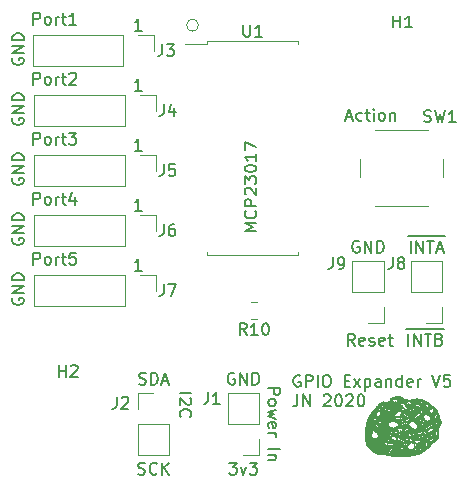
<source format=gbr>
%TF.GenerationSoftware,KiCad,Pcbnew,(5.1.6)-1*%
%TF.CreationDate,2020-09-17T21:49:40+02:00*%
%TF.ProjectId,gpioexpander5,6770696f-6578-4706-916e-646572352e6b,rev?*%
%TF.SameCoordinates,Original*%
%TF.FileFunction,Legend,Top*%
%TF.FilePolarity,Positive*%
%FSLAX46Y46*%
G04 Gerber Fmt 4.6, Leading zero omitted, Abs format (unit mm)*
G04 Created by KiCad (PCBNEW (5.1.6)-1) date 2020-09-17 21:49:40*
%MOMM*%
%LPD*%
G01*
G04 APERTURE LIST*
%ADD10C,0.150000*%
%ADD11C,0.120000*%
%ADD12C,0.010000*%
G04 APERTURE END LIST*
D10*
X127325380Y-66706285D02*
X126325380Y-66706285D01*
X127039666Y-66372952D01*
X126325380Y-66039619D01*
X127325380Y-66039619D01*
X127230142Y-64992000D02*
X127277761Y-65039619D01*
X127325380Y-65182476D01*
X127325380Y-65277714D01*
X127277761Y-65420571D01*
X127182523Y-65515809D01*
X127087285Y-65563428D01*
X126896809Y-65611047D01*
X126753952Y-65611047D01*
X126563476Y-65563428D01*
X126468238Y-65515809D01*
X126373000Y-65420571D01*
X126325380Y-65277714D01*
X126325380Y-65182476D01*
X126373000Y-65039619D01*
X126420619Y-64992000D01*
X127325380Y-64563428D02*
X126325380Y-64563428D01*
X126325380Y-64182476D01*
X126373000Y-64087238D01*
X126420619Y-64039619D01*
X126515857Y-63992000D01*
X126658714Y-63992000D01*
X126753952Y-64039619D01*
X126801571Y-64087238D01*
X126849190Y-64182476D01*
X126849190Y-64563428D01*
X126420619Y-63611047D02*
X126373000Y-63563428D01*
X126325380Y-63468190D01*
X126325380Y-63230095D01*
X126373000Y-63134857D01*
X126420619Y-63087238D01*
X126515857Y-63039619D01*
X126611095Y-63039619D01*
X126753952Y-63087238D01*
X127325380Y-63658666D01*
X127325380Y-63039619D01*
X126325380Y-62706285D02*
X126325380Y-62087238D01*
X126706333Y-62420571D01*
X126706333Y-62277714D01*
X126753952Y-62182476D01*
X126801571Y-62134857D01*
X126896809Y-62087238D01*
X127134904Y-62087238D01*
X127230142Y-62134857D01*
X127277761Y-62182476D01*
X127325380Y-62277714D01*
X127325380Y-62563428D01*
X127277761Y-62658666D01*
X127230142Y-62706285D01*
X126325380Y-61468190D02*
X126325380Y-61372952D01*
X126373000Y-61277714D01*
X126420619Y-61230095D01*
X126515857Y-61182476D01*
X126706333Y-61134857D01*
X126944428Y-61134857D01*
X127134904Y-61182476D01*
X127230142Y-61230095D01*
X127277761Y-61277714D01*
X127325380Y-61372952D01*
X127325380Y-61468190D01*
X127277761Y-61563428D01*
X127230142Y-61611047D01*
X127134904Y-61658666D01*
X126944428Y-61706285D01*
X126706333Y-61706285D01*
X126515857Y-61658666D01*
X126420619Y-61611047D01*
X126373000Y-61563428D01*
X126325380Y-61468190D01*
X127325380Y-60182476D02*
X127325380Y-60753904D01*
X127325380Y-60468190D02*
X126325380Y-60468190D01*
X126468238Y-60563428D01*
X126563476Y-60658666D01*
X126611095Y-60753904D01*
X126325380Y-59849142D02*
X126325380Y-59182476D01*
X127325380Y-59611047D01*
X135667904Y-76398380D02*
X135334571Y-75922190D01*
X135096476Y-76398380D02*
X135096476Y-75398380D01*
X135477428Y-75398380D01*
X135572666Y-75446000D01*
X135620285Y-75493619D01*
X135667904Y-75588857D01*
X135667904Y-75731714D01*
X135620285Y-75826952D01*
X135572666Y-75874571D01*
X135477428Y-75922190D01*
X135096476Y-75922190D01*
X136477428Y-76350761D02*
X136382190Y-76398380D01*
X136191714Y-76398380D01*
X136096476Y-76350761D01*
X136048857Y-76255523D01*
X136048857Y-75874571D01*
X136096476Y-75779333D01*
X136191714Y-75731714D01*
X136382190Y-75731714D01*
X136477428Y-75779333D01*
X136525047Y-75874571D01*
X136525047Y-75969809D01*
X136048857Y-76065047D01*
X136906000Y-76350761D02*
X137001238Y-76398380D01*
X137191714Y-76398380D01*
X137286952Y-76350761D01*
X137334571Y-76255523D01*
X137334571Y-76207904D01*
X137286952Y-76112666D01*
X137191714Y-76065047D01*
X137048857Y-76065047D01*
X136953619Y-76017428D01*
X136906000Y-75922190D01*
X136906000Y-75874571D01*
X136953619Y-75779333D01*
X137048857Y-75731714D01*
X137191714Y-75731714D01*
X137286952Y-75779333D01*
X138144095Y-76350761D02*
X138048857Y-76398380D01*
X137858380Y-76398380D01*
X137763142Y-76350761D01*
X137715523Y-76255523D01*
X137715523Y-75874571D01*
X137763142Y-75779333D01*
X137858380Y-75731714D01*
X138048857Y-75731714D01*
X138144095Y-75779333D01*
X138191714Y-75874571D01*
X138191714Y-75969809D01*
X137715523Y-76065047D01*
X138477428Y-75731714D02*
X138858380Y-75731714D01*
X138620285Y-75398380D02*
X138620285Y-76255523D01*
X138667904Y-76350761D01*
X138763142Y-76398380D01*
X138858380Y-76398380D01*
X136017095Y-67572000D02*
X135921857Y-67524380D01*
X135779000Y-67524380D01*
X135636142Y-67572000D01*
X135540904Y-67667238D01*
X135493285Y-67762476D01*
X135445666Y-67952952D01*
X135445666Y-68095809D01*
X135493285Y-68286285D01*
X135540904Y-68381523D01*
X135636142Y-68476761D01*
X135779000Y-68524380D01*
X135874238Y-68524380D01*
X136017095Y-68476761D01*
X136064714Y-68429142D01*
X136064714Y-68095809D01*
X135874238Y-68095809D01*
X136493285Y-68524380D02*
X136493285Y-67524380D01*
X137064714Y-68524380D01*
X137064714Y-67524380D01*
X137540904Y-68524380D02*
X137540904Y-67524380D01*
X137779000Y-67524380D01*
X137921857Y-67572000D01*
X138017095Y-67667238D01*
X138064714Y-67762476D01*
X138112333Y-67952952D01*
X138112333Y-68095809D01*
X138064714Y-68286285D01*
X138017095Y-68381523D01*
X137921857Y-68476761D01*
X137779000Y-68524380D01*
X137540904Y-68524380D01*
D11*
X122428000Y-49276000D02*
G75*
G03*
X122428000Y-49276000I-508000J0D01*
G01*
D10*
X117633714Y-49728380D02*
X117062285Y-49728380D01*
X117348000Y-49728380D02*
X117348000Y-48728380D01*
X117252761Y-48871238D01*
X117157523Y-48966476D01*
X117062285Y-49014095D01*
X117633714Y-54808380D02*
X117062285Y-54808380D01*
X117348000Y-54808380D02*
X117348000Y-53808380D01*
X117252761Y-53951238D01*
X117157523Y-54046476D01*
X117062285Y-54094095D01*
X117633714Y-59888380D02*
X117062285Y-59888380D01*
X117348000Y-59888380D02*
X117348000Y-58888380D01*
X117252761Y-59031238D01*
X117157523Y-59126476D01*
X117062285Y-59174095D01*
X117633714Y-64968380D02*
X117062285Y-64968380D01*
X117348000Y-64968380D02*
X117348000Y-63968380D01*
X117252761Y-64111238D01*
X117157523Y-64206476D01*
X117062285Y-64254095D01*
X117633714Y-70048380D02*
X117062285Y-70048380D01*
X117348000Y-70048380D02*
X117348000Y-69048380D01*
X117252761Y-69191238D01*
X117157523Y-69286476D01*
X117062285Y-69334095D01*
X106688000Y-72389904D02*
X106640380Y-72485142D01*
X106640380Y-72628000D01*
X106688000Y-72770857D01*
X106783238Y-72866095D01*
X106878476Y-72913714D01*
X107068952Y-72961333D01*
X107211809Y-72961333D01*
X107402285Y-72913714D01*
X107497523Y-72866095D01*
X107592761Y-72770857D01*
X107640380Y-72628000D01*
X107640380Y-72532761D01*
X107592761Y-72389904D01*
X107545142Y-72342285D01*
X107211809Y-72342285D01*
X107211809Y-72532761D01*
X107640380Y-71913714D02*
X106640380Y-71913714D01*
X107640380Y-71342285D01*
X106640380Y-71342285D01*
X107640380Y-70866095D02*
X106640380Y-70866095D01*
X106640380Y-70628000D01*
X106688000Y-70485142D01*
X106783238Y-70389904D01*
X106878476Y-70342285D01*
X107068952Y-70294666D01*
X107211809Y-70294666D01*
X107402285Y-70342285D01*
X107497523Y-70389904D01*
X107592761Y-70485142D01*
X107640380Y-70628000D01*
X107640380Y-70866095D01*
X106688000Y-67309904D02*
X106640380Y-67405142D01*
X106640380Y-67548000D01*
X106688000Y-67690857D01*
X106783238Y-67786095D01*
X106878476Y-67833714D01*
X107068952Y-67881333D01*
X107211809Y-67881333D01*
X107402285Y-67833714D01*
X107497523Y-67786095D01*
X107592761Y-67690857D01*
X107640380Y-67548000D01*
X107640380Y-67452761D01*
X107592761Y-67309904D01*
X107545142Y-67262285D01*
X107211809Y-67262285D01*
X107211809Y-67452761D01*
X107640380Y-66833714D02*
X106640380Y-66833714D01*
X107640380Y-66262285D01*
X106640380Y-66262285D01*
X107640380Y-65786095D02*
X106640380Y-65786095D01*
X106640380Y-65548000D01*
X106688000Y-65405142D01*
X106783238Y-65309904D01*
X106878476Y-65262285D01*
X107068952Y-65214666D01*
X107211809Y-65214666D01*
X107402285Y-65262285D01*
X107497523Y-65309904D01*
X107592761Y-65405142D01*
X107640380Y-65548000D01*
X107640380Y-65786095D01*
X106688000Y-62229904D02*
X106640380Y-62325142D01*
X106640380Y-62468000D01*
X106688000Y-62610857D01*
X106783238Y-62706095D01*
X106878476Y-62753714D01*
X107068952Y-62801333D01*
X107211809Y-62801333D01*
X107402285Y-62753714D01*
X107497523Y-62706095D01*
X107592761Y-62610857D01*
X107640380Y-62468000D01*
X107640380Y-62372761D01*
X107592761Y-62229904D01*
X107545142Y-62182285D01*
X107211809Y-62182285D01*
X107211809Y-62372761D01*
X107640380Y-61753714D02*
X106640380Y-61753714D01*
X107640380Y-61182285D01*
X106640380Y-61182285D01*
X107640380Y-60706095D02*
X106640380Y-60706095D01*
X106640380Y-60468000D01*
X106688000Y-60325142D01*
X106783238Y-60229904D01*
X106878476Y-60182285D01*
X107068952Y-60134666D01*
X107211809Y-60134666D01*
X107402285Y-60182285D01*
X107497523Y-60229904D01*
X107592761Y-60325142D01*
X107640380Y-60468000D01*
X107640380Y-60706095D01*
X106688000Y-57149904D02*
X106640380Y-57245142D01*
X106640380Y-57388000D01*
X106688000Y-57530857D01*
X106783238Y-57626095D01*
X106878476Y-57673714D01*
X107068952Y-57721333D01*
X107211809Y-57721333D01*
X107402285Y-57673714D01*
X107497523Y-57626095D01*
X107592761Y-57530857D01*
X107640380Y-57388000D01*
X107640380Y-57292761D01*
X107592761Y-57149904D01*
X107545142Y-57102285D01*
X107211809Y-57102285D01*
X107211809Y-57292761D01*
X107640380Y-56673714D02*
X106640380Y-56673714D01*
X107640380Y-56102285D01*
X106640380Y-56102285D01*
X107640380Y-55626095D02*
X106640380Y-55626095D01*
X106640380Y-55388000D01*
X106688000Y-55245142D01*
X106783238Y-55149904D01*
X106878476Y-55102285D01*
X107068952Y-55054666D01*
X107211809Y-55054666D01*
X107402285Y-55102285D01*
X107497523Y-55149904D01*
X107592761Y-55245142D01*
X107640380Y-55388000D01*
X107640380Y-55626095D01*
X106688000Y-52069904D02*
X106640380Y-52165142D01*
X106640380Y-52308000D01*
X106688000Y-52450857D01*
X106783238Y-52546095D01*
X106878476Y-52593714D01*
X107068952Y-52641333D01*
X107211809Y-52641333D01*
X107402285Y-52593714D01*
X107497523Y-52546095D01*
X107592761Y-52450857D01*
X107640380Y-52308000D01*
X107640380Y-52212761D01*
X107592761Y-52069904D01*
X107545142Y-52022285D01*
X107211809Y-52022285D01*
X107211809Y-52212761D01*
X107640380Y-51593714D02*
X106640380Y-51593714D01*
X107640380Y-51022285D01*
X106640380Y-51022285D01*
X107640380Y-50546095D02*
X106640380Y-50546095D01*
X106640380Y-50308000D01*
X106688000Y-50165142D01*
X106783238Y-50069904D01*
X106878476Y-50022285D01*
X107068952Y-49974666D01*
X107211809Y-49974666D01*
X107402285Y-50022285D01*
X107497523Y-50069904D01*
X107592761Y-50165142D01*
X107640380Y-50308000D01*
X107640380Y-50546095D01*
X128325619Y-80010380D02*
X129325619Y-80010380D01*
X129325619Y-80391333D01*
X129278000Y-80486571D01*
X129230380Y-80534190D01*
X129135142Y-80581809D01*
X128992285Y-80581809D01*
X128897047Y-80534190D01*
X128849428Y-80486571D01*
X128801809Y-80391333D01*
X128801809Y-80010380D01*
X128325619Y-81153238D02*
X128373238Y-81058000D01*
X128420857Y-81010380D01*
X128516095Y-80962761D01*
X128801809Y-80962761D01*
X128897047Y-81010380D01*
X128944666Y-81058000D01*
X128992285Y-81153238D01*
X128992285Y-81296095D01*
X128944666Y-81391333D01*
X128897047Y-81438952D01*
X128801809Y-81486571D01*
X128516095Y-81486571D01*
X128420857Y-81438952D01*
X128373238Y-81391333D01*
X128325619Y-81296095D01*
X128325619Y-81153238D01*
X128992285Y-81819904D02*
X128325619Y-82010380D01*
X128801809Y-82200857D01*
X128325619Y-82391333D01*
X128992285Y-82581809D01*
X128373238Y-83343714D02*
X128325619Y-83248476D01*
X128325619Y-83058000D01*
X128373238Y-82962761D01*
X128468476Y-82915142D01*
X128849428Y-82915142D01*
X128944666Y-82962761D01*
X128992285Y-83058000D01*
X128992285Y-83248476D01*
X128944666Y-83343714D01*
X128849428Y-83391333D01*
X128754190Y-83391333D01*
X128658952Y-82915142D01*
X128325619Y-83819904D02*
X128992285Y-83819904D01*
X128801809Y-83819904D02*
X128897047Y-83867523D01*
X128944666Y-83915142D01*
X128992285Y-84010380D01*
X128992285Y-84105619D01*
X128325619Y-85200857D02*
X129325619Y-85200857D01*
X128992285Y-85677047D02*
X128325619Y-85677047D01*
X128897047Y-85677047D02*
X128944666Y-85724666D01*
X128992285Y-85819904D01*
X128992285Y-85962761D01*
X128944666Y-86058000D01*
X128849428Y-86105619D01*
X128325619Y-86105619D01*
X125476095Y-78748000D02*
X125380857Y-78700380D01*
X125238000Y-78700380D01*
X125095142Y-78748000D01*
X124999904Y-78843238D01*
X124952285Y-78938476D01*
X124904666Y-79128952D01*
X124904666Y-79271809D01*
X124952285Y-79462285D01*
X124999904Y-79557523D01*
X125095142Y-79652761D01*
X125238000Y-79700380D01*
X125333238Y-79700380D01*
X125476095Y-79652761D01*
X125523714Y-79605142D01*
X125523714Y-79271809D01*
X125333238Y-79271809D01*
X125952285Y-79700380D02*
X125952285Y-78700380D01*
X126523714Y-79700380D01*
X126523714Y-78700380D01*
X126999904Y-79700380D02*
X126999904Y-78700380D01*
X127238000Y-78700380D01*
X127380857Y-78748000D01*
X127476095Y-78843238D01*
X127523714Y-78938476D01*
X127571333Y-79128952D01*
X127571333Y-79271809D01*
X127523714Y-79462285D01*
X127476095Y-79557523D01*
X127380857Y-79652761D01*
X127238000Y-79700380D01*
X126999904Y-79700380D01*
X134937761Y-57062666D02*
X135413952Y-57062666D01*
X134842523Y-57348380D02*
X135175857Y-56348380D01*
X135509190Y-57348380D01*
X136271095Y-57300761D02*
X136175857Y-57348380D01*
X135985380Y-57348380D01*
X135890142Y-57300761D01*
X135842523Y-57253142D01*
X135794904Y-57157904D01*
X135794904Y-56872190D01*
X135842523Y-56776952D01*
X135890142Y-56729333D01*
X135985380Y-56681714D01*
X136175857Y-56681714D01*
X136271095Y-56729333D01*
X136556809Y-56681714D02*
X136937761Y-56681714D01*
X136699666Y-56348380D02*
X136699666Y-57205523D01*
X136747285Y-57300761D01*
X136842523Y-57348380D01*
X136937761Y-57348380D01*
X137271095Y-57348380D02*
X137271095Y-56681714D01*
X137271095Y-56348380D02*
X137223476Y-56396000D01*
X137271095Y-56443619D01*
X137318714Y-56396000D01*
X137271095Y-56348380D01*
X137271095Y-56443619D01*
X137890142Y-57348380D02*
X137794904Y-57300761D01*
X137747285Y-57253142D01*
X137699666Y-57157904D01*
X137699666Y-56872190D01*
X137747285Y-56776952D01*
X137794904Y-56729333D01*
X137890142Y-56681714D01*
X138033000Y-56681714D01*
X138128238Y-56729333D01*
X138175857Y-56776952D01*
X138223476Y-56872190D01*
X138223476Y-57157904D01*
X138175857Y-57253142D01*
X138128238Y-57300761D01*
X138033000Y-57348380D01*
X137890142Y-57348380D01*
X138652047Y-56681714D02*
X138652047Y-57348380D01*
X138652047Y-56776952D02*
X138699666Y-56729333D01*
X138794904Y-56681714D01*
X138937761Y-56681714D01*
X139033000Y-56729333D01*
X139080619Y-56824571D01*
X139080619Y-57348380D01*
X131034404Y-78939000D02*
X130939166Y-78891380D01*
X130796309Y-78891380D01*
X130653452Y-78939000D01*
X130558214Y-79034238D01*
X130510595Y-79129476D01*
X130462976Y-79319952D01*
X130462976Y-79462809D01*
X130510595Y-79653285D01*
X130558214Y-79748523D01*
X130653452Y-79843761D01*
X130796309Y-79891380D01*
X130891547Y-79891380D01*
X131034404Y-79843761D01*
X131082023Y-79796142D01*
X131082023Y-79462809D01*
X130891547Y-79462809D01*
X131510595Y-79891380D02*
X131510595Y-78891380D01*
X131891547Y-78891380D01*
X131986785Y-78939000D01*
X132034404Y-78986619D01*
X132082023Y-79081857D01*
X132082023Y-79224714D01*
X132034404Y-79319952D01*
X131986785Y-79367571D01*
X131891547Y-79415190D01*
X131510595Y-79415190D01*
X132510595Y-79891380D02*
X132510595Y-78891380D01*
X133177261Y-78891380D02*
X133367738Y-78891380D01*
X133462976Y-78939000D01*
X133558214Y-79034238D01*
X133605833Y-79224714D01*
X133605833Y-79558047D01*
X133558214Y-79748523D01*
X133462976Y-79843761D01*
X133367738Y-79891380D01*
X133177261Y-79891380D01*
X133082023Y-79843761D01*
X132986785Y-79748523D01*
X132939166Y-79558047D01*
X132939166Y-79224714D01*
X132986785Y-79034238D01*
X133082023Y-78939000D01*
X133177261Y-78891380D01*
X134796309Y-79367571D02*
X135129642Y-79367571D01*
X135272500Y-79891380D02*
X134796309Y-79891380D01*
X134796309Y-78891380D01*
X135272500Y-78891380D01*
X135605833Y-79891380D02*
X136129642Y-79224714D01*
X135605833Y-79224714D02*
X136129642Y-79891380D01*
X136510595Y-79224714D02*
X136510595Y-80224714D01*
X136510595Y-79272333D02*
X136605833Y-79224714D01*
X136796309Y-79224714D01*
X136891547Y-79272333D01*
X136939166Y-79319952D01*
X136986785Y-79415190D01*
X136986785Y-79700904D01*
X136939166Y-79796142D01*
X136891547Y-79843761D01*
X136796309Y-79891380D01*
X136605833Y-79891380D01*
X136510595Y-79843761D01*
X137843928Y-79891380D02*
X137843928Y-79367571D01*
X137796309Y-79272333D01*
X137701071Y-79224714D01*
X137510595Y-79224714D01*
X137415357Y-79272333D01*
X137843928Y-79843761D02*
X137748690Y-79891380D01*
X137510595Y-79891380D01*
X137415357Y-79843761D01*
X137367738Y-79748523D01*
X137367738Y-79653285D01*
X137415357Y-79558047D01*
X137510595Y-79510428D01*
X137748690Y-79510428D01*
X137843928Y-79462809D01*
X138320119Y-79224714D02*
X138320119Y-79891380D01*
X138320119Y-79319952D02*
X138367738Y-79272333D01*
X138462976Y-79224714D01*
X138605833Y-79224714D01*
X138701071Y-79272333D01*
X138748690Y-79367571D01*
X138748690Y-79891380D01*
X139653452Y-79891380D02*
X139653452Y-78891380D01*
X139653452Y-79843761D02*
X139558214Y-79891380D01*
X139367738Y-79891380D01*
X139272500Y-79843761D01*
X139224880Y-79796142D01*
X139177261Y-79700904D01*
X139177261Y-79415190D01*
X139224880Y-79319952D01*
X139272500Y-79272333D01*
X139367738Y-79224714D01*
X139558214Y-79224714D01*
X139653452Y-79272333D01*
X140510595Y-79843761D02*
X140415357Y-79891380D01*
X140224880Y-79891380D01*
X140129642Y-79843761D01*
X140082023Y-79748523D01*
X140082023Y-79367571D01*
X140129642Y-79272333D01*
X140224880Y-79224714D01*
X140415357Y-79224714D01*
X140510595Y-79272333D01*
X140558214Y-79367571D01*
X140558214Y-79462809D01*
X140082023Y-79558047D01*
X140986785Y-79891380D02*
X140986785Y-79224714D01*
X140986785Y-79415190D02*
X141034404Y-79319952D01*
X141082023Y-79272333D01*
X141177261Y-79224714D01*
X141272500Y-79224714D01*
X142224880Y-78891380D02*
X142558214Y-79891380D01*
X142891547Y-78891380D01*
X143701071Y-78891380D02*
X143224880Y-78891380D01*
X143177261Y-79367571D01*
X143224880Y-79319952D01*
X143320119Y-79272333D01*
X143558214Y-79272333D01*
X143653452Y-79319952D01*
X143701071Y-79367571D01*
X143748690Y-79462809D01*
X143748690Y-79700904D01*
X143701071Y-79796142D01*
X143653452Y-79843761D01*
X143558214Y-79891380D01*
X143320119Y-79891380D01*
X143224880Y-79843761D01*
X143177261Y-79796142D01*
X130796309Y-80541380D02*
X130796309Y-81255666D01*
X130748690Y-81398523D01*
X130653452Y-81493761D01*
X130510595Y-81541380D01*
X130415357Y-81541380D01*
X131272500Y-81541380D02*
X131272500Y-80541380D01*
X131843928Y-81541380D01*
X131843928Y-80541380D01*
X133034404Y-80636619D02*
X133082023Y-80589000D01*
X133177261Y-80541380D01*
X133415357Y-80541380D01*
X133510595Y-80589000D01*
X133558214Y-80636619D01*
X133605833Y-80731857D01*
X133605833Y-80827095D01*
X133558214Y-80969952D01*
X132986785Y-81541380D01*
X133605833Y-81541380D01*
X134224880Y-80541380D02*
X134320119Y-80541380D01*
X134415357Y-80589000D01*
X134462976Y-80636619D01*
X134510595Y-80731857D01*
X134558214Y-80922333D01*
X134558214Y-81160428D01*
X134510595Y-81350904D01*
X134462976Y-81446142D01*
X134415357Y-81493761D01*
X134320119Y-81541380D01*
X134224880Y-81541380D01*
X134129642Y-81493761D01*
X134082023Y-81446142D01*
X134034404Y-81350904D01*
X133986785Y-81160428D01*
X133986785Y-80922333D01*
X134034404Y-80731857D01*
X134082023Y-80636619D01*
X134129642Y-80589000D01*
X134224880Y-80541380D01*
X134939166Y-80636619D02*
X134986785Y-80589000D01*
X135082023Y-80541380D01*
X135320119Y-80541380D01*
X135415357Y-80589000D01*
X135462976Y-80636619D01*
X135510595Y-80731857D01*
X135510595Y-80827095D01*
X135462976Y-80969952D01*
X134891547Y-81541380D01*
X135510595Y-81541380D01*
X136129642Y-80541380D02*
X136224880Y-80541380D01*
X136320119Y-80589000D01*
X136367738Y-80636619D01*
X136415357Y-80731857D01*
X136462976Y-80922333D01*
X136462976Y-81160428D01*
X136415357Y-81350904D01*
X136367738Y-81446142D01*
X136320119Y-81493761D01*
X136224880Y-81541380D01*
X136129642Y-81541380D01*
X136034404Y-81493761D01*
X135986785Y-81446142D01*
X135939166Y-81350904D01*
X135891547Y-81160428D01*
X135891547Y-80922333D01*
X135939166Y-80731857D01*
X135986785Y-80636619D01*
X136034404Y-80589000D01*
X136129642Y-80541380D01*
X139962142Y-75031000D02*
X140438333Y-75031000D01*
X140200238Y-76398380D02*
X140200238Y-75398380D01*
X140438333Y-75031000D02*
X141485952Y-75031000D01*
X140676428Y-76398380D02*
X140676428Y-75398380D01*
X141247857Y-76398380D01*
X141247857Y-75398380D01*
X141485952Y-75031000D02*
X142247857Y-75031000D01*
X141581190Y-75398380D02*
X142152619Y-75398380D01*
X141866904Y-76398380D02*
X141866904Y-75398380D01*
X142247857Y-75031000D02*
X143247857Y-75031000D01*
X142819285Y-75874571D02*
X142962142Y-75922190D01*
X143009761Y-75969809D01*
X143057380Y-76065047D01*
X143057380Y-76207904D01*
X143009761Y-76303142D01*
X142962142Y-76350761D01*
X142866904Y-76398380D01*
X142485952Y-76398380D01*
X142485952Y-75398380D01*
X142819285Y-75398380D01*
X142914523Y-75446000D01*
X142962142Y-75493619D01*
X143009761Y-75588857D01*
X143009761Y-75684095D01*
X142962142Y-75779333D01*
X142914523Y-75826952D01*
X142819285Y-75874571D01*
X142485952Y-75874571D01*
X140160571Y-67157000D02*
X140636761Y-67157000D01*
X140398666Y-68524380D02*
X140398666Y-67524380D01*
X140636761Y-67157000D02*
X141684380Y-67157000D01*
X140874857Y-68524380D02*
X140874857Y-67524380D01*
X141446285Y-68524380D01*
X141446285Y-67524380D01*
X141684380Y-67157000D02*
X142446285Y-67157000D01*
X141779619Y-67524380D02*
X142351047Y-67524380D01*
X142065333Y-68524380D02*
X142065333Y-67524380D01*
X142446285Y-67157000D02*
X143303428Y-67157000D01*
X142636761Y-68238666D02*
X143112952Y-68238666D01*
X142541523Y-68524380D02*
X142874857Y-67524380D01*
X143208190Y-68524380D01*
X125047523Y-86320380D02*
X125666571Y-86320380D01*
X125333238Y-86701333D01*
X125476095Y-86701333D01*
X125571333Y-86748952D01*
X125618952Y-86796571D01*
X125666571Y-86891809D01*
X125666571Y-87129904D01*
X125618952Y-87225142D01*
X125571333Y-87272761D01*
X125476095Y-87320380D01*
X125190380Y-87320380D01*
X125095142Y-87272761D01*
X125047523Y-87225142D01*
X125999904Y-86653714D02*
X126238000Y-87320380D01*
X126476095Y-86653714D01*
X126761809Y-86320380D02*
X127380857Y-86320380D01*
X127047523Y-86701333D01*
X127190380Y-86701333D01*
X127285619Y-86748952D01*
X127333238Y-86796571D01*
X127380857Y-86891809D01*
X127380857Y-87129904D01*
X127333238Y-87225142D01*
X127285619Y-87272761D01*
X127190380Y-87320380D01*
X126904666Y-87320380D01*
X126809428Y-87272761D01*
X126761809Y-87225142D01*
X117403714Y-79652761D02*
X117546571Y-79700380D01*
X117784666Y-79700380D01*
X117879904Y-79652761D01*
X117927523Y-79605142D01*
X117975142Y-79509904D01*
X117975142Y-79414666D01*
X117927523Y-79319428D01*
X117879904Y-79271809D01*
X117784666Y-79224190D01*
X117594190Y-79176571D01*
X117498952Y-79128952D01*
X117451333Y-79081333D01*
X117403714Y-78986095D01*
X117403714Y-78890857D01*
X117451333Y-78795619D01*
X117498952Y-78748000D01*
X117594190Y-78700380D01*
X117832285Y-78700380D01*
X117975142Y-78748000D01*
X118403714Y-79700380D02*
X118403714Y-78700380D01*
X118641809Y-78700380D01*
X118784666Y-78748000D01*
X118879904Y-78843238D01*
X118927523Y-78938476D01*
X118975142Y-79128952D01*
X118975142Y-79271809D01*
X118927523Y-79462285D01*
X118879904Y-79557523D01*
X118784666Y-79652761D01*
X118641809Y-79700380D01*
X118403714Y-79700380D01*
X119356095Y-79414666D02*
X119832285Y-79414666D01*
X119260857Y-79700380D02*
X119594190Y-78700380D01*
X119927523Y-79700380D01*
X117332285Y-87272761D02*
X117475142Y-87320380D01*
X117713238Y-87320380D01*
X117808476Y-87272761D01*
X117856095Y-87225142D01*
X117903714Y-87129904D01*
X117903714Y-87034666D01*
X117856095Y-86939428D01*
X117808476Y-86891809D01*
X117713238Y-86844190D01*
X117522761Y-86796571D01*
X117427523Y-86748952D01*
X117379904Y-86701333D01*
X117332285Y-86606095D01*
X117332285Y-86510857D01*
X117379904Y-86415619D01*
X117427523Y-86368000D01*
X117522761Y-86320380D01*
X117760857Y-86320380D01*
X117903714Y-86368000D01*
X118903714Y-87225142D02*
X118856095Y-87272761D01*
X118713238Y-87320380D01*
X118618000Y-87320380D01*
X118475142Y-87272761D01*
X118379904Y-87177523D01*
X118332285Y-87082285D01*
X118284666Y-86891809D01*
X118284666Y-86748952D01*
X118332285Y-86558476D01*
X118379904Y-86463238D01*
X118475142Y-86368000D01*
X118618000Y-86320380D01*
X118713238Y-86320380D01*
X118856095Y-86368000D01*
X118903714Y-86415619D01*
X119332285Y-87320380D02*
X119332285Y-86320380D01*
X119903714Y-87320380D02*
X119475142Y-86748952D01*
X119903714Y-86320380D02*
X119332285Y-86891809D01*
X108450285Y-69540380D02*
X108450285Y-68540380D01*
X108831238Y-68540380D01*
X108926476Y-68588000D01*
X108974095Y-68635619D01*
X109021714Y-68730857D01*
X109021714Y-68873714D01*
X108974095Y-68968952D01*
X108926476Y-69016571D01*
X108831238Y-69064190D01*
X108450285Y-69064190D01*
X109593142Y-69540380D02*
X109497904Y-69492761D01*
X109450285Y-69445142D01*
X109402666Y-69349904D01*
X109402666Y-69064190D01*
X109450285Y-68968952D01*
X109497904Y-68921333D01*
X109593142Y-68873714D01*
X109736000Y-68873714D01*
X109831238Y-68921333D01*
X109878857Y-68968952D01*
X109926476Y-69064190D01*
X109926476Y-69349904D01*
X109878857Y-69445142D01*
X109831238Y-69492761D01*
X109736000Y-69540380D01*
X109593142Y-69540380D01*
X110355047Y-69540380D02*
X110355047Y-68873714D01*
X110355047Y-69064190D02*
X110402666Y-68968952D01*
X110450285Y-68921333D01*
X110545523Y-68873714D01*
X110640761Y-68873714D01*
X110831238Y-68873714D02*
X111212190Y-68873714D01*
X110974095Y-68540380D02*
X110974095Y-69397523D01*
X111021714Y-69492761D01*
X111116952Y-69540380D01*
X111212190Y-69540380D01*
X112021714Y-68540380D02*
X111545523Y-68540380D01*
X111497904Y-69016571D01*
X111545523Y-68968952D01*
X111640761Y-68921333D01*
X111878857Y-68921333D01*
X111974095Y-68968952D01*
X112021714Y-69016571D01*
X112069333Y-69111809D01*
X112069333Y-69349904D01*
X112021714Y-69445142D01*
X111974095Y-69492761D01*
X111878857Y-69540380D01*
X111640761Y-69540380D01*
X111545523Y-69492761D01*
X111497904Y-69445142D01*
X108450285Y-64460380D02*
X108450285Y-63460380D01*
X108831238Y-63460380D01*
X108926476Y-63508000D01*
X108974095Y-63555619D01*
X109021714Y-63650857D01*
X109021714Y-63793714D01*
X108974095Y-63888952D01*
X108926476Y-63936571D01*
X108831238Y-63984190D01*
X108450285Y-63984190D01*
X109593142Y-64460380D02*
X109497904Y-64412761D01*
X109450285Y-64365142D01*
X109402666Y-64269904D01*
X109402666Y-63984190D01*
X109450285Y-63888952D01*
X109497904Y-63841333D01*
X109593142Y-63793714D01*
X109736000Y-63793714D01*
X109831238Y-63841333D01*
X109878857Y-63888952D01*
X109926476Y-63984190D01*
X109926476Y-64269904D01*
X109878857Y-64365142D01*
X109831238Y-64412761D01*
X109736000Y-64460380D01*
X109593142Y-64460380D01*
X110355047Y-64460380D02*
X110355047Y-63793714D01*
X110355047Y-63984190D02*
X110402666Y-63888952D01*
X110450285Y-63841333D01*
X110545523Y-63793714D01*
X110640761Y-63793714D01*
X110831238Y-63793714D02*
X111212190Y-63793714D01*
X110974095Y-63460380D02*
X110974095Y-64317523D01*
X111021714Y-64412761D01*
X111116952Y-64460380D01*
X111212190Y-64460380D01*
X111974095Y-63793714D02*
X111974095Y-64460380D01*
X111736000Y-63412761D02*
X111497904Y-64127047D01*
X112116952Y-64127047D01*
X108450285Y-59380380D02*
X108450285Y-58380380D01*
X108831238Y-58380380D01*
X108926476Y-58428000D01*
X108974095Y-58475619D01*
X109021714Y-58570857D01*
X109021714Y-58713714D01*
X108974095Y-58808952D01*
X108926476Y-58856571D01*
X108831238Y-58904190D01*
X108450285Y-58904190D01*
X109593142Y-59380380D02*
X109497904Y-59332761D01*
X109450285Y-59285142D01*
X109402666Y-59189904D01*
X109402666Y-58904190D01*
X109450285Y-58808952D01*
X109497904Y-58761333D01*
X109593142Y-58713714D01*
X109736000Y-58713714D01*
X109831238Y-58761333D01*
X109878857Y-58808952D01*
X109926476Y-58904190D01*
X109926476Y-59189904D01*
X109878857Y-59285142D01*
X109831238Y-59332761D01*
X109736000Y-59380380D01*
X109593142Y-59380380D01*
X110355047Y-59380380D02*
X110355047Y-58713714D01*
X110355047Y-58904190D02*
X110402666Y-58808952D01*
X110450285Y-58761333D01*
X110545523Y-58713714D01*
X110640761Y-58713714D01*
X110831238Y-58713714D02*
X111212190Y-58713714D01*
X110974095Y-58380380D02*
X110974095Y-59237523D01*
X111021714Y-59332761D01*
X111116952Y-59380380D01*
X111212190Y-59380380D01*
X111450285Y-58380380D02*
X112069333Y-58380380D01*
X111736000Y-58761333D01*
X111878857Y-58761333D01*
X111974095Y-58808952D01*
X112021714Y-58856571D01*
X112069333Y-58951809D01*
X112069333Y-59189904D01*
X112021714Y-59285142D01*
X111974095Y-59332761D01*
X111878857Y-59380380D01*
X111593142Y-59380380D01*
X111497904Y-59332761D01*
X111450285Y-59285142D01*
X108450285Y-54300380D02*
X108450285Y-53300380D01*
X108831238Y-53300380D01*
X108926476Y-53348000D01*
X108974095Y-53395619D01*
X109021714Y-53490857D01*
X109021714Y-53633714D01*
X108974095Y-53728952D01*
X108926476Y-53776571D01*
X108831238Y-53824190D01*
X108450285Y-53824190D01*
X109593142Y-54300380D02*
X109497904Y-54252761D01*
X109450285Y-54205142D01*
X109402666Y-54109904D01*
X109402666Y-53824190D01*
X109450285Y-53728952D01*
X109497904Y-53681333D01*
X109593142Y-53633714D01*
X109736000Y-53633714D01*
X109831238Y-53681333D01*
X109878857Y-53728952D01*
X109926476Y-53824190D01*
X109926476Y-54109904D01*
X109878857Y-54205142D01*
X109831238Y-54252761D01*
X109736000Y-54300380D01*
X109593142Y-54300380D01*
X110355047Y-54300380D02*
X110355047Y-53633714D01*
X110355047Y-53824190D02*
X110402666Y-53728952D01*
X110450285Y-53681333D01*
X110545523Y-53633714D01*
X110640761Y-53633714D01*
X110831238Y-53633714D02*
X111212190Y-53633714D01*
X110974095Y-53300380D02*
X110974095Y-54157523D01*
X111021714Y-54252761D01*
X111116952Y-54300380D01*
X111212190Y-54300380D01*
X111497904Y-53395619D02*
X111545523Y-53348000D01*
X111640761Y-53300380D01*
X111878857Y-53300380D01*
X111974095Y-53348000D01*
X112021714Y-53395619D01*
X112069333Y-53490857D01*
X112069333Y-53586095D01*
X112021714Y-53728952D01*
X111450285Y-54300380D01*
X112069333Y-54300380D01*
X108450285Y-49220380D02*
X108450285Y-48220380D01*
X108831238Y-48220380D01*
X108926476Y-48268000D01*
X108974095Y-48315619D01*
X109021714Y-48410857D01*
X109021714Y-48553714D01*
X108974095Y-48648952D01*
X108926476Y-48696571D01*
X108831238Y-48744190D01*
X108450285Y-48744190D01*
X109593142Y-49220380D02*
X109497904Y-49172761D01*
X109450285Y-49125142D01*
X109402666Y-49029904D01*
X109402666Y-48744190D01*
X109450285Y-48648952D01*
X109497904Y-48601333D01*
X109593142Y-48553714D01*
X109736000Y-48553714D01*
X109831238Y-48601333D01*
X109878857Y-48648952D01*
X109926476Y-48744190D01*
X109926476Y-49029904D01*
X109878857Y-49125142D01*
X109831238Y-49172761D01*
X109736000Y-49220380D01*
X109593142Y-49220380D01*
X110355047Y-49220380D02*
X110355047Y-48553714D01*
X110355047Y-48744190D02*
X110402666Y-48648952D01*
X110450285Y-48601333D01*
X110545523Y-48553714D01*
X110640761Y-48553714D01*
X110831238Y-48553714D02*
X111212190Y-48553714D01*
X110974095Y-48220380D02*
X110974095Y-49077523D01*
X111021714Y-49172761D01*
X111116952Y-49220380D01*
X111212190Y-49220380D01*
X112069333Y-49220380D02*
X111497904Y-49220380D01*
X111783619Y-49220380D02*
X111783619Y-48220380D01*
X111688380Y-48363238D01*
X111593142Y-48458476D01*
X111497904Y-48506095D01*
X120832619Y-80430809D02*
X121832619Y-80430809D01*
X121737380Y-80859380D02*
X121785000Y-80907000D01*
X121832619Y-81002238D01*
X121832619Y-81240333D01*
X121785000Y-81335571D01*
X121737380Y-81383190D01*
X121642142Y-81430809D01*
X121546904Y-81430809D01*
X121404047Y-81383190D01*
X120832619Y-80811761D01*
X120832619Y-81430809D01*
X120927857Y-82430809D02*
X120880238Y-82383190D01*
X120832619Y-82240333D01*
X120832619Y-82145095D01*
X120880238Y-82002238D01*
X120975476Y-81907000D01*
X121070714Y-81859380D01*
X121261190Y-81811761D01*
X121404047Y-81811761D01*
X121594523Y-81859380D01*
X121689761Y-81907000D01*
X121785000Y-82002238D01*
X121832619Y-82145095D01*
X121832619Y-82240333D01*
X121785000Y-82383190D01*
X121737380Y-82430809D01*
D12*
%TO.C,G\u002A\u002A\u002A*%
G36*
X139433386Y-80709356D02*
G01*
X139579557Y-80764831D01*
X139719923Y-80837870D01*
X139792777Y-80889253D01*
X139884802Y-80934751D01*
X140022726Y-80968315D01*
X140178163Y-80987204D01*
X140322728Y-80988680D01*
X140428035Y-80970004D01*
X140456113Y-80953268D01*
X140541711Y-80911335D01*
X140626374Y-80904075D01*
X140751918Y-80899721D01*
X140832720Y-80882560D01*
X140958198Y-80879829D01*
X141054025Y-80913501D01*
X141167655Y-80951128D01*
X141265166Y-80953902D01*
X141265682Y-80953769D01*
X141351717Y-80953221D01*
X141458401Y-80978129D01*
X141553104Y-81017458D01*
X141603201Y-81060174D01*
X141605000Y-81068531D01*
X141639378Y-81107008D01*
X141679083Y-81125089D01*
X141804032Y-81180648D01*
X141939537Y-81262215D01*
X142057489Y-81350655D01*
X142129780Y-81426833D01*
X142134498Y-81435113D01*
X142188440Y-81494802D01*
X142230277Y-81501963D01*
X142291223Y-81519542D01*
X142378561Y-81584525D01*
X142470226Y-81674888D01*
X142544157Y-81768603D01*
X142578289Y-81843645D01*
X142578667Y-81849765D01*
X142596491Y-81897981D01*
X142617052Y-81896273D01*
X142638436Y-81910071D01*
X142632775Y-81959210D01*
X142642329Y-82055686D01*
X142674385Y-82096852D01*
X142729645Y-82170463D01*
X142779516Y-82282902D01*
X142812737Y-82400548D01*
X142818043Y-82489782D01*
X142811833Y-82507127D01*
X142816196Y-82567179D01*
X142861893Y-82657991D01*
X142872323Y-82673240D01*
X142946927Y-82817993D01*
X142944175Y-82944868D01*
X142874569Y-83058497D01*
X142779146Y-83218164D01*
X142710839Y-83430361D01*
X142674863Y-83665834D01*
X142676435Y-83895326D01*
X142701111Y-84031239D01*
X142707053Y-84129532D01*
X142684732Y-84233408D01*
X142644314Y-84309253D01*
X142611443Y-84327669D01*
X142567408Y-84356633D01*
X142489840Y-84429957D01*
X142442110Y-84480598D01*
X142320650Y-84589665D01*
X142184017Y-84678401D01*
X142142353Y-84697821D01*
X142034509Y-84753969D01*
X142002067Y-84808875D01*
X142006062Y-84827220D01*
X141991421Y-84898758D01*
X141915238Y-84998966D01*
X141790710Y-85116735D01*
X141631033Y-85240957D01*
X141449406Y-85360523D01*
X141259027Y-85464323D01*
X141236315Y-85475147D01*
X140946757Y-85592066D01*
X140646279Y-85671027D01*
X140474315Y-85701115D01*
X140258129Y-85728181D01*
X140010230Y-85749787D01*
X139746821Y-85765563D01*
X139484103Y-85775141D01*
X139238277Y-85778151D01*
X139025545Y-85774222D01*
X138862110Y-85762986D01*
X138764172Y-85744072D01*
X138755702Y-85740329D01*
X138608977Y-85686034D01*
X138416906Y-85642910D01*
X138217003Y-85617018D01*
X138046784Y-85614421D01*
X138006315Y-85619225D01*
X137862677Y-85623129D01*
X137692431Y-85599095D01*
X137525231Y-85554555D01*
X137439571Y-85517862D01*
X137964333Y-85517862D01*
X137998688Y-85551422D01*
X138027833Y-85555666D01*
X138083973Y-85522460D01*
X138091333Y-85493495D01*
X138088144Y-85488638D01*
X138137009Y-85488638D01*
X138144792Y-85543545D01*
X138159243Y-85544201D01*
X138161035Y-85534154D01*
X138228743Y-85534154D01*
X138292417Y-85568818D01*
X138360444Y-85587615D01*
X138377083Y-85593089D01*
X138386454Y-85563357D01*
X138387667Y-85534500D01*
X138385462Y-85531269D01*
X138475487Y-85531269D01*
X138480724Y-85572751D01*
X138543632Y-85619291D01*
X138588750Y-85636991D01*
X138598135Y-85605710D01*
X138599333Y-85576833D01*
X138565447Y-85520709D01*
X138535833Y-85513333D01*
X138475487Y-85531269D01*
X138385462Y-85531269D01*
X138352373Y-85482785D01*
X138303000Y-85471000D01*
X138230299Y-85491468D01*
X138228743Y-85534154D01*
X138161035Y-85534154D01*
X138169349Y-85487542D01*
X138162585Y-85463062D01*
X138143788Y-85447027D01*
X138137009Y-85488638D01*
X138088144Y-85488638D01*
X138063284Y-85450787D01*
X138027833Y-85455691D01*
X137971814Y-85497244D01*
X137964333Y-85517862D01*
X137439571Y-85517862D01*
X137390734Y-85496943D01*
X137329501Y-85449833D01*
X137837333Y-85449833D01*
X137858500Y-85471000D01*
X137879667Y-85449833D01*
X137858500Y-85428666D01*
X137837333Y-85449833D01*
X137329501Y-85449833D01*
X137329040Y-85449479D01*
X137254674Y-85387338D01*
X137239794Y-85378587D01*
X137651621Y-85378587D01*
X137664159Y-85410099D01*
X137691029Y-85414555D01*
X137746320Y-85408059D01*
X137752667Y-85402942D01*
X137721135Y-85369900D01*
X137666918Y-85366875D01*
X137651621Y-85378587D01*
X137239794Y-85378587D01*
X137202829Y-85356848D01*
X137985500Y-85356848D01*
X138133667Y-85389041D01*
X138258890Y-85416008D01*
X138423289Y-85451110D01*
X138535833Y-85475002D01*
X138654827Y-85504718D01*
X138719100Y-85530166D01*
X138715750Y-85545322D01*
X138649603Y-85581549D01*
X138659695Y-85632379D01*
X138736917Y-85679096D01*
X138827509Y-85702421D01*
X138848643Y-85677966D01*
X138811849Y-85620189D01*
X138786930Y-85577476D01*
X139635476Y-85577476D01*
X139646701Y-85569777D01*
X139756444Y-85569777D01*
X139762255Y-85594944D01*
X139784667Y-85598000D01*
X139819512Y-85582510D01*
X139812889Y-85569777D01*
X139762649Y-85564711D01*
X139756444Y-85569777D01*
X139646701Y-85569777D01*
X139681171Y-85546136D01*
X139689148Y-85539425D01*
X139747538Y-85468798D01*
X139754751Y-85414510D01*
X139722730Y-85401205D01*
X139707732Y-85430751D01*
X139666159Y-85518706D01*
X139642128Y-85555666D01*
X139635476Y-85577476D01*
X138786930Y-85577476D01*
X138781655Y-85568436D01*
X138789833Y-85555666D01*
X138794059Y-85529760D01*
X138770592Y-85494486D01*
X138674485Y-85425681D01*
X138659079Y-85419657D01*
X138980333Y-85419657D01*
X139016351Y-85448477D01*
X139075049Y-85460117D01*
X139135619Y-85458895D01*
X139119285Y-85435651D01*
X139117947Y-85434771D01*
X139192648Y-85434771D01*
X139224437Y-85489641D01*
X139293771Y-85498271D01*
X139361870Y-85480467D01*
X139371493Y-85453222D01*
X139381573Y-85432670D01*
X139416533Y-85440790D01*
X139489522Y-85440939D01*
X139514436Y-85420679D01*
X139506613Y-85390781D01*
X139428668Y-85395961D01*
X139348479Y-85401821D01*
X139333048Y-85370672D01*
X139337225Y-85357567D01*
X139337064Y-85318464D01*
X139318515Y-85323133D01*
X139281407Y-85383363D01*
X139276018Y-85420581D01*
X139269167Y-85467958D01*
X139239902Y-85437185D01*
X139234333Y-85428666D01*
X139201403Y-85388394D01*
X139192798Y-85424985D01*
X139192648Y-85434771D01*
X139117947Y-85434771D01*
X139106799Y-85427440D01*
X139020659Y-85389273D01*
X138981496Y-85408936D01*
X138980333Y-85419657D01*
X138659079Y-85419657D01*
X138525924Y-85367592D01*
X138501562Y-85362008D01*
X138774778Y-85362008D01*
X138784760Y-85384098D01*
X138808501Y-85386333D01*
X138865906Y-85355587D01*
X138874200Y-85344484D01*
X138867386Y-85320428D01*
X138834365Y-85327847D01*
X138774778Y-85362008D01*
X138501562Y-85362008D01*
X138357100Y-85328896D01*
X138200202Y-85318266D01*
X138141731Y-85325018D01*
X137985500Y-85356848D01*
X137202829Y-85356848D01*
X137146436Y-85323684D01*
X137144676Y-85322833D01*
X137752667Y-85322833D01*
X137773833Y-85344000D01*
X137795000Y-85322833D01*
X137773833Y-85301666D01*
X137752667Y-85322833D01*
X137144676Y-85322833D01*
X137137455Y-85319342D01*
X136920592Y-85188639D01*
X136754175Y-85031578D01*
X136745632Y-85017467D01*
X137039824Y-85017467D01*
X137050124Y-85041125D01*
X137092749Y-85086572D01*
X137117254Y-85077249D01*
X137117667Y-85071331D01*
X137087598Y-85035525D01*
X137068792Y-85022457D01*
X137039824Y-85017467D01*
X136745632Y-85017467D01*
X136699837Y-84941833D01*
X136906000Y-84941833D01*
X136927167Y-84963000D01*
X136948333Y-84941833D01*
X137075333Y-84941833D01*
X137096500Y-84963000D01*
X137109914Y-84949586D01*
X137149259Y-84949586D01*
X137222760Y-85061763D01*
X137283726Y-85132504D01*
X137331799Y-85151742D01*
X137333964Y-85150638D01*
X137366837Y-85162295D01*
X137371667Y-85189807D01*
X137394995Y-85250131D01*
X137476121Y-85281991D01*
X137549718Y-85290683D01*
X137599000Y-85289194D01*
X137584395Y-85263414D01*
X137552704Y-85238166D01*
X137752667Y-85238166D01*
X137773833Y-85259333D01*
X137776589Y-85256577D01*
X138017046Y-85256577D01*
X138022836Y-85259333D01*
X138061469Y-85229531D01*
X138070167Y-85217000D01*
X138080954Y-85177422D01*
X138075163Y-85174666D01*
X138036531Y-85204468D01*
X138027833Y-85217000D01*
X138017046Y-85256577D01*
X137776589Y-85256577D01*
X137795000Y-85238166D01*
X137773833Y-85217000D01*
X137752667Y-85238166D01*
X137552704Y-85238166D01*
X137533031Y-85222493D01*
X137431761Y-85147948D01*
X137310514Y-85061648D01*
X137304293Y-85057310D01*
X137541000Y-85057310D01*
X137574217Y-85135644D01*
X137615083Y-85171275D01*
X137681887Y-85208229D01*
X137711494Y-85204380D01*
X137729545Y-85177165D01*
X137837333Y-85177165D01*
X137850937Y-85215629D01*
X137882155Y-85182073D01*
X137895819Y-85151301D01*
X137898778Y-85107601D01*
X137879182Y-85111466D01*
X137838838Y-85165666D01*
X137837333Y-85177165D01*
X137729545Y-85177165D01*
X137735542Y-85168125D01*
X137740509Y-85138933D01*
X137719771Y-85147667D01*
X137665261Y-85138354D01*
X137607396Y-85081288D01*
X137559824Y-85023172D01*
X137542161Y-85035197D01*
X137541000Y-85057310D01*
X137304293Y-85057310D01*
X137292213Y-85048887D01*
X137149259Y-84949586D01*
X137109914Y-84949586D01*
X137117667Y-84941833D01*
X137096500Y-84920666D01*
X137075333Y-84941833D01*
X136948333Y-84941833D01*
X136927167Y-84920666D01*
X136906000Y-84941833D01*
X136699837Y-84941833D01*
X136674205Y-84899500D01*
X136779000Y-84899500D01*
X136800167Y-84920666D01*
X136821333Y-84899500D01*
X136800167Y-84878333D01*
X136779000Y-84899500D01*
X136674205Y-84899500D01*
X136651847Y-84862575D01*
X136650346Y-84857166D01*
X136863667Y-84857166D01*
X136884833Y-84878333D01*
X136906000Y-84857166D01*
X136884833Y-84836000D01*
X136863667Y-84857166D01*
X136650346Y-84857166D01*
X136629745Y-84782950D01*
X136626803Y-84768896D01*
X136998891Y-84768896D01*
X137011833Y-84776471D01*
X137115077Y-84807746D01*
X137160000Y-84824032D01*
X137234301Y-84843026D01*
X137255250Y-84842720D01*
X137283620Y-84871574D01*
X137290342Y-84910083D01*
X137301184Y-84950199D01*
X137315036Y-84931250D01*
X137359108Y-84880614D01*
X137400765Y-84902126D01*
X137414000Y-84963000D01*
X137430174Y-85031814D01*
X137452587Y-85047666D01*
X137482955Y-85015219D01*
X137482696Y-84994750D01*
X137469502Y-84957255D01*
X137885492Y-84957255D01*
X137927269Y-84948850D01*
X137932583Y-84947155D01*
X137993771Y-84945430D01*
X138006667Y-84964328D01*
X137974086Y-85003767D01*
X137961835Y-85005333D01*
X137936757Y-85031361D01*
X137943593Y-85048357D01*
X137987719Y-85077873D01*
X137999008Y-85074821D01*
X138058283Y-85073788D01*
X138105622Y-85086567D01*
X138216999Y-85114485D01*
X138269381Y-85121350D01*
X138328875Y-85122245D01*
X138316649Y-85099460D01*
X138276259Y-85067926D01*
X138190619Y-85024077D01*
X138444107Y-85024077D01*
X138472333Y-85048314D01*
X138513229Y-85089092D01*
X138478126Y-85127191D01*
X138477493Y-85127600D01*
X138446313Y-85177594D01*
X138458142Y-85229153D01*
X138500331Y-85244655D01*
X138514667Y-85238166D01*
X138566358Y-85245227D01*
X138577740Y-85258642D01*
X138643150Y-85298931D01*
X138721737Y-85282689D01*
X138751542Y-85252792D01*
X138755330Y-85223103D01*
X138722291Y-85234765D01*
X138702705Y-85237560D01*
X138736917Y-85204889D01*
X138802159Y-85139951D01*
X138794651Y-85107106D01*
X138772894Y-85102602D01*
X138862876Y-85102602D01*
X138871197Y-85126988D01*
X138932750Y-85155373D01*
X139035839Y-85151438D01*
X139123091Y-85138653D01*
X139136605Y-85149339D01*
X139086633Y-85189870D01*
X139010840Y-85230096D01*
X138970217Y-85231914D01*
X138938899Y-85241680D01*
X138938000Y-85250039D01*
X138971676Y-85297569D01*
X139047481Y-85337905D01*
X139127583Y-85356315D01*
X139172468Y-85341354D01*
X139166784Y-85310275D01*
X139147521Y-85311201D01*
X139090391Y-85288861D01*
X139075098Y-85263170D01*
X139079345Y-85222083D01*
X139118552Y-85228491D01*
X139181928Y-85217103D01*
X139211157Y-85161154D01*
X139233156Y-85099185D01*
X139253796Y-85109104D01*
X139283204Y-85174666D01*
X139327751Y-85280500D01*
X139372178Y-85185250D01*
X139419758Y-85112522D01*
X139454967Y-85090000D01*
X139472386Y-85117146D01*
X139462720Y-85139527D01*
X139460640Y-85171112D01*
X139504754Y-85161178D01*
X139554094Y-85154694D01*
X139551533Y-85175151D01*
X139491303Y-85212259D01*
X139454085Y-85217648D01*
X139406708Y-85224499D01*
X139437481Y-85253764D01*
X139446000Y-85259333D01*
X139527329Y-85297315D01*
X139573535Y-85268206D01*
X139594167Y-85217000D01*
X139635776Y-85148484D01*
X139668986Y-85132333D01*
X139692935Y-85148691D01*
X139666133Y-85183133D01*
X139625088Y-85254953D01*
X139618339Y-85331310D01*
X139645526Y-85378485D01*
X139668250Y-85381293D01*
X139752818Y-85384223D01*
X139845085Y-85408780D01*
X139914018Y-85443694D01*
X139929615Y-85476206D01*
X139879118Y-85495949D01*
X139866893Y-85490658D01*
X139845256Y-85499631D01*
X139852072Y-85529412D01*
X139908846Y-85579185D01*
X139956916Y-85586140D01*
X140008037Y-85566632D01*
X140000812Y-85546258D01*
X140103306Y-85546258D01*
X140106527Y-85562722D01*
X140141246Y-85597427D01*
X140144500Y-85598000D01*
X140178299Y-85569050D01*
X140182473Y-85562722D01*
X140174331Y-85542596D01*
X140259741Y-85542596D01*
X140308851Y-85555328D01*
X140325446Y-85555666D01*
X140408722Y-85538684D01*
X140439466Y-85515546D01*
X140425705Y-85491011D01*
X140372736Y-85493052D01*
X140283499Y-85518576D01*
X140259741Y-85542596D01*
X140174331Y-85542596D01*
X140169860Y-85531548D01*
X140144500Y-85527444D01*
X140103306Y-85546258D01*
X140000812Y-85546258D01*
X139999137Y-85541537D01*
X139977113Y-85480233D01*
X140631333Y-85480233D01*
X140652452Y-85508293D01*
X140725079Y-85492770D01*
X140779500Y-85470798D01*
X140828303Y-85445636D01*
X140802989Y-85438582D01*
X140747750Y-85440674D01*
X140663161Y-85455783D01*
X140631333Y-85480233D01*
X139977113Y-85480233D01*
X139974732Y-85473607D01*
X139978491Y-85455258D01*
X139957007Y-85408235D01*
X139945905Y-85400444D01*
X140052778Y-85400444D01*
X140058589Y-85425611D01*
X140081000Y-85428666D01*
X140115845Y-85413177D01*
X140109222Y-85400444D01*
X140179778Y-85400444D01*
X140185589Y-85425611D01*
X140208000Y-85428666D01*
X140242845Y-85413177D01*
X140236222Y-85400444D01*
X140899444Y-85400444D01*
X140905255Y-85425611D01*
X140927667Y-85428666D01*
X140962512Y-85413177D01*
X140955889Y-85400444D01*
X140905649Y-85395377D01*
X140899444Y-85400444D01*
X140236222Y-85400444D01*
X140185982Y-85395377D01*
X140179778Y-85400444D01*
X140109222Y-85400444D01*
X140058982Y-85395377D01*
X140052778Y-85400444D01*
X139945905Y-85400444D01*
X139882773Y-85356141D01*
X139802972Y-85322833D01*
X140885333Y-85322833D01*
X140906500Y-85344000D01*
X140927667Y-85322833D01*
X141097000Y-85322833D01*
X141118167Y-85344000D01*
X141139333Y-85322833D01*
X141118167Y-85301666D01*
X141097000Y-85322833D01*
X140927667Y-85322833D01*
X140906500Y-85301666D01*
X140885333Y-85322833D01*
X139802972Y-85322833D01*
X139784955Y-85315313D01*
X139704260Y-85301666D01*
X139668398Y-85285640D01*
X139696109Y-85245385D01*
X139720205Y-85229134D01*
X139918490Y-85229134D01*
X139928791Y-85252792D01*
X139971416Y-85298239D01*
X139995921Y-85288916D01*
X139996333Y-85282998D01*
X139966265Y-85247192D01*
X139953276Y-85238166D01*
X140038667Y-85238166D01*
X140059833Y-85259333D01*
X140081000Y-85238166D01*
X140059833Y-85217000D01*
X140038667Y-85238166D01*
X139953276Y-85238166D01*
X139947459Y-85234124D01*
X139918490Y-85229134D01*
X139720205Y-85229134D01*
X139774318Y-85192639D01*
X139801573Y-85179876D01*
X140171457Y-85179876D01*
X140185625Y-85201094D01*
X140217768Y-85228197D01*
X140290979Y-85261049D01*
X140398408Y-85281962D01*
X140510580Y-85289002D01*
X140595396Y-85280500D01*
X141181667Y-85280500D01*
X141202833Y-85301666D01*
X141224000Y-85280500D01*
X141202833Y-85259333D01*
X141181667Y-85280500D01*
X140595396Y-85280500D01*
X140598020Y-85280237D01*
X140631333Y-85255318D01*
X140603435Y-85205422D01*
X140551087Y-85193956D01*
X140529455Y-85210601D01*
X140469458Y-85235242D01*
X140356709Y-85228615D01*
X140229167Y-85196255D01*
X140171457Y-85179876D01*
X139801573Y-85179876D01*
X139881782Y-85142317D01*
X139945855Y-85112608D01*
X139939453Y-85104047D01*
X139922191Y-85106619D01*
X139858261Y-85106716D01*
X139850606Y-85086052D01*
X139896681Y-85058395D01*
X140089351Y-85058395D01*
X140131627Y-85110570D01*
X140171069Y-85129097D01*
X140337638Y-85168187D01*
X140492376Y-85156756D01*
X140535862Y-85134923D01*
X140621913Y-85134923D01*
X140635928Y-85201369D01*
X140700135Y-85235299D01*
X140750887Y-85218545D01*
X140914518Y-85218545D01*
X140954562Y-85236831D01*
X141053253Y-85236597D01*
X141111117Y-85232646D01*
X141243101Y-85215469D01*
X141340608Y-85189789D01*
X141368263Y-85174336D01*
X141444563Y-85137372D01*
X141484977Y-85132333D01*
X141560313Y-85098235D01*
X141610441Y-85037083D01*
X141641362Y-84972877D01*
X141625391Y-84972638D01*
X141592224Y-84998721D01*
X141513380Y-85032678D01*
X141383149Y-85060041D01*
X141278376Y-85071212D01*
X141109315Y-85082867D01*
X141006489Y-85094825D01*
X140951613Y-85112384D01*
X140926404Y-85140842D01*
X140914913Y-85176531D01*
X140914518Y-85218545D01*
X140750887Y-85218545D01*
X140762778Y-85214620D01*
X140827289Y-85166906D01*
X140843000Y-85139310D01*
X140816591Y-85084420D01*
X140792778Y-85056711D01*
X140727722Y-85036983D01*
X140661583Y-85071524D01*
X140621913Y-85134923D01*
X140535862Y-85134923D01*
X140596250Y-85104605D01*
X140662474Y-84995084D01*
X140676669Y-84857539D01*
X140640912Y-84726186D01*
X140568142Y-84641809D01*
X140565975Y-84641055D01*
X140638647Y-84641055D01*
X140665200Y-84675133D01*
X140704318Y-84754293D01*
X140716000Y-84836000D01*
X140739851Y-84947894D01*
X140798448Y-85027453D01*
X140851467Y-85047666D01*
X140877453Y-85011568D01*
X140885333Y-84947542D01*
X140883904Y-84941833D01*
X141266333Y-84941833D01*
X141287500Y-84963000D01*
X141296996Y-84953504D01*
X141357124Y-84953504D01*
X141377693Y-84954620D01*
X141395425Y-84941833D01*
X141689667Y-84941833D01*
X141710833Y-84963000D01*
X141732000Y-84941833D01*
X141710833Y-84920666D01*
X141689667Y-84941833D01*
X141395425Y-84941833D01*
X141447108Y-84904565D01*
X141473623Y-84882129D01*
X141527376Y-84809526D01*
X141511588Y-84766471D01*
X141440754Y-84772196D01*
X141404252Y-84790088D01*
X141362073Y-84825001D01*
X141387933Y-84834712D01*
X141424083Y-84847863D01*
X141395237Y-84897195D01*
X141393333Y-84899500D01*
X141357124Y-84953504D01*
X141296996Y-84953504D01*
X141308667Y-84941833D01*
X141287500Y-84920666D01*
X141266333Y-84941833D01*
X140883904Y-84941833D01*
X140870917Y-84889951D01*
X140983673Y-84889951D01*
X141009022Y-84918620D01*
X141089856Y-84930216D01*
X141198336Y-84905925D01*
X141329833Y-84857499D01*
X141209840Y-84843592D01*
X141092579Y-84840949D01*
X141011300Y-84858602D01*
X140983673Y-84889951D01*
X140870917Y-84889951D01*
X140861050Y-84850533D01*
X140801947Y-84744424D01*
X140728642Y-84659072D01*
X140662127Y-84624333D01*
X140638647Y-84641055D01*
X140565975Y-84641055D01*
X140433637Y-84595030D01*
X140305690Y-84624664D01*
X140196202Y-84722626D01*
X140117075Y-84880831D01*
X140095891Y-84962628D01*
X140089351Y-85058395D01*
X139896681Y-85058395D01*
X139909345Y-85050794D01*
X139935332Y-85047666D01*
X139990121Y-85029827D01*
X139996333Y-85015904D01*
X139957710Y-85003656D01*
X139855451Y-85000228D01*
X139709970Y-85004245D01*
X139541682Y-85014332D01*
X139371000Y-85029113D01*
X139218340Y-85047214D01*
X139104115Y-85067259D01*
X139065000Y-85078642D01*
X138964098Y-85102944D01*
X138900357Y-85099596D01*
X138862876Y-85102602D01*
X138772894Y-85102602D01*
X138758083Y-85099536D01*
X138624435Y-85077029D01*
X138537241Y-85040982D01*
X138530003Y-85034780D01*
X138463640Y-85006365D01*
X138454694Y-85005981D01*
X138444107Y-85024077D01*
X138190619Y-85024077D01*
X138180439Y-85018865D01*
X138120585Y-85006679D01*
X138067735Y-84989160D01*
X138067425Y-84967435D01*
X138063330Y-84924393D01*
X138009107Y-84904755D01*
X137937998Y-84917176D01*
X137918161Y-84928576D01*
X137885492Y-84957255D01*
X137469502Y-84957255D01*
X137449178Y-84899500D01*
X137583333Y-84899500D01*
X137604500Y-84920666D01*
X137625667Y-84899500D01*
X138218333Y-84899500D01*
X138239500Y-84920666D01*
X138260667Y-84899500D01*
X138303000Y-84899500D01*
X138324167Y-84920666D01*
X138345333Y-84899500D01*
X138324167Y-84878333D01*
X138303000Y-84899500D01*
X138260667Y-84899500D01*
X138239500Y-84878333D01*
X138218333Y-84899500D01*
X137625667Y-84899500D01*
X137604500Y-84878333D01*
X137583333Y-84899500D01*
X137449178Y-84899500D01*
X137444610Y-84886520D01*
X137408120Y-84857166D01*
X137879667Y-84857166D01*
X137900833Y-84878333D01*
X137922000Y-84857166D01*
X137900833Y-84836000D01*
X137879667Y-84857166D01*
X137408120Y-84857166D01*
X137361754Y-84819868D01*
X137217402Y-84783504D01*
X137159912Y-84776843D01*
X137049803Y-84768309D01*
X136998891Y-84768896D01*
X136626803Y-84768896D01*
X136617564Y-84724766D01*
X137796287Y-84724766D01*
X137813671Y-84734015D01*
X137840724Y-84698416D01*
X137859153Y-84680649D01*
X137971616Y-84680649D01*
X137981884Y-84703149D01*
X138032546Y-84733976D01*
X138051925Y-84728358D01*
X138086468Y-84741490D01*
X138096244Y-84780584D01*
X138102715Y-84831665D01*
X138116172Y-84799927D01*
X138120063Y-84785429D01*
X138163756Y-84734851D01*
X138199576Y-84736948D01*
X138239111Y-84778910D01*
X138234148Y-84802326D01*
X138241896Y-84819849D01*
X138293446Y-84798779D01*
X138374855Y-84776033D01*
X138427111Y-84811352D01*
X138505366Y-84849525D01*
X138565697Y-84845991D01*
X138630451Y-84840970D01*
X138632631Y-84883101D01*
X138631676Y-84885639D01*
X138637423Y-84940132D01*
X138664517Y-84948888D01*
X138715033Y-84934292D01*
X138718968Y-84924194D01*
X138722077Y-84881861D01*
X138769315Y-84881861D01*
X138787168Y-84959217D01*
X138826739Y-85004120D01*
X138834039Y-85005333D01*
X138864048Y-84977081D01*
X138895989Y-84939655D01*
X138993099Y-84939655D01*
X139022191Y-84994249D01*
X139043833Y-85005333D01*
X139077240Y-84975389D01*
X139090209Y-84956459D01*
X139095199Y-84927490D01*
X139071541Y-84937790D01*
X139028195Y-84936591D01*
X139022667Y-84916109D01*
X139007615Y-84883805D01*
X138997261Y-84889627D01*
X138993099Y-84939655D01*
X138895989Y-84939655D01*
X138901066Y-84933707D01*
X138936988Y-84884310D01*
X138916307Y-84888164D01*
X138901517Y-84896797D01*
X138832404Y-84899242D01*
X138806915Y-84873173D01*
X138779590Y-84842579D01*
X139161773Y-84842579D01*
X139174877Y-84866308D01*
X139192000Y-84878333D01*
X139282371Y-84913433D01*
X139319000Y-84917043D01*
X139344315Y-84904955D01*
X139297833Y-84878333D01*
X139208081Y-84846587D01*
X139161773Y-84842579D01*
X138779590Y-84842579D01*
X138776705Y-84839349D01*
X138769315Y-84881861D01*
X138722077Y-84881861D01*
X138725744Y-84831957D01*
X138777849Y-84807666D01*
X138812654Y-84815358D01*
X138871174Y-84825039D01*
X138872548Y-84820560D01*
X139348610Y-84820560D01*
X139372338Y-84857794D01*
X139436043Y-84912712D01*
X139464219Y-84906878D01*
X139461529Y-84899500D01*
X139615333Y-84899500D01*
X139636500Y-84920666D01*
X139657667Y-84899500D01*
X139636500Y-84878333D01*
X139615333Y-84899500D01*
X139461529Y-84899500D01*
X139441559Y-84844741D01*
X139437885Y-84838738D01*
X139385682Y-84782774D01*
X139353282Y-84777476D01*
X139348610Y-84820560D01*
X138872548Y-84820560D01*
X138882927Y-84786733D01*
X138870199Y-84722961D01*
X138851553Y-84657350D01*
X139007258Y-84657350D01*
X139008792Y-84714732D01*
X139071282Y-84757936D01*
X139171017Y-84772411D01*
X139192000Y-84770738D01*
X139271533Y-84758403D01*
X139297833Y-84749458D01*
X139333754Y-84738719D01*
X139393083Y-84730543D01*
X139467060Y-84737312D01*
X139488333Y-84759611D01*
X139514611Y-84779489D01*
X139530667Y-84772500D01*
X139569676Y-84775856D01*
X139573000Y-84791168D01*
X139608432Y-84827584D01*
X139657667Y-84836000D01*
X139726687Y-84858125D01*
X139742981Y-84888916D01*
X139753610Y-84917073D01*
X139767900Y-84899500D01*
X139869333Y-84899500D01*
X139890500Y-84920666D01*
X139911667Y-84899500D01*
X139890500Y-84878333D01*
X139869333Y-84899500D01*
X139767900Y-84899500D01*
X139779519Y-84885212D01*
X139845056Y-84846530D01*
X139916454Y-84842879D01*
X140012767Y-84826454D01*
X140071174Y-84755618D01*
X140107907Y-84664830D01*
X140088103Y-84636384D01*
X140010573Y-84669461D01*
X139976763Y-84690680D01*
X139898856Y-84730983D01*
X139877252Y-84714404D01*
X139877840Y-84711644D01*
X139849489Y-84671323D01*
X139750564Y-84648401D01*
X139742333Y-84647690D01*
X139615353Y-84635353D01*
X139449887Y-84616482D01*
X139344775Y-84603317D01*
X139201590Y-84588944D01*
X139131576Y-84594030D01*
X139125024Y-84618709D01*
X139187776Y-84658686D01*
X139239330Y-84666666D01*
X139298155Y-84680784D01*
X139302124Y-84702057D01*
X139242842Y-84730320D01*
X139153918Y-84722517D01*
X139079173Y-84684667D01*
X139066907Y-84669752D01*
X139025025Y-84641685D01*
X139007258Y-84657350D01*
X138851553Y-84657350D01*
X138840232Y-84617519D01*
X138811233Y-84582879D01*
X138770014Y-84606366D01*
X138759494Y-84616572D01*
X138668686Y-84657541D01*
X138540952Y-84662707D01*
X138415520Y-84633267D01*
X138364008Y-84604513D01*
X138250702Y-84549415D01*
X138145107Y-84547009D01*
X138073459Y-84595617D01*
X138061390Y-84623857D01*
X138026538Y-84679988D01*
X137995313Y-84680816D01*
X137971616Y-84680649D01*
X137859153Y-84680649D01*
X137904569Y-84636866D01*
X137946759Y-84624333D01*
X137986834Y-84610755D01*
X137972483Y-84555758D01*
X137960898Y-84533247D01*
X137932819Y-84469120D01*
X137957338Y-84460764D01*
X137988785Y-84471569D01*
X138039043Y-84487515D01*
X138032126Y-84465857D01*
X137987149Y-84414488D01*
X137945386Y-84353098D01*
X137955274Y-84328000D01*
X138019084Y-84359118D01*
X138028260Y-84371023D01*
X138081224Y-84393704D01*
X138098991Y-84386766D01*
X138155789Y-84391941D01*
X138177506Y-84415104D01*
X138217416Y-84449447D01*
X138275958Y-84417534D01*
X138278106Y-84415760D01*
X138334841Y-84383707D01*
X138367365Y-84421094D01*
X138370435Y-84428822D01*
X138410244Y-84475388D01*
X138434436Y-84473425D01*
X138466752Y-84485883D01*
X138472333Y-84517670D01*
X138482685Y-84561718D01*
X138484151Y-84560833D01*
X138599333Y-84560833D01*
X138620500Y-84582000D01*
X138641667Y-84560833D01*
X138620500Y-84539666D01*
X138599333Y-84560833D01*
X138484151Y-84560833D01*
X138526182Y-84535462D01*
X138531325Y-84530752D01*
X138564831Y-84455162D01*
X138535618Y-84378621D01*
X138524079Y-84371512D01*
X138651959Y-84371512D01*
X138666345Y-84418348D01*
X138698808Y-84450401D01*
X138710480Y-84430305D01*
X138772009Y-84430305D01*
X138779792Y-84485212D01*
X138794243Y-84485868D01*
X138802517Y-84439477D01*
X138853333Y-84439477D01*
X138874205Y-84501550D01*
X138916030Y-84525728D01*
X138931650Y-84517794D01*
X138928902Y-84497333D01*
X138980333Y-84497333D01*
X139012548Y-84538436D01*
X139022667Y-84539666D01*
X139063770Y-84507452D01*
X139065000Y-84497333D01*
X139032785Y-84456230D01*
X139022667Y-84455000D01*
X139107333Y-84455000D01*
X139122822Y-84489845D01*
X139135555Y-84483222D01*
X139140622Y-84432982D01*
X139135555Y-84426777D01*
X139110388Y-84432588D01*
X139107333Y-84455000D01*
X139022667Y-84455000D01*
X138981563Y-84487214D01*
X138980333Y-84497333D01*
X138928902Y-84497333D01*
X138925807Y-84474302D01*
X138903428Y-84445827D01*
X138860807Y-84421962D01*
X138853333Y-84439477D01*
X138802517Y-84439477D01*
X138804349Y-84429209D01*
X138797585Y-84404729D01*
X138778788Y-84388694D01*
X138772009Y-84430305D01*
X138710480Y-84430305D01*
X138717327Y-84418519D01*
X138717644Y-84352431D01*
X138709576Y-84339465D01*
X138668863Y-84329601D01*
X138651959Y-84371512D01*
X138524079Y-84371512D01*
X138459525Y-84331743D01*
X138426408Y-84328000D01*
X138327634Y-84308796D01*
X138221598Y-84266188D01*
X138129322Y-84231770D01*
X138070129Y-84233347D01*
X138068789Y-84234438D01*
X138052656Y-84228627D01*
X138059340Y-84201000D01*
X138366500Y-84201000D01*
X138369856Y-84240009D01*
X138385168Y-84243333D01*
X138428277Y-84212603D01*
X138430000Y-84201000D01*
X138424423Y-84185077D01*
X138693841Y-84185077D01*
X138702427Y-84259213D01*
X138789256Y-84330457D01*
X138821583Y-84346088D01*
X138962468Y-84393266D01*
X139057333Y-84383819D01*
X139122183Y-84319894D01*
X139141368Y-84247349D01*
X139094093Y-84167515D01*
X139088409Y-84161144D01*
X138970799Y-84084298D01*
X138832909Y-84089237D01*
X138765883Y-84117822D01*
X138693841Y-84185077D01*
X138424423Y-84185077D01*
X138415556Y-84159767D01*
X138411332Y-84158666D01*
X138375189Y-84188331D01*
X138366500Y-84201000D01*
X138059340Y-84201000D01*
X138061573Y-84191772D01*
X138063471Y-84147793D01*
X138179832Y-84147793D01*
X138200097Y-84134496D01*
X138237981Y-84084583D01*
X138305906Y-84014799D01*
X138358317Y-83990620D01*
X138369601Y-84007941D01*
X138333859Y-84035555D01*
X138283393Y-84086654D01*
X138283068Y-84118330D01*
X138324111Y-84122386D01*
X138357954Y-84098651D01*
X138579168Y-84098651D01*
X138587446Y-84084065D01*
X138621921Y-84046535D01*
X138636308Y-84049521D01*
X138693670Y-84046356D01*
X138728354Y-84029521D01*
X138767915Y-83997819D01*
X138731813Y-83989465D01*
X138726333Y-83989333D01*
X138684187Y-83982528D01*
X138699922Y-83968270D01*
X139091475Y-83968270D01*
X139107710Y-84006611D01*
X139146762Y-84058756D01*
X139208708Y-84167031D01*
X139234333Y-84270209D01*
X139250465Y-84346977D01*
X139279165Y-84370333D01*
X139304448Y-84396268D01*
X139297833Y-84412666D01*
X139313673Y-84443483D01*
X139390585Y-84455648D01*
X139465872Y-84461929D01*
X139465052Y-84483543D01*
X139446000Y-84497333D01*
X139407412Y-84531314D01*
X139430244Y-84536508D01*
X139496588Y-84513716D01*
X139538388Y-84493200D01*
X139623079Y-84470471D01*
X139692234Y-84513757D01*
X139758257Y-84553605D01*
X139787278Y-84535441D01*
X139835940Y-84492580D01*
X139848167Y-84490101D01*
X139897023Y-84520999D01*
X139916869Y-84546634D01*
X139947613Y-84575116D01*
X139953352Y-84554213D01*
X139987388Y-84523357D01*
X140038667Y-84527400D01*
X140106108Y-84528545D01*
X140123333Y-84508024D01*
X140085523Y-84478460D01*
X139989502Y-84450367D01*
X139926314Y-84439503D01*
X139763060Y-84401538D01*
X139589408Y-84336550D01*
X139428204Y-84256041D01*
X139385289Y-84227230D01*
X139587515Y-84227230D01*
X139594593Y-84244023D01*
X139643489Y-84269617D01*
X139657667Y-84264500D01*
X139709358Y-84271561D01*
X139720740Y-84284976D01*
X139778876Y-84325254D01*
X139842127Y-84314699D01*
X139844838Y-84309636D01*
X139911667Y-84309636D01*
X139948722Y-84357605D01*
X140020283Y-84370333D01*
X140130171Y-84385524D01*
X140223140Y-84422580D01*
X140273531Y-84468724D01*
X140272403Y-84495871D01*
X140290131Y-84512213D01*
X140364328Y-84500758D01*
X140366467Y-84500170D01*
X140452048Y-84458723D01*
X140453864Y-84452501D01*
X140546667Y-84452501D01*
X140577397Y-84495610D01*
X140589000Y-84497333D01*
X140630233Y-84482889D01*
X140631333Y-84478665D01*
X140610702Y-84453527D01*
X140704119Y-84453527D01*
X140713549Y-84531684D01*
X140765262Y-84563032D01*
X140845680Y-84620082D01*
X140894709Y-84691505D01*
X140948690Y-84776243D01*
X140991116Y-84783228D01*
X141000751Y-84750196D01*
X141624147Y-84750196D01*
X141633709Y-84851737D01*
X141656877Y-84882491D01*
X141665376Y-84876960D01*
X141728429Y-84864613D01*
X141756857Y-84881396D01*
X141815479Y-84899074D01*
X141840605Y-84873848D01*
X141847659Y-84842756D01*
X141823207Y-84853124D01*
X141785825Y-84844281D01*
X141774981Y-84764415D01*
X141781262Y-84689127D01*
X141802877Y-84689948D01*
X141816667Y-84709000D01*
X141849903Y-84742883D01*
X141857005Y-84730166D01*
X141827710Y-84649784D01*
X141762910Y-84582679D01*
X141693424Y-84558655D01*
X141682443Y-84561340D01*
X141638309Y-84621805D01*
X141624147Y-84750196D01*
X141000751Y-84750196D01*
X141011729Y-84712561D01*
X141012333Y-84690331D01*
X141025292Y-84624333D01*
X141075833Y-84624333D01*
X141079190Y-84663342D01*
X141094501Y-84666666D01*
X141137610Y-84635936D01*
X141139333Y-84624333D01*
X141124890Y-84583100D01*
X141120665Y-84582000D01*
X141084522Y-84611664D01*
X141075833Y-84624333D01*
X141025292Y-84624333D01*
X141032424Y-84588016D01*
X141087934Y-84560304D01*
X141171722Y-84608608D01*
X141212599Y-84650723D01*
X141278455Y-84721902D01*
X141301289Y-84730475D01*
X141290967Y-84680980D01*
X141286878Y-84638444D01*
X141365111Y-84638444D01*
X141370922Y-84663611D01*
X141393333Y-84666666D01*
X141428178Y-84651177D01*
X141425226Y-84645500D01*
X141520333Y-84645500D01*
X141541500Y-84666666D01*
X141562667Y-84645500D01*
X141541500Y-84624333D01*
X141520333Y-84645500D01*
X141425226Y-84645500D01*
X141421555Y-84638444D01*
X141371316Y-84633377D01*
X141365111Y-84638444D01*
X141286878Y-84638444D01*
X141284632Y-84615090D01*
X141331184Y-84577008D01*
X141402248Y-84556370D01*
X141522337Y-84527778D01*
X141585436Y-84512401D01*
X141616925Y-84503878D01*
X141628730Y-84500146D01*
X141838549Y-84500146D01*
X141875091Y-84549677D01*
X141879869Y-84554488D01*
X141953046Y-84615468D01*
X141981913Y-84610599D01*
X141970691Y-84560833D01*
X141962631Y-84504640D01*
X141997510Y-84510826D01*
X142057608Y-84571416D01*
X142099001Y-84617344D01*
X142102126Y-84593746D01*
X142089140Y-84543846D01*
X142078101Y-84472342D01*
X142110338Y-84462104D01*
X142129281Y-84468434D01*
X142186545Y-84465603D01*
X142198315Y-84421921D01*
X142206420Y-84375515D01*
X142236020Y-84407676D01*
X142269539Y-84437280D01*
X142297063Y-84390287D01*
X142300483Y-84379837D01*
X142348212Y-84299276D01*
X142386492Y-84271000D01*
X142426148Y-84215526D01*
X142420545Y-84154636D01*
X142412815Y-84089684D01*
X142447175Y-84090196D01*
X142455581Y-84094757D01*
X142493149Y-84111775D01*
X142468182Y-84078817D01*
X142459613Y-84069627D01*
X142409063Y-84034083D01*
X142368806Y-84073214D01*
X142363013Y-84083238D01*
X142298026Y-84150942D01*
X142195214Y-84217676D01*
X142185732Y-84222426D01*
X142052468Y-84299316D01*
X141929762Y-84386759D01*
X141854076Y-84454906D01*
X141838549Y-84500146D01*
X141628730Y-84500146D01*
X141636750Y-84497611D01*
X141691821Y-84489510D01*
X141729362Y-84459841D01*
X141769030Y-84405427D01*
X141794026Y-84350930D01*
X141777458Y-84347235D01*
X141736059Y-84350604D01*
X141732000Y-84337553D01*
X141758835Y-84274557D01*
X141825153Y-84277597D01*
X141855105Y-84296617D01*
X141898994Y-84327997D01*
X141888020Y-84305345D01*
X141859000Y-84267157D01*
X141818542Y-84209052D01*
X141835135Y-84201111D01*
X141868227Y-84212391D01*
X141941252Y-84216291D01*
X141966403Y-84198460D01*
X142014122Y-84174020D01*
X142026462Y-84178676D01*
X142077984Y-84168819D01*
X142113000Y-84137500D01*
X142168625Y-84093547D01*
X142193675Y-84092700D01*
X142219356Y-84072806D01*
X142228752Y-84026461D01*
X142206030Y-83946387D01*
X142171184Y-83917935D01*
X142078183Y-83918504D01*
X141980407Y-83966453D01*
X141912885Y-84040270D01*
X141901333Y-84083651D01*
X141885678Y-84138885D01*
X141863796Y-84140464D01*
X141809906Y-84148895D01*
X141773946Y-84180299D01*
X141710863Y-84233370D01*
X141680435Y-84243333D01*
X141621800Y-84266057D01*
X141528962Y-84322257D01*
X141506490Y-84337857D01*
X141410782Y-84391950D01*
X141296041Y-84422390D01*
X141134194Y-84435524D01*
X141067605Y-84437113D01*
X140922722Y-84434932D01*
X140821421Y-84424825D01*
X140782771Y-84408872D01*
X140783565Y-84406089D01*
X140776515Y-84371918D01*
X140765769Y-84370333D01*
X140724018Y-84405548D01*
X140704119Y-84453527D01*
X140610702Y-84453527D01*
X140601669Y-84442522D01*
X140589000Y-84433833D01*
X140549990Y-84437189D01*
X140546667Y-84452501D01*
X140453864Y-84452501D01*
X140473105Y-84386614D01*
X140471535Y-84368023D01*
X140442192Y-84276367D01*
X140408035Y-84235248D01*
X140317043Y-84205785D01*
X140215937Y-84207516D01*
X140147586Y-84239070D01*
X140144291Y-84243670D01*
X140087227Y-84269622D01*
X140014793Y-84267640D01*
X139931364Y-84271126D01*
X139911667Y-84309636D01*
X139844838Y-84309636D01*
X139869333Y-84263896D01*
X139891265Y-84221172D01*
X139968991Y-84217967D01*
X139999556Y-84222734D01*
X140088214Y-84228563D01*
X140103593Y-84203349D01*
X140102891Y-84202171D01*
X140088838Y-84194605D01*
X140513637Y-84194605D01*
X140566883Y-84193954D01*
X140637188Y-84204431D01*
X140656841Y-84232750D01*
X140669658Y-84306567D01*
X140691894Y-84327382D01*
X140701889Y-84328000D01*
X140706428Y-84311601D01*
X140942218Y-84311601D01*
X140948833Y-84328000D01*
X140986874Y-84368385D01*
X140993665Y-84370333D01*
X141005415Y-84349166D01*
X141054667Y-84349166D01*
X141075833Y-84370333D01*
X141097000Y-84349166D01*
X141075833Y-84328000D01*
X141054667Y-84349166D01*
X141005415Y-84349166D01*
X141011848Y-84337580D01*
X141012333Y-84328000D01*
X140979789Y-84287293D01*
X140967501Y-84285666D01*
X140942218Y-84311601D01*
X140706428Y-84311601D01*
X140707757Y-84306800D01*
X140700561Y-84298450D01*
X140708381Y-84264500D01*
X141181667Y-84264500D01*
X141202833Y-84285666D01*
X141224000Y-84264500D01*
X141202833Y-84243333D01*
X141181667Y-84264500D01*
X140708381Y-84264500D01*
X140709514Y-84259582D01*
X140762177Y-84220109D01*
X140817341Y-84186074D01*
X140807259Y-84165698D01*
X140723213Y-84145299D01*
X140713234Y-84143296D01*
X140595973Y-84136299D01*
X140528146Y-84161675D01*
X140513637Y-84194605D01*
X140088838Y-84194605D01*
X140042065Y-84169423D01*
X139942984Y-84159890D01*
X139848610Y-84173741D01*
X139805833Y-84201000D01*
X139744009Y-84241249D01*
X139729251Y-84242685D01*
X139711572Y-84225118D01*
X139742333Y-84196358D01*
X139779510Y-84164871D01*
X139742636Y-84171272D01*
X139728287Y-84175839D01*
X139642062Y-84197342D01*
X139609372Y-84201000D01*
X139587515Y-84227230D01*
X139385289Y-84227230D01*
X139302294Y-84171513D01*
X139234524Y-84094468D01*
X139232814Y-84090356D01*
X139175945Y-84006648D01*
X139128839Y-83974154D01*
X139091475Y-83968270D01*
X138699922Y-83968270D01*
X138715821Y-83953864D01*
X138726333Y-83947000D01*
X138759579Y-83916120D01*
X138717534Y-83905785D01*
X138694583Y-83905314D01*
X138619944Y-83916799D01*
X138598755Y-83936416D01*
X138591762Y-84000858D01*
X138583664Y-84052833D01*
X138579168Y-84098651D01*
X138357954Y-84098651D01*
X138387524Y-84077913D01*
X138450505Y-84007995D01*
X138490252Y-83935713D01*
X138494145Y-83904666D01*
X138450968Y-83852653D01*
X138376928Y-83828122D01*
X138315022Y-83825705D01*
X138273776Y-83848181D01*
X138241133Y-83912765D01*
X138205037Y-84036670D01*
X138189888Y-84095166D01*
X138179832Y-84147793D01*
X138063471Y-84147793D01*
X138064726Y-84118731D01*
X138047151Y-84094024D01*
X138012252Y-84104449D01*
X138006667Y-84133672D01*
X137981336Y-84178196D01*
X137932583Y-84170578D01*
X137883144Y-84157810D01*
X137897474Y-84190078D01*
X137916600Y-84214240D01*
X137945923Y-84269975D01*
X137930697Y-84285666D01*
X137904539Y-84322622D01*
X137897252Y-84413814D01*
X137898429Y-84433561D01*
X137890499Y-84553878D01*
X137852582Y-84629244D01*
X137803164Y-84695035D01*
X137796287Y-84724766D01*
X136617564Y-84724766D01*
X136609831Y-84687833D01*
X137244667Y-84687833D01*
X137265833Y-84709000D01*
X137287000Y-84687833D01*
X137265833Y-84666666D01*
X137244667Y-84687833D01*
X136609831Y-84687833D01*
X136604362Y-84661714D01*
X136596879Y-84638444D01*
X137470444Y-84638444D01*
X137476255Y-84663611D01*
X137498667Y-84666666D01*
X137533512Y-84651177D01*
X137526889Y-84638444D01*
X137476649Y-84633377D01*
X137470444Y-84638444D01*
X136596879Y-84638444D01*
X136576687Y-84575655D01*
X136568511Y-84560833D01*
X136554286Y-84499789D01*
X136552616Y-84472130D01*
X136793111Y-84472130D01*
X136822668Y-84513132D01*
X136849199Y-84510071D01*
X136908968Y-84524331D01*
X136932039Y-84558266D01*
X136963112Y-84608120D01*
X136977663Y-84609114D01*
X136972542Y-84563661D01*
X136941083Y-84501455D01*
X136922495Y-84480985D01*
X137067620Y-84480985D01*
X137078952Y-84522632D01*
X137084338Y-84529349D01*
X137136639Y-84560254D01*
X137158759Y-84541673D01*
X137211113Y-84526239D01*
X137268330Y-84557877D01*
X137335247Y-84589861D01*
X137364699Y-84578777D01*
X137404787Y-84556845D01*
X137414690Y-84561260D01*
X137465969Y-84554237D01*
X137475751Y-84542496D01*
X137457191Y-84510878D01*
X137379715Y-84482964D01*
X137284093Y-84467134D01*
X137547824Y-84467134D01*
X137558124Y-84490792D01*
X137600749Y-84536239D01*
X137625254Y-84526916D01*
X137625667Y-84520998D01*
X137595598Y-84485192D01*
X137576792Y-84472124D01*
X137547824Y-84467134D01*
X137284093Y-84467134D01*
X137269045Y-84464643D01*
X137150902Y-84461803D01*
X137130408Y-84463433D01*
X137067620Y-84480985D01*
X136922495Y-84480985D01*
X136879678Y-84433833D01*
X136948333Y-84433833D01*
X136969500Y-84455000D01*
X136990667Y-84433833D01*
X136969500Y-84412666D01*
X136948333Y-84433833D01*
X136879678Y-84433833D01*
X136876698Y-84430552D01*
X136820288Y-84416693D01*
X136793355Y-84464141D01*
X136793111Y-84472130D01*
X136552616Y-84472130D01*
X136548857Y-84409910D01*
X137593712Y-84409910D01*
X137599503Y-84412666D01*
X137638136Y-84382864D01*
X137646833Y-84370333D01*
X137657621Y-84330756D01*
X137651830Y-84328000D01*
X137613197Y-84357801D01*
X137604500Y-84370333D01*
X137593712Y-84409910D01*
X136548857Y-84409910D01*
X136547042Y-84379871D01*
X136547984Y-84264500D01*
X136821333Y-84264500D01*
X136842500Y-84285666D01*
X136863667Y-84264500D01*
X136842500Y-84243333D01*
X136821333Y-84264500D01*
X136547984Y-84264500D01*
X136548294Y-84226694D01*
X136548467Y-84222166D01*
X136551150Y-84150920D01*
X136720287Y-84150920D01*
X136732825Y-84182433D01*
X136759695Y-84186888D01*
X136814987Y-84180393D01*
X136821333Y-84175276D01*
X136789802Y-84142234D01*
X136735585Y-84139208D01*
X136720287Y-84150920D01*
X136551150Y-84150920D01*
X136554634Y-84058436D01*
X136557158Y-83968166D01*
X136694333Y-83968166D01*
X136715500Y-83989333D01*
X136736667Y-83968166D01*
X136718831Y-83950330D01*
X136825805Y-83950330D01*
X136850922Y-84039699D01*
X136883480Y-84072876D01*
X136931324Y-84132132D01*
X136936396Y-84159738D01*
X136959461Y-84206909D01*
X137022877Y-84268697D01*
X137094165Y-84316546D01*
X137126228Y-84326653D01*
X137122314Y-84306833D01*
X137202333Y-84306833D01*
X137223500Y-84328000D01*
X137233622Y-84317878D01*
X137305361Y-84317878D01*
X137346972Y-84324657D01*
X137401879Y-84316874D01*
X137402535Y-84302423D01*
X137345876Y-84292317D01*
X137321396Y-84299081D01*
X137305361Y-84317878D01*
X137233622Y-84317878D01*
X137244667Y-84306833D01*
X137223500Y-84285666D01*
X137202333Y-84306833D01*
X137122314Y-84306833D01*
X137121166Y-84301021D01*
X137070515Y-84236126D01*
X137056497Y-84220680D01*
X136983025Y-84103684D01*
X136981542Y-84035582D01*
X137040433Y-84035582D01*
X137082187Y-84143607D01*
X137098718Y-84160507D01*
X137206863Y-84213274D01*
X137397411Y-84261230D01*
X137507760Y-84280798D01*
X137549115Y-84252334D01*
X137581844Y-84203783D01*
X137620517Y-84090917D01*
X137605581Y-83976788D01*
X137589616Y-83947211D01*
X138006599Y-83947211D01*
X138032736Y-83955790D01*
X138091333Y-83916010D01*
X138154217Y-83858261D01*
X138176000Y-83831758D01*
X138147117Y-83824158D01*
X138087925Y-83846350D01*
X138039609Y-83882772D01*
X138039065Y-83883500D01*
X138006599Y-83947211D01*
X137589616Y-83947211D01*
X137578075Y-83925833D01*
X137922000Y-83925833D01*
X137943167Y-83947000D01*
X137964333Y-83925833D01*
X137943167Y-83904666D01*
X137922000Y-83925833D01*
X137578075Y-83925833D01*
X137531999Y-83840477D01*
X137475561Y-83762587D01*
X137469998Y-83756500D01*
X138049000Y-83756500D01*
X138070167Y-83777666D01*
X138091333Y-83756500D01*
X138070167Y-83735333D01*
X138049000Y-83756500D01*
X137469998Y-83756500D01*
X137411954Y-83693000D01*
X138133667Y-83693000D01*
X138149156Y-83727845D01*
X138161889Y-83721222D01*
X138162600Y-83714166D01*
X138218333Y-83714166D01*
X138239500Y-83735333D01*
X138260667Y-83714166D01*
X138239500Y-83693000D01*
X138218333Y-83714166D01*
X138162600Y-83714166D01*
X138164986Y-83690501D01*
X138303000Y-83690501D01*
X138333730Y-83733610D01*
X138345333Y-83735333D01*
X138386566Y-83720889D01*
X138387667Y-83716665D01*
X138358002Y-83680522D01*
X138345333Y-83671833D01*
X138306324Y-83675189D01*
X138303000Y-83690501D01*
X138164986Y-83690501D01*
X138166955Y-83670982D01*
X138165932Y-83669728D01*
X138442136Y-83669728D01*
X138470151Y-83713516D01*
X138537765Y-83761936D01*
X138571915Y-83777949D01*
X138687018Y-83813092D01*
X138747593Y-83798278D01*
X138828364Y-83798278D01*
X138850900Y-83800418D01*
X138893731Y-83778702D01*
X138961471Y-83753641D01*
X138980333Y-83783232D01*
X138996054Y-83814115D01*
X139006540Y-83807904D01*
X139052824Y-83811962D01*
X139094230Y-83843182D01*
X139184504Y-83895201D01*
X139237357Y-83904666D01*
X139299339Y-83926915D01*
X139308417Y-83957583D01*
X139330728Y-83996224D01*
X139361333Y-83996388D01*
X139400206Y-83999572D01*
X139392991Y-84014120D01*
X139392513Y-84063271D01*
X139435564Y-84126862D01*
X139494512Y-84173461D01*
X139535854Y-84176627D01*
X139542887Y-84129598D01*
X139527297Y-84095166D01*
X140165667Y-84095166D01*
X140186833Y-84116333D01*
X140208000Y-84095166D01*
X140186833Y-84074000D01*
X140165667Y-84095166D01*
X139527297Y-84095166D01*
X139511921Y-84061209D01*
X139493088Y-84009245D01*
X139590776Y-84009245D01*
X139594167Y-84031666D01*
X139630377Y-84072007D01*
X139636500Y-84074000D01*
X139660628Y-84052833D01*
X139869333Y-84052833D01*
X139890500Y-84074000D01*
X139911667Y-84052833D01*
X139954000Y-84052833D01*
X139975167Y-84074000D01*
X139996333Y-84052833D01*
X139975167Y-84031666D01*
X139954000Y-84052833D01*
X139911667Y-84052833D01*
X139890500Y-84031666D01*
X139869333Y-84052833D01*
X139660628Y-84052833D01*
X139670157Y-84044474D01*
X139678833Y-84031666D01*
X139668780Y-83995802D01*
X139636500Y-83989333D01*
X139590776Y-84009245D01*
X139493088Y-84009245D01*
X139478075Y-83967826D01*
X139473193Y-83925833D01*
X139530667Y-83925833D01*
X139551833Y-83947000D01*
X139573000Y-83925833D01*
X139551833Y-83904666D01*
X139530667Y-83925833D01*
X139473193Y-83925833D01*
X139463531Y-83842748D01*
X139463809Y-83834122D01*
X139591601Y-83834122D01*
X139599516Y-83882097D01*
X139601386Y-83887049D01*
X139630089Y-83929755D01*
X139662910Y-83897632D01*
X139692912Y-83865388D01*
X139699352Y-83894083D01*
X139734098Y-83940979D01*
X139763500Y-83947000D01*
X139821384Y-83929024D01*
X139813449Y-83889741D01*
X139746648Y-83851122D01*
X139731750Y-83846682D01*
X139630061Y-83824057D01*
X139591601Y-83834122D01*
X139463809Y-83834122D01*
X139467633Y-83715684D01*
X139482093Y-83650666D01*
X139488333Y-83650666D01*
X139503822Y-83685511D01*
X139516555Y-83678888D01*
X139521622Y-83628649D01*
X139516555Y-83622444D01*
X139491388Y-83628255D01*
X139488333Y-83650666D01*
X139482093Y-83650666D01*
X139489726Y-83616345D01*
X139522624Y-83575736D01*
X139562682Y-83596551D01*
X139573000Y-83647138D01*
X139601145Y-83720242D01*
X139657667Y-83735333D01*
X139730945Y-83721228D01*
X139726314Y-83677325D01*
X139668250Y-83620444D01*
X139633209Y-83585775D01*
X139654277Y-83590971D01*
X139695609Y-83598009D01*
X139687356Y-83551777D01*
X139673902Y-83488724D01*
X139697857Y-83484895D01*
X139745774Y-83531825D01*
X139804204Y-83621050D01*
X139807749Y-83627560D01*
X139871778Y-83722464D01*
X139922907Y-83740696D01*
X139935799Y-83732872D01*
X139999756Y-83723056D01*
X140038233Y-83755977D01*
X140068278Y-83806360D01*
X140030326Y-83819920D01*
X140022683Y-83820000D01*
X139962204Y-83841571D01*
X139963965Y-83882673D01*
X140025794Y-83907888D01*
X140028083Y-83908008D01*
X140069077Y-83918461D01*
X140047826Y-83933177D01*
X139972833Y-83927531D01*
X139931410Y-83903485D01*
X139882179Y-83875455D01*
X139869352Y-83916968D01*
X139869333Y-83920649D01*
X139904604Y-83977902D01*
X139954000Y-83989333D01*
X140023021Y-84011458D01*
X140039315Y-84042250D01*
X140054660Y-84068887D01*
X140071065Y-84052833D01*
X140137688Y-84023190D01*
X140279010Y-84017414D01*
X140413612Y-84026381D01*
X140452437Y-84061255D01*
X140448851Y-84089537D01*
X140446598Y-84125247D01*
X140495914Y-84114609D01*
X140528658Y-84100120D01*
X140604637Y-84053538D01*
X140631003Y-84018584D01*
X140623159Y-84014369D01*
X140726079Y-84014369D01*
X140765082Y-84050543D01*
X140818914Y-84034089D01*
X140879222Y-84009953D01*
X140899812Y-84017922D01*
X140922967Y-84008506D01*
X140927667Y-83972723D01*
X140946838Y-83923856D01*
X140970690Y-83926260D01*
X140992890Y-83979179D01*
X140985316Y-83998799D01*
X140983202Y-84024584D01*
X141006483Y-84014115D01*
X141037309Y-83963453D01*
X141031692Y-83944074D01*
X141038279Y-83903590D01*
X141052168Y-83899375D01*
X141134920Y-83884574D01*
X141139333Y-83883500D01*
X141217962Y-83870600D01*
X141247665Y-83867625D01*
X141292445Y-83843749D01*
X141289308Y-83822925D01*
X141294846Y-83768684D01*
X141309025Y-83756278D01*
X141345716Y-83752191D01*
X141347036Y-83763936D01*
X141346795Y-83836546D01*
X141381571Y-83832559D01*
X141414604Y-83796341D01*
X141457984Y-83745073D01*
X141461124Y-83761432D01*
X141452224Y-83788730D01*
X141447893Y-83842442D01*
X141487398Y-83839825D01*
X141541212Y-83846780D01*
X141550569Y-83871094D01*
X141567895Y-83956205D01*
X141583320Y-83999916D01*
X141588697Y-84058382D01*
X141527361Y-84074000D01*
X141445685Y-84057336D01*
X141416940Y-84035614D01*
X141431921Y-84014598D01*
X141488525Y-84020207D01*
X141551591Y-84028593D01*
X141544384Y-84001257D01*
X141535101Y-83990809D01*
X141469817Y-83964697D01*
X141373300Y-83964598D01*
X141280706Y-83985514D01*
X141227192Y-84022449D01*
X141224000Y-84035030D01*
X141198948Y-84066025D01*
X141192250Y-84065006D01*
X141124546Y-84077497D01*
X141042542Y-84125708D01*
X140983076Y-84184720D01*
X140973342Y-84213072D01*
X140983565Y-84238631D01*
X140998625Y-84209816D01*
X141033592Y-84177619D01*
X141077598Y-84202464D01*
X141135750Y-84222223D01*
X141201004Y-84172173D01*
X141206706Y-84165615D01*
X141282155Y-84112354D01*
X141354089Y-84109133D01*
X141392348Y-84155504D01*
X141393333Y-84168379D01*
X141368162Y-84182400D01*
X141329833Y-84158666D01*
X141279902Y-84129703D01*
X141266418Y-84170747D01*
X141266333Y-84179239D01*
X141282680Y-84228601D01*
X141346459Y-84231413D01*
X141382326Y-84223399D01*
X141474439Y-84191293D01*
X141519909Y-84161016D01*
X141574003Y-84122793D01*
X141631458Y-84099699D01*
X141700496Y-84040845D01*
X141714184Y-83979925D01*
X141754306Y-83979925D01*
X141757527Y-83996388D01*
X141792246Y-84031094D01*
X141795500Y-84031666D01*
X141829299Y-84002716D01*
X141833473Y-83996388D01*
X141820860Y-83965214D01*
X141795500Y-83961111D01*
X141754306Y-83979925D01*
X141714184Y-83979925D01*
X141722004Y-83945124D01*
X141699793Y-83873068D01*
X141783436Y-83873068D01*
X141818499Y-83896140D01*
X141837833Y-83904666D01*
X141917782Y-83937444D01*
X141939056Y-83936425D01*
X141922500Y-83904666D01*
X141873889Y-83875940D01*
X142250971Y-83875940D01*
X142258887Y-83900978D01*
X142291888Y-83942468D01*
X142307548Y-83914127D01*
X142313502Y-83856022D01*
X142307576Y-83796391D01*
X142275400Y-83810000D01*
X142250971Y-83875940D01*
X141873889Y-83875940D01*
X141862320Y-83869104D01*
X141824751Y-83865308D01*
X141783436Y-83873068D01*
X141699793Y-83873068D01*
X141692127Y-83848202D01*
X141662252Y-83814815D01*
X141623818Y-83737206D01*
X141625988Y-83711546D01*
X141700834Y-83711546D01*
X141753383Y-83743678D01*
X141852894Y-83745370D01*
X141939216Y-83747919D01*
X141969468Y-83768724D01*
X141967610Y-83773173D01*
X141981646Y-83793842D01*
X142038858Y-83786014D01*
X142099220Y-83764541D01*
X142080949Y-83749382D01*
X142059565Y-83744424D01*
X142052242Y-83740098D01*
X142417577Y-83740098D01*
X142432704Y-83840011D01*
X142461087Y-83911224D01*
X142483332Y-83925833D01*
X142553240Y-83953117D01*
X142585017Y-83978750D01*
X142631635Y-84021110D01*
X142649271Y-84013196D01*
X142643970Y-83941883D01*
X142633778Y-83872916D01*
X142598244Y-83741785D01*
X142543167Y-83640449D01*
X142481987Y-83588743D01*
X142443549Y-83592183D01*
X142419821Y-83645988D01*
X142417577Y-83740098D01*
X142052242Y-83740098D01*
X142008467Y-83714240D01*
X142009217Y-83689681D01*
X142062971Y-83673741D01*
X142109475Y-83691113D01*
X142178963Y-83704383D01*
X142251120Y-83654832D01*
X142276240Y-83627406D01*
X142338444Y-83546691D01*
X142365551Y-83493274D01*
X142365591Y-83491594D01*
X142341831Y-83497406D01*
X142286008Y-83554066D01*
X142280925Y-83560106D01*
X142222040Y-83616108D01*
X142197819Y-83605638D01*
X142197667Y-83601661D01*
X142230607Y-83540644D01*
X142310254Y-83473503D01*
X142314083Y-83471098D01*
X142337351Y-83453367D01*
X142478259Y-83453367D01*
X142491641Y-83521720D01*
X142530424Y-83580088D01*
X142570489Y-83618406D01*
X142598488Y-83610851D01*
X142625275Y-83544564D01*
X142655255Y-83432217D01*
X142695100Y-83296077D01*
X142735582Y-83190483D01*
X142756538Y-83153545D01*
X142783455Y-83106089D01*
X142757526Y-83101565D01*
X142695146Y-83134178D01*
X142612709Y-83198132D01*
X142601452Y-83208374D01*
X142527611Y-83281899D01*
X142510561Y-83330461D01*
X142544280Y-83385869D01*
X142563520Y-83408728D01*
X142607073Y-83464239D01*
X142592684Y-83462213D01*
X142572200Y-83447086D01*
X142507380Y-83421267D01*
X142478259Y-83453367D01*
X142337351Y-83453367D01*
X142377233Y-83422976D01*
X142381151Y-83398512D01*
X142375085Y-83397793D01*
X142338990Y-83374613D01*
X142344025Y-83357258D01*
X142357243Y-83303785D01*
X142309170Y-83294133D01*
X142209459Y-83325918D01*
X142067764Y-83396753D01*
X141983859Y-83446273D01*
X141817406Y-83559797D01*
X141722620Y-83649237D01*
X141700834Y-83711546D01*
X141625988Y-83711546D01*
X141628063Y-83687023D01*
X141631363Y-83632899D01*
X141587712Y-83606070D01*
X141482858Y-83601685D01*
X141393333Y-83607129D01*
X141308003Y-83630878D01*
X141180219Y-83685007D01*
X141034505Y-83756787D01*
X140895386Y-83833490D01*
X140787385Y-83902386D01*
X140736529Y-83948031D01*
X140726079Y-84014369D01*
X140623159Y-84014369D01*
X140604270Y-84004219D01*
X140584776Y-84013110D01*
X140559388Y-84015983D01*
X140583250Y-83957753D01*
X140584731Y-83954975D01*
X140659381Y-83872644D01*
X140719145Y-83840168D01*
X140782187Y-83812435D01*
X140791653Y-83796875D01*
X140746237Y-83800176D01*
X140650707Y-83826855D01*
X140608546Y-83841215D01*
X140450097Y-83891436D01*
X140354905Y-83901485D01*
X140310051Y-83868146D01*
X140305454Y-83818694D01*
X140377274Y-83818694D01*
X140403905Y-83804639D01*
X140419667Y-83792805D01*
X140517340Y-83742616D01*
X140564342Y-83729305D01*
X140626103Y-83685263D01*
X140642388Y-83638674D01*
X140974292Y-83638674D01*
X141016711Y-83629791D01*
X141024742Y-83626778D01*
X141076581Y-83593242D01*
X141076953Y-83574175D01*
X141032171Y-83578924D01*
X141001044Y-83603080D01*
X140974292Y-83638674D01*
X140642388Y-83638674D01*
X140653387Y-83607212D01*
X140648050Y-83580111D01*
X140730111Y-83580111D01*
X140735922Y-83605278D01*
X140758333Y-83608333D01*
X140793178Y-83592844D01*
X140786555Y-83580111D01*
X140736316Y-83575044D01*
X140730111Y-83580111D01*
X140648050Y-83580111D01*
X140641101Y-83544833D01*
X140843000Y-83544833D01*
X140864167Y-83566000D01*
X140885333Y-83544833D01*
X140884842Y-83544341D01*
X141208749Y-83544341D01*
X141210386Y-83564848D01*
X141281530Y-83537721D01*
X141308233Y-83523898D01*
X141367010Y-83472470D01*
X141397484Y-83431490D01*
X141523675Y-83431490D01*
X141534407Y-83470091D01*
X141548370Y-83449583D01*
X141590085Y-83399106D01*
X141623115Y-83414240D01*
X141619629Y-83470750D01*
X141618661Y-83500425D01*
X141658584Y-83458683D01*
X141668243Y-83445940D01*
X141676560Y-83439000D01*
X141732000Y-83439000D01*
X141747489Y-83473845D01*
X141760222Y-83467222D01*
X141765289Y-83416982D01*
X141760222Y-83410777D01*
X141735055Y-83416588D01*
X141732000Y-83439000D01*
X141676560Y-83439000D01*
X141756341Y-83372432D01*
X141821618Y-83367894D01*
X141886445Y-83368738D01*
X141901333Y-83350370D01*
X141927162Y-83316751D01*
X141933083Y-83317013D01*
X142000365Y-83318204D01*
X142028333Y-83316364D01*
X142070489Y-83306019D01*
X142038594Y-83276371D01*
X142028333Y-83269666D01*
X141992140Y-83237032D01*
X142033280Y-83224222D01*
X142049500Y-83222968D01*
X142136506Y-83220992D01*
X142169063Y-83223369D01*
X142185625Y-83203195D01*
X142178956Y-83188974D01*
X142183636Y-83133645D01*
X142196976Y-83121926D01*
X142235930Y-83128371D01*
X142240000Y-83148259D01*
X142260876Y-83161512D01*
X142306639Y-83119007D01*
X142347377Y-83074639D01*
X142349216Y-83085314D01*
X142356183Y-83135712D01*
X142407953Y-83161879D01*
X142465174Y-83148855D01*
X142478018Y-83134276D01*
X142481548Y-83107668D01*
X142451667Y-83121499D01*
X142416158Y-83132600D01*
X142426457Y-83106874D01*
X142481987Y-83061318D01*
X142499522Y-83058000D01*
X142545519Y-83036833D01*
X142621000Y-83036833D01*
X142642167Y-83058000D01*
X142663333Y-83036833D01*
X142642167Y-83015666D01*
X142621000Y-83036833D01*
X142545519Y-83036833D01*
X142563311Y-83028646D01*
X142601178Y-82994500D01*
X142705667Y-82994500D01*
X142726833Y-83015666D01*
X142748000Y-82994500D01*
X142726833Y-82973333D01*
X142705667Y-82994500D01*
X142601178Y-82994500D01*
X142635151Y-82963866D01*
X142675428Y-82900761D01*
X142707542Y-82875341D01*
X142709980Y-82875993D01*
X142722362Y-82847566D01*
X142715722Y-82781236D01*
X142682580Y-82711835D01*
X142641583Y-82710844D01*
X142621009Y-82778494D01*
X142621000Y-82780462D01*
X142592539Y-82840280D01*
X142502153Y-82908988D01*
X142342334Y-82991447D01*
X142197667Y-83054723D01*
X141936660Y-83166705D01*
X141747107Y-83254989D01*
X141620681Y-83324227D01*
X141549059Y-83379074D01*
X141523915Y-83424184D01*
X141523675Y-83431490D01*
X141397484Y-83431490D01*
X141426697Y-83392208D01*
X141472985Y-83308167D01*
X141491565Y-83245402D01*
X141477608Y-83227333D01*
X141437152Y-83262181D01*
X141414850Y-83310895D01*
X141363394Y-83395972D01*
X141279289Y-83480229D01*
X141208749Y-83544341D01*
X140884842Y-83544341D01*
X140864167Y-83523666D01*
X140843000Y-83544833D01*
X140641101Y-83544833D01*
X140638856Y-83533436D01*
X140606939Y-83507119D01*
X140548624Y-83518357D01*
X140482140Y-83568717D01*
X140434740Y-83631196D01*
X140433670Y-83678781D01*
X140434032Y-83729563D01*
X140408716Y-83773771D01*
X140377274Y-83818694D01*
X140305454Y-83818694D01*
X140302618Y-83788202D01*
X140304568Y-83765529D01*
X140325054Y-83650677D01*
X140354395Y-83568868D01*
X140354628Y-83568488D01*
X140367697Y-83530467D01*
X140344567Y-83538920D01*
X140303987Y-83527489D01*
X140285110Y-83471377D01*
X140277781Y-83453111D01*
X140349111Y-83453111D01*
X140354922Y-83478278D01*
X140377333Y-83481333D01*
X140412178Y-83465844D01*
X140405555Y-83453111D01*
X140355316Y-83448044D01*
X140349111Y-83453111D01*
X140277781Y-83453111D01*
X140258247Y-83404432D01*
X140186567Y-83371839D01*
X140112750Y-83362361D01*
X140005763Y-83361323D01*
X139959151Y-83387919D01*
X139950658Y-83425861D01*
X139939770Y-83467240D01*
X139925963Y-83449583D01*
X139873143Y-83418605D01*
X139761467Y-83400459D01*
X139615717Y-83394829D01*
X139460677Y-83401404D01*
X139321131Y-83419869D01*
X139221861Y-83449912D01*
X139206980Y-83458672D01*
X139128974Y-83494923D01*
X139084940Y-83490422D01*
X139070971Y-83490391D01*
X139081463Y-83512412D01*
X139140819Y-83559057D01*
X139241806Y-83598422D01*
X139243036Y-83598743D01*
X139350432Y-83651397D01*
X139389720Y-83732096D01*
X139393223Y-83799263D01*
X139363459Y-83795817D01*
X139341234Y-83778552D01*
X139295992Y-83723403D01*
X139294033Y-83698786D01*
X139266340Y-83680928D01*
X139177431Y-83665827D01*
X139113630Y-83660642D01*
X138982737Y-83661005D01*
X138906357Y-83686927D01*
X138861960Y-83737251D01*
X138828364Y-83798278D01*
X138747593Y-83798278D01*
X138750934Y-83797461D01*
X138779966Y-83739030D01*
X138781900Y-83682132D01*
X138730559Y-83672028D01*
X138692619Y-83677739D01*
X138597444Y-83700390D01*
X138549383Y-83718874D01*
X138516614Y-83709065D01*
X138514667Y-83695498D01*
X138482194Y-83652410D01*
X138469835Y-83650666D01*
X138442136Y-83669728D01*
X138165932Y-83669728D01*
X138161889Y-83664777D01*
X138136722Y-83670588D01*
X138133667Y-83693000D01*
X137411954Y-83693000D01*
X137347988Y-83623022D01*
X137240937Y-83565517D01*
X137154201Y-83590042D01*
X137087571Y-83696569D01*
X137083837Y-83706588D01*
X137040731Y-83882227D01*
X137040433Y-84035582D01*
X136981542Y-84035582D01*
X136981193Y-84019597D01*
X136992607Y-83955234D01*
X136964185Y-83959034D01*
X136923924Y-83988603D01*
X136869675Y-84028963D01*
X136871888Y-84017970D01*
X136920927Y-83959303D01*
X136971813Y-83874480D01*
X136979368Y-83811866D01*
X136988354Y-83739864D01*
X137027940Y-83671833D01*
X137072544Y-83615220D01*
X137064002Y-83615591D01*
X137002248Y-83666907D01*
X136940992Y-83733309D01*
X136927699Y-83778527D01*
X136916390Y-83827731D01*
X136884367Y-83862720D01*
X136825805Y-83950330D01*
X136718831Y-83950330D01*
X136715500Y-83947000D01*
X136694333Y-83968166D01*
X136557158Y-83968166D01*
X136557968Y-83939211D01*
X136558724Y-83831687D01*
X136557807Y-83756500D01*
X136779000Y-83756500D01*
X136800167Y-83777666D01*
X136821333Y-83756500D01*
X136800167Y-83735333D01*
X136779000Y-83756500D01*
X136557807Y-83756500D01*
X136557155Y-83703057D01*
X136554598Y-83574201D01*
X136694333Y-83574201D01*
X136705437Y-83658073D01*
X136752260Y-83680436D01*
X136789583Y-83676359D01*
X136859126Y-83642582D01*
X136870856Y-83602942D01*
X136824581Y-83527844D01*
X136807356Y-83514132D01*
X136785415Y-83487298D01*
X136817805Y-83481981D01*
X136854859Y-83465880D01*
X136847947Y-83451502D01*
X136861314Y-83415095D01*
X136923888Y-83367816D01*
X137040150Y-83367816D01*
X137050551Y-83390816D01*
X137101032Y-83419969D01*
X137146960Y-83388327D01*
X137156658Y-83341251D01*
X137146319Y-83316407D01*
X137131875Y-83344013D01*
X137086772Y-83376052D01*
X137065177Y-83369222D01*
X137040150Y-83367816D01*
X136923888Y-83367816D01*
X136931705Y-83361910D01*
X136957308Y-83347443D01*
X137040197Y-83299467D01*
X137052226Y-83277357D01*
X137003748Y-83271441D01*
X136916129Y-83290630D01*
X136880029Y-83319773D01*
X136846872Y-83339353D01*
X136824115Y-83298764D01*
X136800113Y-83255141D01*
X136767741Y-83279887D01*
X136743626Y-83316587D01*
X136710012Y-83377904D01*
X136726076Y-83383168D01*
X136744125Y-83373719D01*
X136778500Y-83359249D01*
X136750489Y-83395421D01*
X136747250Y-83398922D01*
X136707471Y-83482263D01*
X136694333Y-83574201D01*
X136554598Y-83574201D01*
X136553804Y-83534250D01*
X136561620Y-83350794D01*
X136583856Y-83178335D01*
X136871120Y-83178335D01*
X136891653Y-83184351D01*
X136948017Y-83154869D01*
X136953566Y-83149694D01*
X137075333Y-83149694D01*
X137101536Y-83170745D01*
X137117667Y-83163833D01*
X137156613Y-83168594D01*
X137160000Y-83185000D01*
X137184152Y-83214163D01*
X137197897Y-83208908D01*
X137240429Y-83216747D01*
X137266353Y-83277427D01*
X137264563Y-83359302D01*
X137258086Y-83380424D01*
X137249351Y-83425201D01*
X137274793Y-83420112D01*
X137362736Y-83420112D01*
X137367068Y-83479740D01*
X137403429Y-83525248D01*
X137470293Y-83576389D01*
X137498112Y-83573862D01*
X137476593Y-83531086D01*
X137543312Y-83531086D01*
X137574067Y-83560494D01*
X137583333Y-83566648D01*
X137625548Y-83606497D01*
X137591804Y-83644371D01*
X137583333Y-83650018D01*
X137544448Y-83685543D01*
X137575813Y-83688943D01*
X137640698Y-83668329D01*
X137683498Y-83621420D01*
X137676767Y-83594777D01*
X137761258Y-83594777D01*
X137802055Y-83608333D01*
X137830519Y-83591340D01*
X137823589Y-83580478D01*
X137823016Y-83529484D01*
X137848284Y-83485228D01*
X137879855Y-83440820D01*
X137854855Y-83454240D01*
X137826750Y-83475933D01*
X137763620Y-83544962D01*
X137761258Y-83594777D01*
X137676767Y-83594777D01*
X137668545Y-83562237D01*
X137608315Y-83525797D01*
X137589387Y-83524314D01*
X137543312Y-83531086D01*
X137476593Y-83531086D01*
X137471769Y-83521499D01*
X137462733Y-83510211D01*
X137435170Y-83448095D01*
X137438032Y-83439000D01*
X137498667Y-83439000D01*
X137514156Y-83473845D01*
X137526889Y-83467222D01*
X137528311Y-83453111D01*
X137597444Y-83453111D01*
X137603255Y-83478278D01*
X137625667Y-83481333D01*
X137660512Y-83465844D01*
X137653889Y-83453111D01*
X137603649Y-83448044D01*
X137597444Y-83453111D01*
X137528311Y-83453111D01*
X137531955Y-83416982D01*
X137526889Y-83410777D01*
X137501722Y-83416588D01*
X137498667Y-83439000D01*
X137438032Y-83439000D01*
X137442589Y-83424521D01*
X137439996Y-83398083D01*
X137428111Y-83396666D01*
X137362736Y-83420112D01*
X137274793Y-83420112D01*
X137289437Y-83417183D01*
X137323423Y-83399829D01*
X137392751Y-83331282D01*
X137396145Y-83246738D01*
X137386697Y-83162897D01*
X137409878Y-83152543D01*
X137476587Y-83211303D01*
X137478837Y-83213550D01*
X137546236Y-83257159D01*
X137635017Y-83288713D01*
X137718983Y-83303236D01*
X137771942Y-83295751D01*
X137773778Y-83269577D01*
X137712140Y-83229600D01*
X137693162Y-83227333D01*
X137664358Y-83214149D01*
X137826929Y-83214149D01*
X137828424Y-83298402D01*
X137828769Y-83300233D01*
X137846876Y-83374913D01*
X137864445Y-83372468D01*
X137881101Y-83331983D01*
X137881276Y-83331138D01*
X138118710Y-83331138D01*
X138132872Y-83339957D01*
X138158433Y-83385513D01*
X138153139Y-83399407D01*
X138151600Y-83454041D01*
X138178380Y-83526611D01*
X138216711Y-83583450D01*
X138248962Y-83591815D01*
X138246510Y-83544447D01*
X138231240Y-83520440D01*
X138318027Y-83520440D01*
X138358200Y-83511542D01*
X138429335Y-83508421D01*
X138452309Y-83525515D01*
X138505540Y-83560940D01*
X138569236Y-83559806D01*
X138581705Y-83544833D01*
X138726333Y-83544833D01*
X138747500Y-83566000D01*
X138768667Y-83544833D01*
X138853333Y-83544833D01*
X138874500Y-83566000D01*
X138895667Y-83544833D01*
X138874500Y-83523666D01*
X138853333Y-83544833D01*
X138768667Y-83544833D01*
X138747500Y-83523666D01*
X138726333Y-83544833D01*
X138581705Y-83544833D01*
X138599333Y-83523666D01*
X138574615Y-83479937D01*
X138567583Y-83478187D01*
X138504046Y-83468545D01*
X138442716Y-83457612D01*
X138356781Y-83463078D01*
X138319355Y-83489118D01*
X138318027Y-83520440D01*
X138231240Y-83520440D01*
X138224733Y-83510211D01*
X138196773Y-83443798D01*
X138236383Y-83416297D01*
X138292916Y-83427944D01*
X138337001Y-83432776D01*
X138324570Y-83397319D01*
X138312877Y-83361232D01*
X138339491Y-83371889D01*
X138416773Y-83402261D01*
X138503880Y-83423346D01*
X138598425Y-83453602D01*
X138646056Y-83488436D01*
X138683115Y-83508003D01*
X138686334Y-83504362D01*
X138952111Y-83504362D01*
X138961346Y-83561880D01*
X138991995Y-83538520D01*
X138999692Y-83526591D01*
X138997561Y-83473222D01*
X138988079Y-83464954D01*
X138956567Y-83477492D01*
X138952111Y-83504362D01*
X138686334Y-83504362D01*
X138701606Y-83487094D01*
X138693488Y-83460166D01*
X138768667Y-83460166D01*
X138789833Y-83481333D01*
X138811000Y-83460166D01*
X138789833Y-83439000D01*
X138768667Y-83460166D01*
X138693488Y-83460166D01*
X138688693Y-83444262D01*
X138623968Y-83414920D01*
X138524347Y-83373428D01*
X138471864Y-83332600D01*
X138390606Y-83297147D01*
X138311377Y-83309071D01*
X138207822Y-83329286D01*
X138143191Y-83329825D01*
X138118710Y-83331138D01*
X137881276Y-83331138D01*
X137898051Y-83250288D01*
X137896730Y-83241444D01*
X138105444Y-83241444D01*
X138111255Y-83266611D01*
X138133667Y-83269666D01*
X138168512Y-83254177D01*
X138161889Y-83241444D01*
X138111649Y-83236377D01*
X138105444Y-83241444D01*
X137896730Y-83241444D01*
X137893038Y-83216750D01*
X137852718Y-83181409D01*
X137826929Y-83214149D01*
X137664358Y-83214149D01*
X137632879Y-83199741D01*
X137564683Y-83147663D01*
X137922000Y-83147663D01*
X137948083Y-83170615D01*
X137964333Y-83163833D01*
X138005086Y-83107753D01*
X138006667Y-83095336D01*
X137980584Y-83072384D01*
X137964333Y-83079166D01*
X137923580Y-83135246D01*
X137922000Y-83147663D01*
X137564683Y-83147663D01*
X137541025Y-83129597D01*
X137491114Y-83083934D01*
X137640218Y-83083934D01*
X137646833Y-83100333D01*
X137684874Y-83140718D01*
X137691665Y-83142666D01*
X137709848Y-83109913D01*
X137710333Y-83100333D01*
X137686190Y-83070134D01*
X137759490Y-83070134D01*
X137769791Y-83093792D01*
X137812416Y-83139239D01*
X137836921Y-83129916D01*
X137837333Y-83123998D01*
X137807265Y-83088192D01*
X137788459Y-83075124D01*
X137759490Y-83070134D01*
X137686190Y-83070134D01*
X137677789Y-83059626D01*
X137665501Y-83058000D01*
X137640218Y-83083934D01*
X137491114Y-83083934D01*
X137489167Y-83082153D01*
X137440966Y-83044525D01*
X138179788Y-83044525D01*
X138194621Y-83123338D01*
X138225423Y-83180620D01*
X138276578Y-83232608D01*
X138327016Y-83211796D01*
X138351976Y-83170742D01*
X138301101Y-83150612D01*
X138244829Y-83114585D01*
X138246370Y-83076529D01*
X138244919Y-83053371D01*
X138477771Y-83053371D01*
X138497346Y-83145587D01*
X138571761Y-83270871D01*
X138701994Y-83337674D01*
X138880962Y-83344185D01*
X139083081Y-83295192D01*
X139098276Y-83287650D01*
X139413904Y-83287650D01*
X139428056Y-83300930D01*
X139494503Y-83299163D01*
X139583004Y-83286172D01*
X139663319Y-83265777D01*
X139693910Y-83252263D01*
X139737237Y-83255451D01*
X139742981Y-83277751D01*
X139752526Y-83309024D01*
X139767381Y-83290833D01*
X139827000Y-83290833D01*
X139848167Y-83312000D01*
X139869333Y-83290833D01*
X139848167Y-83269666D01*
X139827000Y-83290833D01*
X139767381Y-83290833D01*
X139780982Y-83274179D01*
X139825860Y-83248500D01*
X140038667Y-83248500D01*
X140059833Y-83269666D01*
X140081000Y-83248500D01*
X140059833Y-83227333D01*
X140038667Y-83248500D01*
X139825860Y-83248500D01*
X139849996Y-83234690D01*
X139907333Y-83238466D01*
X139977081Y-83241549D01*
X139996333Y-83221921D01*
X139958656Y-83202300D01*
X139862644Y-83196969D01*
X139795250Y-83200995D01*
X139678152Y-83213307D01*
X139605661Y-83223454D01*
X139594167Y-83226849D01*
X139559242Y-83239254D01*
X139516204Y-83248562D01*
X139437973Y-83272845D01*
X139413904Y-83287650D01*
X139098276Y-83287650D01*
X139242189Y-83216223D01*
X139307779Y-83142666D01*
X140059833Y-83142666D01*
X140063190Y-83181676D01*
X140078501Y-83185000D01*
X140121610Y-83154269D01*
X140123333Y-83142666D01*
X140108890Y-83101433D01*
X140104665Y-83100333D01*
X140068522Y-83129997D01*
X140059833Y-83142666D01*
X139307779Y-83142666D01*
X139325482Y-83122814D01*
X139329473Y-83058000D01*
X139488333Y-83058000D01*
X139526869Y-83080580D01*
X139627428Y-83095877D01*
X139740844Y-83100333D01*
X139889360Y-83095434D01*
X139976663Y-83076321D01*
X140025864Y-83036363D01*
X140039135Y-83014791D01*
X140041950Y-83003874D01*
X140200095Y-83003874D01*
X140247916Y-83133868D01*
X140265467Y-83166671D01*
X140362525Y-83295843D01*
X140490714Y-83369959D01*
X140526195Y-83381668D01*
X140706846Y-83425966D01*
X140827872Y-83428358D01*
X140847565Y-83417833D01*
X141097000Y-83417833D01*
X141118167Y-83439000D01*
X141139333Y-83417833D01*
X141118167Y-83396666D01*
X141097000Y-83417833D01*
X140847565Y-83417833D01*
X140903821Y-83387768D01*
X140928995Y-83351850D01*
X140960077Y-83210913D01*
X140913817Y-83063850D01*
X140795344Y-82923701D01*
X140744980Y-82883860D01*
X140612672Y-82802443D01*
X140510480Y-82777604D01*
X140463161Y-82783738D01*
X140377619Y-82817258D01*
X140342055Y-82849463D01*
X140293463Y-82886011D01*
X140272501Y-82888666D01*
X140208369Y-82919025D01*
X140200095Y-83003874D01*
X140041950Y-83003874D01*
X140064449Y-82916627D01*
X140024871Y-82856889D01*
X139973997Y-82846333D01*
X139933024Y-82875984D01*
X139938155Y-82920416D01*
X139945688Y-82963790D01*
X139925195Y-82943929D01*
X139852211Y-82905862D01*
X139754882Y-82922142D01*
X139691105Y-82965295D01*
X139606601Y-83009637D01*
X139564533Y-83015666D01*
X139500480Y-83035140D01*
X139488333Y-83058000D01*
X139329473Y-83058000D01*
X139331506Y-83024988D01*
X139258808Y-82932771D01*
X139144638Y-82870427D01*
X138958864Y-82821175D01*
X139204558Y-82821175D01*
X139234333Y-82846333D01*
X139301881Y-82884408D01*
X139310881Y-82870068D01*
X139297833Y-82846333D01*
X139274590Y-82831201D01*
X139414628Y-82831201D01*
X139454467Y-82880200D01*
X139511214Y-82926915D01*
X139521247Y-82912327D01*
X139503872Y-82878083D01*
X139491546Y-82847002D01*
X139532062Y-82873753D01*
X139538090Y-82878605D01*
X139601865Y-82909500D01*
X139655511Y-82870096D01*
X139699594Y-82836537D01*
X139779612Y-82808198D01*
X139910187Y-82781568D01*
X140105946Y-82753132D01*
X140183599Y-82743220D01*
X140220461Y-82719333D01*
X140398500Y-82719333D01*
X140401856Y-82758342D01*
X140417168Y-82761666D01*
X140460277Y-82730936D01*
X140462000Y-82719333D01*
X140447556Y-82678100D01*
X140443332Y-82677000D01*
X140407189Y-82706664D01*
X140398500Y-82719333D01*
X140220461Y-82719333D01*
X140254584Y-82697222D01*
X140268015Y-82652602D01*
X140507487Y-82652602D01*
X140512724Y-82694085D01*
X140575632Y-82740625D01*
X140620750Y-82758324D01*
X140630135Y-82727044D01*
X140630454Y-82719333D01*
X140680351Y-82719333D01*
X140687003Y-82779431D01*
X140701703Y-82772250D01*
X140702546Y-82759168D01*
X140758333Y-82759168D01*
X140775605Y-82829303D01*
X140800667Y-82846333D01*
X140838636Y-82812226D01*
X140840028Y-82803645D01*
X140883855Y-82803645D01*
X140898053Y-82882252D01*
X140953498Y-83012297D01*
X141001317Y-83188017D01*
X140995037Y-83282062D01*
X140984605Y-83367830D01*
X141003860Y-83378636D01*
X141012943Y-83370657D01*
X141040242Y-83304324D01*
X141058209Y-83187545D01*
X141061518Y-83124604D01*
X141051845Y-82973795D01*
X141050490Y-82970577D01*
X141149712Y-82970577D01*
X141155503Y-82973333D01*
X141194136Y-82943531D01*
X141202833Y-82931000D01*
X141213621Y-82891422D01*
X141207830Y-82888666D01*
X141169197Y-82918468D01*
X141160500Y-82931000D01*
X141149712Y-82970577D01*
X141050490Y-82970577D01*
X141009041Y-82872189D01*
X140975448Y-82832966D01*
X140909979Y-82784557D01*
X140883855Y-82803645D01*
X140840028Y-82803645D01*
X140843000Y-82785331D01*
X140831014Y-82751847D01*
X141073070Y-82751847D01*
X141129292Y-82775999D01*
X141205929Y-82783411D01*
X141260342Y-82771921D01*
X141266333Y-82761647D01*
X141300480Y-82736058D01*
X141325128Y-82733444D01*
X141372967Y-82764652D01*
X141380003Y-82841342D01*
X141351735Y-82938109D01*
X141293659Y-83029548D01*
X141252947Y-83066966D01*
X141175758Y-83142307D01*
X141139816Y-83214811D01*
X141152932Y-83262264D01*
X141181667Y-83269666D01*
X141219200Y-83304753D01*
X141227342Y-83343750D01*
X141237074Y-83386172D01*
X141253271Y-83361212D01*
X141247421Y-83284565D01*
X141228762Y-83257495D01*
X141186482Y-83196222D01*
X141181667Y-83176533D01*
X141209031Y-83150797D01*
X141271225Y-83170142D01*
X141338400Y-83225014D01*
X141340367Y-83227333D01*
X141377337Y-83265245D01*
X141372501Y-83231546D01*
X141365076Y-83209805D01*
X141356381Y-83153815D01*
X141386139Y-83159387D01*
X141430043Y-83161029D01*
X141431463Y-83156392D01*
X141569635Y-83156392D01*
X141578648Y-83176610D01*
X141637315Y-83205496D01*
X141669612Y-83199881D01*
X141708846Y-83155984D01*
X141702839Y-83129732D01*
X141670984Y-83109000D01*
X141657134Y-83134432D01*
X141614739Y-83164490D01*
X141594843Y-83157556D01*
X141569635Y-83156392D01*
X141431463Y-83156392D01*
X141435667Y-83142666D01*
X141462270Y-83117011D01*
X141484541Y-83125542D01*
X141513462Y-83130589D01*
X141502782Y-83106183D01*
X141480783Y-83090461D01*
X141754675Y-83090461D01*
X141757527Y-83107388D01*
X141813361Y-83142318D01*
X141819165Y-83142666D01*
X141858235Y-83114263D01*
X141859000Y-83107388D01*
X141824739Y-83075805D01*
X141797362Y-83072111D01*
X141754675Y-83090461D01*
X141480783Y-83090461D01*
X141456096Y-83072818D01*
X141439797Y-83076613D01*
X141411380Y-83061911D01*
X141407444Y-83034971D01*
X141428420Y-82979805D01*
X141445220Y-82973333D01*
X141464026Y-82947043D01*
X141457133Y-82931484D01*
X141463947Y-82907428D01*
X141496968Y-82914847D01*
X141554372Y-82957635D01*
X141562667Y-82980360D01*
X141535084Y-82999140D01*
X141509750Y-82988872D01*
X141483723Y-82982664D01*
X141514546Y-83028240D01*
X141581110Y-83078005D01*
X141620976Y-83059017D01*
X141617041Y-83029777D01*
X141915444Y-83029777D01*
X141921255Y-83054944D01*
X141943667Y-83058000D01*
X141978512Y-83042510D01*
X141971889Y-83029777D01*
X141921649Y-83024711D01*
X141915444Y-83029777D01*
X141617041Y-83029777D01*
X141611162Y-82986107D01*
X141603625Y-82970764D01*
X141589299Y-82928501D01*
X141647333Y-82928501D01*
X141664605Y-82998637D01*
X141689667Y-83015666D01*
X141713229Y-82994500D01*
X141774333Y-82994500D01*
X141795500Y-83015666D01*
X141816667Y-82994500D01*
X141795500Y-82973333D01*
X141774333Y-82994500D01*
X141713229Y-82994500D01*
X141727636Y-82981559D01*
X141732000Y-82954665D01*
X141706200Y-82882590D01*
X141694054Y-82871504D01*
X141792933Y-82871504D01*
X141816667Y-82909833D01*
X141866760Y-82962406D01*
X141884021Y-82973333D01*
X141884244Y-82956326D01*
X142090954Y-82956326D01*
X142094575Y-82977769D01*
X142131243Y-83012964D01*
X142163146Y-82970903D01*
X142169815Y-82954322D01*
X142167915Y-82911346D01*
X142132254Y-82916425D01*
X142090954Y-82956326D01*
X141884244Y-82956326D01*
X141884442Y-82941286D01*
X141874309Y-82909833D01*
X141829895Y-82853747D01*
X141806954Y-82846333D01*
X141792933Y-82871504D01*
X141694054Y-82871504D01*
X141689667Y-82867500D01*
X141656346Y-82880461D01*
X141647333Y-82928501D01*
X141589299Y-82928501D01*
X141581858Y-82906553D01*
X141592927Y-82887725D01*
X141589235Y-82865127D01*
X141553007Y-82830811D01*
X141901333Y-82830811D01*
X141922205Y-82892883D01*
X141964030Y-82917061D01*
X141979650Y-82909127D01*
X141973807Y-82865635D01*
X141951428Y-82837161D01*
X141908807Y-82813295D01*
X141901333Y-82830811D01*
X141553007Y-82830811D01*
X141534881Y-82813642D01*
X141526843Y-82805328D01*
X142070667Y-82805328D01*
X142104975Y-82841713D01*
X142134167Y-82846333D01*
X142190648Y-82837276D01*
X142197667Y-82829695D01*
X142180342Y-82815409D01*
X142246759Y-82815409D01*
X142257124Y-82839792D01*
X142305411Y-82883561D01*
X142372117Y-82866732D01*
X142457560Y-82801487D01*
X142557500Y-82714308D01*
X142442945Y-82783969D01*
X142348254Y-82823695D01*
X142278714Y-82822900D01*
X142277654Y-82822274D01*
X142246759Y-82815409D01*
X142180342Y-82815409D01*
X142164564Y-82802399D01*
X142134167Y-82788691D01*
X142079656Y-82787811D01*
X142070667Y-82805328D01*
X141526843Y-82805328D01*
X141450892Y-82726779D01*
X141367386Y-82612112D01*
X141359636Y-82599399D01*
X141298457Y-82517172D01*
X141254456Y-82497337D01*
X141247340Y-82504149D01*
X141247500Y-82545637D01*
X141263835Y-82550000D01*
X141303166Y-82584420D01*
X141308667Y-82615998D01*
X141288532Y-82660090D01*
X141267208Y-82656374D01*
X141210578Y-82653220D01*
X141137325Y-82678987D01*
X141080558Y-82717394D01*
X141073070Y-82751847D01*
X140831014Y-82751847D01*
X140817200Y-82713257D01*
X140800667Y-82698166D01*
X140767346Y-82711128D01*
X140758333Y-82759168D01*
X140702546Y-82759168D01*
X140707294Y-82685578D01*
X140701703Y-82666416D01*
X140686252Y-82661098D01*
X140680351Y-82719333D01*
X140630454Y-82719333D01*
X140631333Y-82698166D01*
X140597447Y-82642042D01*
X140567833Y-82634666D01*
X140507487Y-82652602D01*
X140268015Y-82652602D01*
X140271912Y-82639657D01*
X140266883Y-82612245D01*
X140945443Y-82612245D01*
X140948833Y-82634666D01*
X140985043Y-82675007D01*
X140991167Y-82677000D01*
X141024823Y-82647474D01*
X141033500Y-82634666D01*
X141023447Y-82598802D01*
X140991167Y-82592333D01*
X140945443Y-82612245D01*
X140266883Y-82612245D01*
X140259503Y-82572022D01*
X140372011Y-82572022D01*
X140390857Y-82585814D01*
X140472583Y-82567299D01*
X140582558Y-82543551D01*
X140714482Y-82529261D01*
X140716000Y-82529184D01*
X140823721Y-82509760D01*
X140851338Y-82465885D01*
X140851195Y-82465239D01*
X140852554Y-82430323D01*
X140896831Y-82457345D01*
X140902406Y-82461935D01*
X140949487Y-82490811D01*
X140953768Y-82450062D01*
X140950345Y-82430849D01*
X140954145Y-82369259D01*
X141013650Y-82355811D01*
X141038103Y-82357911D01*
X141130059Y-82379225D01*
X141172470Y-82402909D01*
X141167982Y-82420183D01*
X141135805Y-82412614D01*
X141078433Y-82418156D01*
X141068778Y-82448202D01*
X141089477Y-82502942D01*
X141140129Y-82486211D01*
X141168354Y-82454750D01*
X141184151Y-82401833D01*
X141266333Y-82401833D01*
X141287500Y-82423000D01*
X141308667Y-82401833D01*
X141287500Y-82380666D01*
X141266333Y-82401833D01*
X141184151Y-82401833D01*
X141198818Y-82352704D01*
X141406507Y-82352704D01*
X141417800Y-82470353D01*
X141491441Y-82602462D01*
X141546331Y-82664513D01*
X141640307Y-82737903D01*
X141740664Y-82754685D01*
X141805540Y-82747071D01*
X141918638Y-82719347D01*
X141995262Y-82683976D01*
X142000592Y-82679341D01*
X142001324Y-82677000D01*
X142185400Y-82677000D01*
X142188637Y-82747650D01*
X142221468Y-82761666D01*
X142249399Y-82740500D01*
X142367000Y-82740500D01*
X142388167Y-82761666D01*
X142409333Y-82740500D01*
X142388167Y-82719333D01*
X142367000Y-82740500D01*
X142249399Y-82740500D01*
X142260824Y-82731843D01*
X142257381Y-82703567D01*
X142263384Y-82663774D01*
X142334828Y-82659451D01*
X142353960Y-82661820D01*
X142428598Y-82669367D01*
X142426130Y-82657456D01*
X142388167Y-82638228D01*
X142276558Y-82599477D01*
X142212898Y-82618552D01*
X142185400Y-82677000D01*
X142001324Y-82677000D01*
X142024738Y-82602163D01*
X142005819Y-82487868D01*
X141953670Y-82365447D01*
X141878126Y-82263890D01*
X141852102Y-82241625D01*
X141712948Y-82182481D01*
X141564346Y-82206335D01*
X141461174Y-82266408D01*
X141406507Y-82352704D01*
X141198818Y-82352704D01*
X141200206Y-82348056D01*
X141175215Y-82215521D01*
X141130040Y-82130771D01*
X141087873Y-82077144D01*
X141052758Y-82072839D01*
X141002139Y-82124817D01*
X140956042Y-82184478D01*
X140821971Y-82309669D01*
X140634585Y-82416302D01*
X140611530Y-82426177D01*
X140491466Y-82482942D01*
X140408587Y-82534644D01*
X140372011Y-82572022D01*
X140259503Y-82572022D01*
X140259268Y-82570745D01*
X140222229Y-82567970D01*
X140173254Y-82555173D01*
X140165667Y-82525006D01*
X140185991Y-82481845D01*
X140206804Y-82485760D01*
X140272560Y-82483878D01*
X140358092Y-82437224D01*
X140431938Y-82368430D01*
X140462648Y-82301714D01*
X140473060Y-82260393D01*
X140495913Y-82283824D01*
X140550819Y-82310732D01*
X140632587Y-82308156D01*
X140699774Y-82281729D01*
X140716000Y-82253912D01*
X140690258Y-82211333D01*
X140758333Y-82211333D01*
X140772777Y-82252566D01*
X140777001Y-82253666D01*
X140813144Y-82224002D01*
X140821833Y-82211333D01*
X140818477Y-82172323D01*
X140803165Y-82169000D01*
X140760056Y-82199730D01*
X140758333Y-82211333D01*
X140690258Y-82211333D01*
X140686458Y-82205048D01*
X140641917Y-82163600D01*
X140591949Y-82127231D01*
X140600354Y-82146867D01*
X140617849Y-82169842D01*
X140638347Y-82209298D01*
X140606652Y-82224558D01*
X140507820Y-82221554D01*
X140490849Y-82220257D01*
X140385825Y-82216421D01*
X140356045Y-82229241D01*
X140377333Y-82250516D01*
X140412246Y-82287141D01*
X140387917Y-82295351D01*
X140341936Y-82330408D01*
X140335000Y-82364089D01*
X140313445Y-82411157D01*
X140237159Y-82407601D01*
X140232670Y-82406495D01*
X140147553Y-82402176D01*
X140108845Y-82424131D01*
X140096085Y-82433759D01*
X140099043Y-82413475D01*
X140144744Y-82371309D01*
X140199596Y-82362635D01*
X140269511Y-82357125D01*
X140269632Y-82337953D01*
X140212128Y-82312677D01*
X140109169Y-82288858D01*
X140071686Y-82283186D01*
X139910112Y-82236731D01*
X139797405Y-82141601D01*
X139773019Y-82111017D01*
X139882361Y-82111017D01*
X139937480Y-82154929D01*
X140022462Y-82157690D01*
X140098745Y-82155778D01*
X140123333Y-82174870D01*
X140143470Y-82211046D01*
X140146356Y-82211333D01*
X140160040Y-82177312D01*
X140156939Y-82141641D01*
X140172656Y-82072071D01*
X140197417Y-82053447D01*
X140242437Y-82071773D01*
X140253675Y-82112555D01*
X140264511Y-82154571D01*
X140278458Y-82136986D01*
X140325708Y-82105839D01*
X140349199Y-82113362D01*
X140366283Y-82110795D01*
X140356896Y-82096467D01*
X140468824Y-82096467D01*
X140479124Y-82120125D01*
X140521749Y-82165572D01*
X140546254Y-82156249D01*
X140546667Y-82150331D01*
X140516598Y-82114525D01*
X140497792Y-82101457D01*
X140468824Y-82096467D01*
X140356896Y-82096467D01*
X140340400Y-82071292D01*
X140331787Y-82055248D01*
X140691070Y-82055248D01*
X140702723Y-82072723D01*
X140782779Y-82076855D01*
X140831363Y-82076492D01*
X140951426Y-82064603D01*
X141034708Y-82037442D01*
X141048087Y-82026440D01*
X141047788Y-81962437D01*
X141043547Y-81957055D01*
X141189239Y-81957055D01*
X141198468Y-82057412D01*
X141234583Y-82128755D01*
X141276876Y-82187917D01*
X141312189Y-82180782D01*
X141332845Y-82157007D01*
X141524625Y-82157007D01*
X141567044Y-82148125D01*
X141575076Y-82145111D01*
X141626915Y-82111575D01*
X141627287Y-82092509D01*
X141582504Y-82097257D01*
X141551378Y-82121413D01*
X141524625Y-82157007D01*
X141332845Y-82157007D01*
X141356328Y-82129980D01*
X141404603Y-82084333D01*
X141689667Y-82084333D01*
X141705156Y-82119178D01*
X141717889Y-82112555D01*
X141721825Y-82073518D01*
X141786420Y-82073518D01*
X141808956Y-82137307D01*
X141819670Y-82151452D01*
X141871416Y-82192392D01*
X141893965Y-82169937D01*
X141891037Y-82150746D01*
X141954619Y-82150746D01*
X141961084Y-82209883D01*
X142001625Y-82311467D01*
X142049457Y-82428716D01*
X142076237Y-82525473D01*
X142077441Y-82535231D01*
X142085978Y-82553341D01*
X142086660Y-82550321D01*
X142496773Y-82550321D01*
X142507285Y-82572243D01*
X142530933Y-82602916D01*
X142592723Y-82668731D01*
X142620305Y-82668445D01*
X142621000Y-82661016D01*
X142592070Y-82625679D01*
X142546917Y-82586933D01*
X142496773Y-82550321D01*
X142086660Y-82550321D01*
X142098415Y-82498269D01*
X142101116Y-82478254D01*
X142098916Y-82454750D01*
X142200009Y-82454750D01*
X142223778Y-82502641D01*
X142276319Y-82494645D01*
X142303500Y-82465333D01*
X142353700Y-82424798D01*
X142394090Y-82438057D01*
X142394024Y-82486500D01*
X142389214Y-82541340D01*
X142438655Y-82533941D01*
X142446426Y-82528833D01*
X142578667Y-82528833D01*
X142599833Y-82550000D01*
X142621000Y-82528833D01*
X142599833Y-82507666D01*
X142578667Y-82528833D01*
X142446426Y-82528833D01*
X142510820Y-82486509D01*
X142583687Y-82446138D01*
X142620375Y-82443780D01*
X142628349Y-82420921D01*
X142611575Y-82341615D01*
X142603625Y-82314929D01*
X142555481Y-82212194D01*
X142501951Y-82189413D01*
X142500398Y-82189976D01*
X142409667Y-82240785D01*
X142311614Y-82317558D01*
X142232853Y-82396839D01*
X142200009Y-82454750D01*
X142098916Y-82454750D01*
X142086550Y-82322660D01*
X142046273Y-82233516D01*
X142024727Y-82206471D01*
X142200185Y-82206471D01*
X142240000Y-82200037D01*
X142287699Y-82147615D01*
X142293996Y-82080398D01*
X142295053Y-82024451D01*
X142309703Y-82036206D01*
X142337817Y-82072712D01*
X142371476Y-82036206D01*
X142401764Y-82001483D01*
X142408685Y-82033915D01*
X142432891Y-82068988D01*
X142451667Y-82063166D01*
X142494360Y-82014228D01*
X142462309Y-81978196D01*
X142369080Y-81966547D01*
X142280495Y-81988782D01*
X142220120Y-82036139D01*
X142205040Y-82087873D01*
X142242367Y-82120400D01*
X142265300Y-82147605D01*
X142234207Y-82177347D01*
X142200185Y-82206471D01*
X142024727Y-82206471D01*
X141984518Y-82156001D01*
X141954619Y-82150746D01*
X141891037Y-82150746D01*
X141883026Y-82098257D01*
X141864468Y-82072868D01*
X141809533Y-82043954D01*
X141786420Y-82073518D01*
X141721825Y-82073518D01*
X141722955Y-82062315D01*
X141717889Y-82056111D01*
X141692722Y-82061922D01*
X141689667Y-82084333D01*
X141404603Y-82084333D01*
X141414809Y-82074683D01*
X141447339Y-82067783D01*
X141485157Y-82060758D01*
X141496276Y-82046676D01*
X141487242Y-81995346D01*
X141425473Y-81940961D01*
X141415155Y-81936166D01*
X141732000Y-81936166D01*
X141753167Y-81957333D01*
X141774333Y-81936166D01*
X141753167Y-81915000D01*
X141732000Y-81936166D01*
X141415155Y-81936166D01*
X141340281Y-81901371D01*
X141260977Y-81894422D01*
X141251131Y-81897402D01*
X141189239Y-81957055D01*
X141043547Y-81957055D01*
X140979206Y-81875404D01*
X140973518Y-81869910D01*
X141107379Y-81869910D01*
X141113170Y-81872666D01*
X141151802Y-81842864D01*
X141160500Y-81830333D01*
X141166269Y-81809166D01*
X141393333Y-81809166D01*
X141414500Y-81830333D01*
X141434388Y-81810445D01*
X141483777Y-81810445D01*
X141492099Y-81849460D01*
X141521559Y-81874320D01*
X141589741Y-81911073D01*
X141589949Y-81910195D01*
X141850359Y-81910195D01*
X141917579Y-81969287D01*
X141957338Y-81995034D01*
X142054491Y-82064892D01*
X142112381Y-82125296D01*
X142118765Y-82140702D01*
X142129248Y-82145183D01*
X142143087Y-82093304D01*
X142191125Y-81994203D01*
X142241003Y-81946882D01*
X142293409Y-81893598D01*
X142284941Y-81870168D01*
X142367000Y-81870168D01*
X142397730Y-81913277D01*
X142409333Y-81915000D01*
X142450566Y-81900556D01*
X142451667Y-81896331D01*
X142422002Y-81860188D01*
X142409333Y-81851500D01*
X142370324Y-81854856D01*
X142367000Y-81870168D01*
X142284941Y-81870168D01*
X142274997Y-81842660D01*
X142252681Y-81796709D01*
X142280173Y-81788000D01*
X142298361Y-81766150D01*
X142263055Y-81720341D01*
X142212968Y-81681906D01*
X142160883Y-81687366D01*
X142077972Y-81741769D01*
X142058948Y-81756088D01*
X141956658Y-81827416D01*
X141874812Y-81874103D01*
X141862088Y-81879162D01*
X141850359Y-81910195D01*
X141589949Y-81910195D01*
X141593957Y-81893321D01*
X141561817Y-81850476D01*
X141507975Y-81808282D01*
X141483777Y-81810445D01*
X141434388Y-81810445D01*
X141435667Y-81809166D01*
X141414500Y-81788000D01*
X141393333Y-81809166D01*
X141166269Y-81809166D01*
X141171287Y-81790756D01*
X141165497Y-81788000D01*
X141126864Y-81817801D01*
X141118167Y-81830333D01*
X141107379Y-81869910D01*
X140973518Y-81869910D01*
X140872463Y-81772308D01*
X140893456Y-81882122D01*
X140895684Y-81962022D01*
X140866926Y-81973701D01*
X140799414Y-81982269D01*
X140735952Y-82017034D01*
X140691070Y-82055248D01*
X140331787Y-82055248D01*
X140309077Y-82012947D01*
X140329816Y-81999666D01*
X140368191Y-81963724D01*
X140380675Y-81904416D01*
X140390468Y-81851093D01*
X140405458Y-81862347D01*
X140445883Y-81897484D01*
X140463403Y-81892966D01*
X140485130Y-81908719D01*
X140482367Y-81961484D01*
X140475150Y-82023787D01*
X140502536Y-82016999D01*
X140540830Y-81983781D01*
X140621570Y-81929721D01*
X140671600Y-81915000D01*
X140704915Y-81902538D01*
X140674593Y-81852618D01*
X140673667Y-81851500D01*
X140652209Y-81811665D01*
X140758333Y-81811665D01*
X140778856Y-81855482D01*
X140800667Y-81851500D01*
X140841385Y-81797378D01*
X140843000Y-81785501D01*
X140810710Y-81746806D01*
X140800667Y-81745666D01*
X140763514Y-81780124D01*
X140758333Y-81811665D01*
X140652209Y-81811665D01*
X140645331Y-81798897D01*
X140668483Y-81788000D01*
X140711259Y-81754064D01*
X140716000Y-81728027D01*
X140744625Y-81668055D01*
X140843000Y-81668055D01*
X140859089Y-81697504D01*
X140869206Y-81691238D01*
X140915342Y-81695606D01*
X140958913Y-81728531D01*
X141023292Y-81774281D01*
X141045317Y-81748940D01*
X141044490Y-81745666D01*
X141245167Y-81745666D01*
X141254289Y-81782293D01*
X141282503Y-81788000D01*
X141341269Y-81768042D01*
X141628573Y-81768042D01*
X141632284Y-81819471D01*
X141634434Y-81827913D01*
X141658250Y-81900578D01*
X141687701Y-81899269D01*
X141736004Y-81840916D01*
X141766038Y-81795731D01*
X141755666Y-81798216D01*
X141696136Y-81802911D01*
X141665142Y-81785213D01*
X141628573Y-81768042D01*
X141341269Y-81768042D01*
X141355644Y-81763160D01*
X141372167Y-81745666D01*
X141363044Y-81709039D01*
X141334830Y-81703333D01*
X141261689Y-81728172D01*
X141245167Y-81745666D01*
X141044490Y-81745666D01*
X141029967Y-81688225D01*
X141003014Y-81660034D01*
X141327167Y-81660034D01*
X141331950Y-81660721D01*
X141398421Y-81634821D01*
X141433430Y-81608083D01*
X141473281Y-81579662D01*
X141467371Y-81620367D01*
X141463549Y-81631448D01*
X141457400Y-81683018D01*
X141474869Y-81684101D01*
X141523486Y-81692985D01*
X141538079Y-81713652D01*
X141551237Y-81717942D01*
X141548198Y-81654276D01*
X141547970Y-81652537D01*
X141553890Y-81560355D01*
X141585318Y-81518121D01*
X141621058Y-81529619D01*
X141616438Y-81579500D01*
X141621118Y-81646586D01*
X141666061Y-81661000D01*
X141713578Y-81681484D01*
X141705205Y-81713916D01*
X141699612Y-81739462D01*
X141745040Y-81708733D01*
X141806139Y-81678378D01*
X141825015Y-81721334D01*
X141821075Y-81758062D01*
X141847218Y-81767425D01*
X141900729Y-81745990D01*
X141968015Y-81694151D01*
X141986000Y-81659510D01*
X141953415Y-81620225D01*
X141941168Y-81618666D01*
X141915885Y-81644601D01*
X141922500Y-81661000D01*
X141919143Y-81700009D01*
X141903832Y-81703333D01*
X141861098Y-81670610D01*
X141859000Y-81656470D01*
X141828035Y-81628623D01*
X141793301Y-81634819D01*
X141749538Y-81637828D01*
X141755250Y-81615295D01*
X141790403Y-81597500D01*
X142028333Y-81597500D01*
X142049500Y-81618666D01*
X142070667Y-81597500D01*
X142049500Y-81576333D01*
X142028333Y-81597500D01*
X141790403Y-81597500D01*
X141813214Y-81585953D01*
X141833305Y-81589904D01*
X141900678Y-81588475D01*
X141964093Y-81552316D01*
X141997265Y-81503368D01*
X141980448Y-81467068D01*
X141924840Y-81464243D01*
X141910887Y-81484171D01*
X141867614Y-81531167D01*
X141852974Y-81534000D01*
X141831758Y-81507499D01*
X141839574Y-81488850D01*
X141832177Y-81432304D01*
X141789935Y-81386999D01*
X141720803Y-81353269D01*
X141643736Y-81367948D01*
X141591262Y-81392937D01*
X141515867Y-81442233D01*
X141493897Y-81478727D01*
X141495574Y-81481018D01*
X141482075Y-81518349D01*
X141415393Y-81575912D01*
X141404258Y-81583451D01*
X141338208Y-81634450D01*
X141327167Y-81660034D01*
X141003014Y-81660034D01*
X140981383Y-81637410D01*
X140910657Y-81619384D01*
X140854472Y-81638105D01*
X140843000Y-81668055D01*
X140744625Y-81668055D01*
X140747798Y-81661408D01*
X140768917Y-81648652D01*
X140800216Y-81619288D01*
X140770606Y-81574848D01*
X140722363Y-81547778D01*
X140667293Y-81584934D01*
X140643606Y-81612148D01*
X140564175Y-81675966D01*
X140435116Y-81748305D01*
X140313833Y-81801573D01*
X140175909Y-81858057D01*
X140101270Y-81902643D01*
X140072907Y-81950290D01*
X140073446Y-82012981D01*
X140071154Y-82096351D01*
X140023162Y-82124548D01*
X139988779Y-82126018D01*
X139926788Y-82117852D01*
X139943574Y-82091810D01*
X139947936Y-82088976D01*
X139979066Y-82045562D01*
X139961445Y-82025434D01*
X139903414Y-82027684D01*
X139890927Y-82041309D01*
X139882361Y-82111017D01*
X139773019Y-82111017D01*
X139703836Y-82024254D01*
X139663471Y-82128377D01*
X139645889Y-82226165D01*
X139675852Y-82274833D01*
X139716786Y-82342221D01*
X139717474Y-82371141D01*
X139719066Y-82395747D01*
X139727869Y-82381725D01*
X139779002Y-82339882D01*
X139790693Y-82338333D01*
X139810929Y-82365255D01*
X139801791Y-82387207D01*
X139796828Y-82416314D01*
X139818610Y-82407018D01*
X139847553Y-82347889D01*
X139842426Y-82305227D01*
X139852895Y-82288200D01*
X139906392Y-82327434D01*
X139950108Y-82370751D01*
X140044465Y-82488678D01*
X140072388Y-82579195D01*
X140029712Y-82647249D01*
X139912274Y-82697785D01*
X139715908Y-82735748D01*
X139633919Y-82746262D01*
X139489839Y-82767628D01*
X139420148Y-82793399D01*
X139414628Y-82831201D01*
X139274590Y-82831201D01*
X139236009Y-82806084D01*
X139221251Y-82804648D01*
X139204558Y-82821175D01*
X138958864Y-82821175D01*
X138915264Y-82809616D01*
X138720416Y-82823658D01*
X138572678Y-82903816D01*
X138496715Y-82980949D01*
X138477771Y-83053371D01*
X138244919Y-83053371D01*
X138243065Y-83023791D01*
X138222862Y-83015666D01*
X138179788Y-83044525D01*
X137440966Y-83044525D01*
X137386215Y-83001785D01*
X137370369Y-82994500D01*
X137498667Y-82994500D01*
X137519833Y-83015666D01*
X137541000Y-82994500D01*
X137519833Y-82973333D01*
X137498667Y-82994500D01*
X137370369Y-82994500D01*
X137289338Y-82957248D01*
X137217543Y-82953039D01*
X137189832Y-82993652D01*
X137192142Y-83011884D01*
X137168845Y-83066844D01*
X137139226Y-83084873D01*
X137082930Y-83127776D01*
X137075333Y-83149694D01*
X136953566Y-83149694D01*
X137027546Y-83080703D01*
X137050686Y-83054415D01*
X137113331Y-82961549D01*
X137135068Y-82889781D01*
X137131366Y-82876583D01*
X137108560Y-82860444D01*
X137470444Y-82860444D01*
X137476255Y-82885611D01*
X137498667Y-82888666D01*
X137498795Y-82888609D01*
X137583333Y-82888609D01*
X137599235Y-82948736D01*
X137625667Y-82952166D01*
X137664676Y-82955523D01*
X137668000Y-82970834D01*
X137698730Y-83013943D01*
X137710333Y-83015666D01*
X137750037Y-82982448D01*
X137752667Y-82964866D01*
X137765162Y-82935414D01*
X137803467Y-82964866D01*
X137875681Y-83012833D01*
X137901551Y-82994500D01*
X137964333Y-82994500D01*
X137985500Y-83015666D01*
X138006667Y-82994500D01*
X137985500Y-82973333D01*
X137964333Y-82994500D01*
X137901551Y-82994500D01*
X137913524Y-82986016D01*
X137914209Y-82932253D01*
X138303000Y-82932253D01*
X138321532Y-82950891D01*
X138364877Y-82915965D01*
X138414660Y-82846734D01*
X138445567Y-82782833D01*
X138446351Y-82780359D01*
X138599333Y-82780359D01*
X138633596Y-82784004D01*
X138684000Y-82773932D01*
X138705989Y-82762995D01*
X139022667Y-82762995D01*
X139056975Y-82799380D01*
X139086167Y-82804000D01*
X139142648Y-82794942D01*
X139149667Y-82787362D01*
X139116564Y-82760065D01*
X139086167Y-82746357D01*
X139031656Y-82745477D01*
X139022667Y-82762995D01*
X138705989Y-82762995D01*
X138752642Y-82739792D01*
X138764836Y-82719333D01*
X138811000Y-82719333D01*
X138846456Y-82753728D01*
X138895667Y-82761666D01*
X138964457Y-82743938D01*
X138980333Y-82719333D01*
X138944877Y-82684938D01*
X138895667Y-82677000D01*
X138826876Y-82694728D01*
X138811000Y-82719333D01*
X138764836Y-82719333D01*
X138768667Y-82712906D01*
X138738143Y-82699341D01*
X138684000Y-82719333D01*
X138617602Y-82760860D01*
X138599333Y-82780359D01*
X138446351Y-82780359D01*
X138462305Y-82730024D01*
X138443052Y-82737195D01*
X138390281Y-82791646D01*
X138327675Y-82873071D01*
X138303000Y-82932253D01*
X137914209Y-82932253D01*
X137914361Y-82920416D01*
X137910063Y-82909833D01*
X138218333Y-82909833D01*
X138239500Y-82931000D01*
X138260667Y-82909833D01*
X138239500Y-82888666D01*
X138218333Y-82909833D01*
X137910063Y-82909833D01*
X137887312Y-82853814D01*
X137823527Y-82825166D01*
X138218333Y-82825166D01*
X138239500Y-82846333D01*
X138260667Y-82825166D01*
X138239500Y-82804000D01*
X138218333Y-82825166D01*
X137823527Y-82825166D01*
X137815032Y-82821351D01*
X137742083Y-82812027D01*
X137637304Y-82809833D01*
X137592253Y-82834399D01*
X137583333Y-82888609D01*
X137498795Y-82888609D01*
X137533512Y-82873177D01*
X137526889Y-82860444D01*
X137476649Y-82855377D01*
X137470444Y-82860444D01*
X137108560Y-82860444D01*
X137099556Y-82854073D01*
X137085221Y-82880168D01*
X137033904Y-82927468D01*
X137012269Y-82931000D01*
X136974148Y-82963252D01*
X136978565Y-83016295D01*
X136978875Y-83081074D01*
X136942852Y-83086734D01*
X136910951Y-83083634D01*
X136921373Y-83091229D01*
X136924865Y-83125268D01*
X136900207Y-83147142D01*
X136871120Y-83178335D01*
X136583856Y-83178335D01*
X136588673Y-83140978D01*
X136592417Y-83121500D01*
X136779000Y-83121500D01*
X136800167Y-83142666D01*
X136821333Y-83121500D01*
X136800167Y-83100333D01*
X136779000Y-83121500D01*
X136592417Y-83121500D01*
X136613018Y-83014338D01*
X136779000Y-83014338D01*
X136810030Y-83037630D01*
X136842500Y-83030975D01*
X136898201Y-83000927D01*
X136906000Y-82989970D01*
X136871431Y-82975172D01*
X136842500Y-82973333D01*
X136786153Y-82995487D01*
X136779000Y-83014338D01*
X136613018Y-83014338D01*
X136630167Y-82925135D01*
X136655533Y-82825166D01*
X136821333Y-82825166D01*
X136842500Y-82846333D01*
X136906000Y-82846333D01*
X136921489Y-82881178D01*
X136934222Y-82874555D01*
X136939203Y-82825166D01*
X136990667Y-82825166D01*
X137011833Y-82846333D01*
X137033000Y-82825166D01*
X137011833Y-82804000D01*
X136990667Y-82825166D01*
X136939203Y-82825166D01*
X136939289Y-82824315D01*
X136934222Y-82818111D01*
X136909055Y-82823922D01*
X136906000Y-82846333D01*
X136842500Y-82846333D01*
X136863667Y-82825166D01*
X136842500Y-82804000D01*
X136821333Y-82825166D01*
X136655533Y-82825166D01*
X136666274Y-82782833D01*
X137160000Y-82782833D01*
X137181167Y-82804000D01*
X137202333Y-82782833D01*
X137244667Y-82782833D01*
X137265833Y-82804000D01*
X137287000Y-82782833D01*
X137265833Y-82761666D01*
X137244667Y-82782833D01*
X137202333Y-82782833D01*
X137181167Y-82761666D01*
X137160000Y-82782833D01*
X136666274Y-82782833D01*
X136681305Y-82723598D01*
X136718730Y-82612034D01*
X136959587Y-82612034D01*
X136967220Y-82630978D01*
X137000931Y-82673042D01*
X137006470Y-82659341D01*
X137086663Y-82659341D01*
X137087683Y-82703307D01*
X137102371Y-82682793D01*
X137130875Y-82646478D01*
X137163250Y-82682259D01*
X137188440Y-82703371D01*
X137191481Y-82645125D01*
X137191412Y-82644204D01*
X137185466Y-82627654D01*
X137224433Y-82627654D01*
X137245961Y-82684519D01*
X137287261Y-82697674D01*
X137291436Y-82695425D01*
X137323980Y-82707597D01*
X137329333Y-82738001D01*
X137350753Y-82795933D01*
X137370338Y-82804000D01*
X137393630Y-82772969D01*
X137389657Y-82753581D01*
X137964981Y-82753581D01*
X137971832Y-82800958D01*
X138001098Y-82770185D01*
X138006667Y-82761666D01*
X138042606Y-82689276D01*
X138045387Y-82677000D01*
X138218333Y-82677000D01*
X138250548Y-82718103D01*
X138260667Y-82719333D01*
X138301770Y-82687118D01*
X138303000Y-82677000D01*
X138286411Y-82655833D01*
X138514667Y-82655833D01*
X138535833Y-82677000D01*
X138557000Y-82655833D01*
X138535833Y-82634666D01*
X138514667Y-82655833D01*
X138286411Y-82655833D01*
X138270785Y-82635896D01*
X138260667Y-82634666D01*
X138219563Y-82666881D01*
X138218333Y-82677000D01*
X138045387Y-82677000D01*
X138048352Y-82663918D01*
X138022437Y-82648551D01*
X138006667Y-82655833D01*
X137969832Y-82716247D01*
X137964981Y-82753581D01*
X137389657Y-82753581D01*
X137386975Y-82740500D01*
X137389994Y-82686193D01*
X137411969Y-82677000D01*
X137442527Y-82652786D01*
X137436974Y-82637591D01*
X137442283Y-82583221D01*
X137455643Y-82571593D01*
X137494659Y-82579666D01*
X137507946Y-82652306D01*
X137506032Y-82680527D01*
X137537709Y-82702651D01*
X137564518Y-82705222D01*
X137621319Y-82684753D01*
X137603860Y-82624136D01*
X137593917Y-82610487D01*
X137593752Y-82605309D01*
X137636250Y-82649044D01*
X137693319Y-82695023D01*
X137710333Y-82673223D01*
X137722590Y-82639875D01*
X137761133Y-82668533D01*
X137840767Y-82715695D01*
X137908707Y-82681157D01*
X137950649Y-82611301D01*
X137952550Y-82606444D01*
X138613444Y-82606444D01*
X138619255Y-82631611D01*
X138641667Y-82634666D01*
X138676512Y-82619177D01*
X138669889Y-82606444D01*
X138619649Y-82601377D01*
X138613444Y-82606444D01*
X137952550Y-82606444D01*
X137977852Y-82541826D01*
X138322849Y-82541826D01*
X138334664Y-82584231D01*
X138351660Y-82596673D01*
X138404830Y-82601163D01*
X138423526Y-82559468D01*
X138460741Y-82471601D01*
X138482673Y-82444166D01*
X138510719Y-82431738D01*
X138501059Y-82475916D01*
X138499685Y-82540286D01*
X138542826Y-82544428D01*
X138568194Y-82524694D01*
X138578750Y-82466326D01*
X138544353Y-82403275D01*
X138541421Y-82401833D01*
X138599333Y-82401833D01*
X138620500Y-82423000D01*
X138641667Y-82401833D01*
X138620500Y-82380666D01*
X138599333Y-82401833D01*
X138541421Y-82401833D01*
X138498379Y-82380666D01*
X138436607Y-82410107D01*
X138371652Y-82470787D01*
X138322849Y-82541826D01*
X137977852Y-82541826D01*
X137979781Y-82536901D01*
X137962273Y-82518758D01*
X137922280Y-82528744D01*
X137778787Y-82565970D01*
X137690503Y-82570928D01*
X137668000Y-82551710D01*
X137703097Y-82516602D01*
X137776770Y-82477572D01*
X138091333Y-82477572D01*
X138099654Y-82507404D01*
X138103312Y-82504138D01*
X138134928Y-82460033D01*
X138177395Y-82401833D01*
X138217213Y-82344261D01*
X138202476Y-82346998D01*
X138165417Y-82375266D01*
X138105981Y-82439775D01*
X138091333Y-82477572D01*
X137776770Y-82477572D01*
X137786067Y-82472647D01*
X137883430Y-82434448D01*
X137961703Y-82416608D01*
X137976094Y-82417336D01*
X138017532Y-82390006D01*
X138033540Y-82359892D01*
X138081624Y-82310111D01*
X138274778Y-82310111D01*
X138280589Y-82335278D01*
X138303000Y-82338333D01*
X138337845Y-82322844D01*
X138337681Y-82322528D01*
X138641041Y-82322528D01*
X138669297Y-82339986D01*
X138722380Y-82389171D01*
X138697232Y-82468597D01*
X138679422Y-82492015D01*
X138679818Y-82520954D01*
X138749167Y-82533769D01*
X138852355Y-82534006D01*
X138973374Y-82536414D01*
X139050395Y-82548983D01*
X139065000Y-82560240D01*
X139101208Y-82584590D01*
X139168335Y-82592333D01*
X139259756Y-82610479D01*
X139301876Y-82641207D01*
X139307247Y-82669793D01*
X139276667Y-82655833D01*
X139240924Y-82644800D01*
X139249001Y-82666484D01*
X139307209Y-82693791D01*
X139360899Y-82689379D01*
X139420967Y-82660200D01*
X139427150Y-82638415D01*
X139431150Y-82582521D01*
X139448145Y-82547978D01*
X139480591Y-82508378D01*
X139492211Y-82544761D01*
X139492698Y-82550000D01*
X139496289Y-82622326D01*
X139495698Y-82638194D01*
X139524515Y-82659606D01*
X139582896Y-82659938D01*
X139618402Y-82639190D01*
X139618572Y-82638194D01*
X139628480Y-82579732D01*
X139630532Y-82568733D01*
X139685625Y-82568733D01*
X139688430Y-82619251D01*
X139759660Y-82634639D01*
X139764828Y-82634666D01*
X139843748Y-82620007D01*
X139869333Y-82592333D01*
X139855630Y-82551097D01*
X139851629Y-82550000D01*
X139801640Y-82536897D01*
X139772425Y-82526400D01*
X139707395Y-82538255D01*
X139685625Y-82568733D01*
X139630532Y-82568733D01*
X139635956Y-82539666D01*
X139634977Y-82506624D01*
X139607182Y-82485897D01*
X139538230Y-82475335D01*
X139413777Y-82472790D01*
X139219480Y-82476112D01*
X139212899Y-82476268D01*
X139013273Y-82479023D01*
X138887389Y-82475059D01*
X138824505Y-82463226D01*
X138814793Y-82444166D01*
X138853333Y-82444166D01*
X138874500Y-82465333D01*
X138895667Y-82444166D01*
X138886635Y-82435134D01*
X139876157Y-82435134D01*
X139886457Y-82458792D01*
X139929083Y-82504239D01*
X139953588Y-82494916D01*
X139954000Y-82488998D01*
X139923931Y-82453192D01*
X139905126Y-82440124D01*
X139876157Y-82435134D01*
X138886635Y-82435134D01*
X138874500Y-82423000D01*
X138853333Y-82444166D01*
X138814793Y-82444166D01*
X138813881Y-82442377D01*
X138819311Y-82434151D01*
X138875853Y-82399612D01*
X138898676Y-82403693D01*
X138906601Y-82387550D01*
X138878512Y-82318794D01*
X138874622Y-82311196D01*
X138989583Y-82311196D01*
X139045306Y-82348927D01*
X139054417Y-82351485D01*
X139240414Y-82375878D01*
X139298335Y-82359500D01*
X139573000Y-82359500D01*
X139594167Y-82380666D01*
X139615333Y-82359500D01*
X139594167Y-82338333D01*
X139573000Y-82359500D01*
X139298335Y-82359500D01*
X139381074Y-82336105D01*
X139456863Y-82271630D01*
X139557140Y-82138858D01*
X139588603Y-82044882D01*
X139552467Y-81980917D01*
X139500860Y-81954048D01*
X139350026Y-81939000D01*
X139198995Y-81997649D01*
X139068621Y-82121683D01*
X139063901Y-82128209D01*
X138995604Y-82241810D01*
X138989583Y-82311196D01*
X138874622Y-82311196D01*
X138872973Y-82307977D01*
X138829042Y-82207257D01*
X138814760Y-82149128D01*
X138957488Y-82149128D01*
X138965380Y-82157341D01*
X139005849Y-82119293D01*
X139054186Y-82047611D01*
X139059330Y-82005208D01*
X139033861Y-82005703D01*
X138993165Y-82068291D01*
X138990352Y-82074186D01*
X138957488Y-82149128D01*
X138814760Y-82149128D01*
X138811261Y-82134889D01*
X138787947Y-82126823D01*
X138730155Y-82174549D01*
X138708498Y-82198389D01*
X138646343Y-82279761D01*
X138641041Y-82322528D01*
X138337681Y-82322528D01*
X138331222Y-82310111D01*
X138280982Y-82305044D01*
X138274778Y-82310111D01*
X138081624Y-82310111D01*
X138088144Y-82303361D01*
X138119527Y-82296000D01*
X138156808Y-82274833D01*
X138514667Y-82274833D01*
X138535833Y-82296000D01*
X138557000Y-82274833D01*
X138535833Y-82253666D01*
X138514667Y-82274833D01*
X138156808Y-82274833D01*
X138159192Y-82273480D01*
X138153784Y-82251969D01*
X138163371Y-82225805D01*
X138233551Y-82234789D01*
X138334444Y-82234715D01*
X138423234Y-82190166D01*
X138599333Y-82190166D01*
X138620500Y-82211333D01*
X138641667Y-82190166D01*
X138620500Y-82169000D01*
X138599333Y-82190166D01*
X138423234Y-82190166D01*
X138449504Y-82176986D01*
X138491098Y-82146795D01*
X138582280Y-82067267D01*
X138635411Y-82001597D01*
X138641018Y-81984058D01*
X138629767Y-81959369D01*
X138609268Y-81984844D01*
X138557942Y-82010725D01*
X138456390Y-82031912D01*
X138330389Y-82046456D01*
X138205713Y-82052408D01*
X138108139Y-82047822D01*
X138063442Y-82030749D01*
X138063015Y-82026124D01*
X138037833Y-81979239D01*
X138022952Y-81971581D01*
X137988615Y-81992129D01*
X137982334Y-82050956D01*
X138002351Y-82123389D01*
X138029548Y-82141175D01*
X138202670Y-82113834D01*
X138308723Y-82101536D01*
X138364014Y-82104586D01*
X138384846Y-82123286D01*
X138387667Y-82147833D01*
X138367034Y-82188417D01*
X138292829Y-82194297D01*
X138239500Y-82187324D01*
X138130303Y-82182074D01*
X138091343Y-82210515D01*
X138091333Y-82211220D01*
X138065552Y-82238931D01*
X138049000Y-82232500D01*
X138010690Y-82239973D01*
X138006018Y-82261751D01*
X137994333Y-82289516D01*
X137964333Y-82253666D01*
X137933406Y-82220284D01*
X137923107Y-82262278D01*
X137922648Y-82284848D01*
X137882432Y-82369943D01*
X137773531Y-82441730D01*
X137611728Y-82492650D01*
X137444509Y-82513870D01*
X137327324Y-82528771D01*
X137249581Y-82554619D01*
X137238000Y-82564590D01*
X137224433Y-82627654D01*
X137185466Y-82627654D01*
X137166257Y-82574197D01*
X137123926Y-82573428D01*
X137090193Y-82638173D01*
X137086663Y-82659341D01*
X137006470Y-82659341D01*
X137013607Y-82641690D01*
X137014857Y-82592938D01*
X137000827Y-82539642D01*
X136976817Y-82546916D01*
X136959587Y-82612034D01*
X136718730Y-82612034D01*
X136737293Y-82556701D01*
X136783039Y-82465333D01*
X137075333Y-82465333D01*
X137090822Y-82500178D01*
X137103555Y-82493555D01*
X137108622Y-82443315D01*
X137103555Y-82437111D01*
X137078388Y-82442922D01*
X137075333Y-82465333D01*
X136783039Y-82465333D01*
X136793333Y-82444775D01*
X136817113Y-82417904D01*
X136884133Y-82339771D01*
X136906000Y-82276741D01*
X136906767Y-82274833D01*
X137033000Y-82274833D01*
X137054167Y-82296000D01*
X137075333Y-82274833D01*
X137054167Y-82253666D01*
X137033000Y-82274833D01*
X136906767Y-82274833D01*
X136933695Y-82207889D01*
X136946366Y-82190166D01*
X137117667Y-82190166D01*
X137138833Y-82211333D01*
X137160000Y-82190166D01*
X137138833Y-82169000D01*
X137117667Y-82190166D01*
X136946366Y-82190166D01*
X136995632Y-82121259D01*
X137254500Y-82121259D01*
X137277460Y-82228096D01*
X137282659Y-82239878D01*
X137318674Y-82310512D01*
X137343104Y-82324441D01*
X137362033Y-82273335D01*
X137367952Y-82235572D01*
X137414000Y-82235572D01*
X137421789Y-82333985D01*
X137458992Y-82373786D01*
X137531580Y-82380666D01*
X137657418Y-82356323D01*
X137743247Y-82314766D01*
X137811948Y-82237216D01*
X137836603Y-82117165D01*
X137837333Y-82081932D01*
X137831079Y-81973538D01*
X137802853Y-81925784D01*
X137738459Y-81915001D01*
X137737209Y-81915000D01*
X137593158Y-81952993D01*
X137479059Y-82051484D01*
X137418335Y-82187244D01*
X137414000Y-82235572D01*
X137367952Y-82235572D01*
X137381544Y-82148868D01*
X137388556Y-82094916D01*
X137397763Y-81953010D01*
X137383001Y-81883175D01*
X137348344Y-81889125D01*
X137297863Y-81974575D01*
X137286210Y-82001574D01*
X137254500Y-82121259D01*
X136995632Y-82121259D01*
X137004324Y-82109103D01*
X137056144Y-82050693D01*
X137179059Y-81917781D01*
X137214291Y-81877663D01*
X137456333Y-81877663D01*
X137467998Y-81960855D01*
X137497792Y-81979017D01*
X137498667Y-81978500D01*
X137528927Y-81921391D01*
X137541000Y-81825336D01*
X137532797Y-81766833D01*
X137591586Y-81766833D01*
X137596162Y-81839131D01*
X137609414Y-81845496D01*
X137611101Y-81841722D01*
X137616454Y-81788000D01*
X137668000Y-81788000D01*
X137694470Y-81856952D01*
X137731500Y-81872666D01*
X137787978Y-81863030D01*
X137795000Y-81854962D01*
X137781830Y-81805200D01*
X137780013Y-81800134D01*
X138055824Y-81800134D01*
X138066124Y-81823792D01*
X138108749Y-81869239D01*
X138133254Y-81859916D01*
X138133667Y-81853998D01*
X138103598Y-81818192D01*
X138084792Y-81805124D01*
X138055824Y-81800134D01*
X137780013Y-81800134D01*
X137769304Y-81770295D01*
X137731020Y-81718620D01*
X138081187Y-81718620D01*
X138105033Y-81750462D01*
X138116875Y-81757750D01*
X138178381Y-81816020D01*
X138187431Y-81862083D01*
X138196957Y-81909870D01*
X138214805Y-81915000D01*
X138250876Y-81884012D01*
X138250083Y-81867375D01*
X138272603Y-81811722D01*
X138292417Y-81800347D01*
X138335564Y-81818945D01*
X138348675Y-81879722D01*
X138357280Y-81938831D01*
X138370207Y-81935070D01*
X138383365Y-81929111D01*
X138909778Y-81929111D01*
X138915589Y-81954278D01*
X138938000Y-81957333D01*
X138972845Y-81941844D01*
X138971897Y-81940021D01*
X139107333Y-81940021D01*
X139136860Y-81977760D01*
X139170833Y-81972642D01*
X139223266Y-81915182D01*
X139234333Y-81862953D01*
X139228786Y-81830333D01*
X139283351Y-81830333D01*
X139290003Y-81890431D01*
X139304703Y-81883250D01*
X139309709Y-81805638D01*
X139364675Y-81805638D01*
X139372459Y-81860545D01*
X139386910Y-81861201D01*
X139388640Y-81851500D01*
X139446000Y-81851500D01*
X139479206Y-81907639D01*
X139508171Y-81915000D01*
X139550879Y-81886951D01*
X139545975Y-81851500D01*
X139504422Y-81795480D01*
X139483804Y-81788000D01*
X139450244Y-81822354D01*
X139446000Y-81851500D01*
X139388640Y-81851500D01*
X139397015Y-81804542D01*
X139390252Y-81780062D01*
X139371454Y-81764027D01*
X139364675Y-81805638D01*
X139309709Y-81805638D01*
X139310294Y-81796578D01*
X139304703Y-81777416D01*
X139289252Y-81772098D01*
X139283351Y-81830333D01*
X139228786Y-81830333D01*
X139224466Y-81804930D01*
X139182486Y-81820944D01*
X139170833Y-81830333D01*
X139117073Y-81901702D01*
X139107333Y-81940021D01*
X138971897Y-81940021D01*
X138966222Y-81929111D01*
X138915982Y-81924044D01*
X138909778Y-81929111D01*
X138383365Y-81929111D01*
X138419783Y-81912619D01*
X138528907Y-81902697D01*
X138620865Y-81904429D01*
X138771538Y-81904864D01*
X138844527Y-81884647D01*
X138853333Y-81866720D01*
X138837549Y-81836169D01*
X138827179Y-81842376D01*
X138776469Y-81843012D01*
X138673516Y-81816990D01*
X138583762Y-81785953D01*
X138455332Y-81745602D01*
X138324361Y-81717697D01*
X138207349Y-81703234D01*
X138120791Y-81703209D01*
X138081187Y-81718620D01*
X137731020Y-81718620D01*
X137723707Y-81708750D01*
X137681747Y-81723783D01*
X137668000Y-81788000D01*
X137616454Y-81788000D01*
X137619476Y-81757682D01*
X137612670Y-81714722D01*
X137599194Y-81697458D01*
X137591865Y-81753687D01*
X137591586Y-81766833D01*
X137532797Y-81766833D01*
X137529335Y-81742144D01*
X137499541Y-81723982D01*
X137498667Y-81724500D01*
X137468406Y-81781608D01*
X137456333Y-81877663D01*
X137214291Y-81877663D01*
X137307549Y-81771475D01*
X137429033Y-81627065D01*
X137498117Y-81540808D01*
X137781063Y-81540808D01*
X137801639Y-81607346D01*
X137885717Y-81634541D01*
X137942445Y-81629165D01*
X138014338Y-81597500D01*
X138091333Y-81597500D01*
X138112500Y-81618666D01*
X138133667Y-81597500D01*
X138112500Y-81576333D01*
X138091333Y-81597500D01*
X138014338Y-81597500D01*
X138020289Y-81594879D01*
X138032252Y-81522461D01*
X138031635Y-81518670D01*
X138000739Y-81453185D01*
X138148687Y-81453185D01*
X138151243Y-81478423D01*
X138200343Y-81528659D01*
X138281053Y-81580497D01*
X138334750Y-81565809D01*
X138380193Y-81548247D01*
X138387667Y-81573648D01*
X138413213Y-81603750D01*
X138430000Y-81597500D01*
X138468895Y-81603390D01*
X138472333Y-81620697D01*
X138502726Y-81651925D01*
X138532330Y-81647035D01*
X138596884Y-81657179D01*
X138614408Y-81681556D01*
X138669597Y-81734121D01*
X138734328Y-81757784D01*
X138819612Y-81774634D01*
X138854635Y-81782234D01*
X138883278Y-81751486D01*
X138921957Y-81669106D01*
X138924085Y-81663535D01*
X138951939Y-81580859D01*
X138941022Y-81562106D01*
X138890531Y-81589365D01*
X138835102Y-81649767D01*
X138830712Y-81693642D01*
X138830363Y-81726388D01*
X138775389Y-81706878D01*
X138767714Y-81702823D01*
X138703003Y-81679487D01*
X138684000Y-81688768D01*
X138663140Y-81684120D01*
X138621846Y-81637341D01*
X138575113Y-81587566D01*
X138558346Y-81589317D01*
X138528539Y-81594175D01*
X138467473Y-81560760D01*
X138375589Y-81521807D01*
X138312362Y-81523220D01*
X138268714Y-81526565D01*
X138277387Y-81498860D01*
X138271481Y-81459148D01*
X138213425Y-81449333D01*
X138148687Y-81453185D01*
X138000739Y-81453185D01*
X138000110Y-81451853D01*
X137965978Y-81439798D01*
X137935911Y-81425478D01*
X137942518Y-81408048D01*
X137956087Y-81367268D01*
X137921125Y-81378373D01*
X137851284Y-81435786D01*
X137834501Y-81452165D01*
X137781063Y-81540808D01*
X137498117Y-81540808D01*
X137505778Y-81531243D01*
X137636046Y-81531243D01*
X137641836Y-81534000D01*
X137680469Y-81504198D01*
X137689167Y-81491666D01*
X137699954Y-81452089D01*
X137694163Y-81449333D01*
X137655531Y-81479135D01*
X137646833Y-81491666D01*
X137636046Y-81531243D01*
X137505778Y-81531243D01*
X137530931Y-81499838D01*
X137600662Y-81405083D01*
X137611019Y-81385833D01*
X137752667Y-81385833D01*
X137773833Y-81407000D01*
X137795000Y-81385833D01*
X137773833Y-81364666D01*
X138006667Y-81364666D01*
X138038881Y-81405769D01*
X138049000Y-81407000D01*
X138087530Y-81376801D01*
X138394490Y-81376801D01*
X138404791Y-81400459D01*
X138447416Y-81445905D01*
X138471921Y-81436583D01*
X138472333Y-81430665D01*
X138442265Y-81394858D01*
X138423459Y-81381790D01*
X138394490Y-81376801D01*
X138087530Y-81376801D01*
X138090103Y-81374785D01*
X138091333Y-81364666D01*
X138074745Y-81343500D01*
X138303000Y-81343500D01*
X138324167Y-81364666D01*
X138336698Y-81352135D01*
X138492234Y-81352135D01*
X138501181Y-81402336D01*
X138532504Y-81463497D01*
X138558888Y-81469333D01*
X138608846Y-81477524D01*
X138620073Y-81490976D01*
X138660064Y-81531923D01*
X138667830Y-81534000D01*
X138671497Y-81507189D01*
X138665575Y-81496102D01*
X138676399Y-81450944D01*
X138702757Y-81434948D01*
X138763029Y-81447760D01*
X138782270Y-81483429D01*
X138797458Y-81517768D01*
X138805586Y-81470272D01*
X138806089Y-81461406D01*
X138778946Y-81371648D01*
X138707544Y-81311135D01*
X138622311Y-81299211D01*
X138582149Y-81319028D01*
X138522865Y-81345382D01*
X138503056Y-81338945D01*
X138492234Y-81352135D01*
X138336698Y-81352135D01*
X138345333Y-81343500D01*
X138324167Y-81322333D01*
X138303000Y-81343500D01*
X138074745Y-81343500D01*
X138059119Y-81323563D01*
X138049000Y-81322333D01*
X138007897Y-81354547D01*
X138006667Y-81364666D01*
X137773833Y-81364666D01*
X137752667Y-81385833D01*
X137611019Y-81385833D01*
X137625666Y-81358611D01*
X137660359Y-81310032D01*
X137672384Y-81301166D01*
X137879667Y-81301166D01*
X137900833Y-81322333D01*
X137922000Y-81301166D01*
X137900833Y-81280000D01*
X137879667Y-81301166D01*
X137672384Y-81301166D01*
X137745296Y-81247413D01*
X137780261Y-81227545D01*
X138152027Y-81227545D01*
X138193639Y-81234324D01*
X138248546Y-81226541D01*
X138249001Y-81216500D01*
X138303000Y-81216500D01*
X138324167Y-81237666D01*
X138340804Y-81221029D01*
X138430000Y-81221029D01*
X138464568Y-81235827D01*
X138493500Y-81237666D01*
X138549846Y-81215512D01*
X138552148Y-81209444D01*
X138740444Y-81209444D01*
X138746255Y-81234611D01*
X138768667Y-81237666D01*
X138803512Y-81222177D01*
X138796889Y-81209444D01*
X138746649Y-81204377D01*
X138740444Y-81209444D01*
X138552148Y-81209444D01*
X138557000Y-81196661D01*
X138525969Y-81173369D01*
X138493500Y-81180024D01*
X138437799Y-81210072D01*
X138430000Y-81221029D01*
X138340804Y-81221029D01*
X138345333Y-81216500D01*
X138324167Y-81195333D01*
X138303000Y-81216500D01*
X138249001Y-81216500D01*
X138249201Y-81212090D01*
X138192543Y-81201984D01*
X138168062Y-81208748D01*
X138152027Y-81227545D01*
X137780261Y-81227545D01*
X137851765Y-81186915D01*
X137951052Y-81144702D01*
X138014445Y-81136934D01*
X138017099Y-81138280D01*
X138095252Y-81156005D01*
X138221441Y-81158000D01*
X138360943Y-81146405D01*
X138479035Y-81123362D01*
X138521146Y-81107199D01*
X138589601Y-81094746D01*
X138610194Y-81121588D01*
X138622702Y-81121157D01*
X138629573Y-81066277D01*
X138734600Y-81066277D01*
X138770198Y-81131239D01*
X138826992Y-81208741D01*
X138889105Y-81313513D01*
X138915988Y-81403027D01*
X138915375Y-81417784D01*
X138920914Y-81469292D01*
X138939114Y-81469811D01*
X138962362Y-81415171D01*
X138959928Y-81368619D01*
X138965912Y-81310846D01*
X139026030Y-81310946D01*
X139092866Y-81345672D01*
X139107333Y-81372102D01*
X139135367Y-81391453D01*
X139160250Y-81382121D01*
X139189497Y-81371970D01*
X139158487Y-81411018D01*
X139107033Y-81447794D01*
X139063271Y-81411286D01*
X139060014Y-81406646D01*
X139027713Y-81365061D01*
X139031565Y-81394875D01*
X139035111Y-81407000D01*
X139032907Y-81487462D01*
X139002148Y-81597973D01*
X138998161Y-81608083D01*
X138965631Y-81700721D01*
X138971654Y-81739237D01*
X139003660Y-81745666D01*
X139055644Y-81728197D01*
X139059987Y-81713916D01*
X139064529Y-81661000D01*
X139192000Y-81661000D01*
X139207489Y-81695845D01*
X139220222Y-81689222D01*
X139225289Y-81638982D01*
X139220222Y-81632777D01*
X139195055Y-81638588D01*
X139192000Y-81661000D01*
X139064529Y-81661000D01*
X139068164Y-81618666D01*
X139276667Y-81618666D01*
X139313178Y-81649180D01*
X139393083Y-81660351D01*
X139466990Y-81654030D01*
X139464755Y-81632133D01*
X139446000Y-81618666D01*
X139356583Y-81581134D01*
X139292059Y-81588151D01*
X139276667Y-81618666D01*
X139068164Y-81618666D01*
X139071259Y-81582621D01*
X139157257Y-81487779D01*
X139181417Y-81473546D01*
X139250458Y-81430308D01*
X139263614Y-81409065D01*
X139260900Y-81408694D01*
X139259581Y-81404321D01*
X139410469Y-81404321D01*
X139445889Y-81467073D01*
X139473728Y-81498916D01*
X139538793Y-81550186D01*
X139603769Y-81575355D01*
X139642933Y-81568878D01*
X139636500Y-81534000D01*
X139637031Y-81494867D01*
X139650231Y-81491666D01*
X139693502Y-81526167D01*
X139714821Y-81600414D01*
X139705444Y-81670524D01*
X139689485Y-81688665D01*
X139664807Y-81689643D01*
X139674791Y-81667540D01*
X139681311Y-81625012D01*
X139632553Y-81628312D01*
X139581579Y-81654801D01*
X139550808Y-81693612D01*
X139592163Y-81744003D01*
X139646965Y-81829525D01*
X139658315Y-81888433D01*
X139665095Y-81947236D01*
X139690966Y-81928475D01*
X139700000Y-81915000D01*
X139733775Y-81883386D01*
X139741685Y-81900670D01*
X139771003Y-81938204D01*
X139837105Y-81930756D01*
X139909677Y-81884978D01*
X139932773Y-81858741D01*
X140006047Y-81799973D01*
X140052588Y-81788000D01*
X140100706Y-81761996D01*
X140096309Y-81724500D01*
X140098171Y-81670131D01*
X140118804Y-81661000D01*
X140163495Y-81690620D01*
X140165667Y-81703333D01*
X140198210Y-81744039D01*
X140210498Y-81745666D01*
X140236043Y-81719853D01*
X140229707Y-81704208D01*
X140227861Y-81661000D01*
X140313833Y-81661000D01*
X140317190Y-81700009D01*
X140332501Y-81703333D01*
X140375610Y-81672603D01*
X140377333Y-81661000D01*
X140362890Y-81619767D01*
X140358665Y-81618666D01*
X140322522Y-81648331D01*
X140313833Y-81661000D01*
X140227861Y-81661000D01*
X140226855Y-81637457D01*
X140241618Y-81597500D01*
X140504333Y-81597500D01*
X140525500Y-81618666D01*
X140546667Y-81597500D01*
X140525500Y-81576333D01*
X140504333Y-81597500D01*
X140241618Y-81597500D01*
X140247445Y-81581730D01*
X140303864Y-81525161D01*
X140404062Y-81512510D01*
X140439902Y-81515160D01*
X140537698Y-81517333D01*
X140586930Y-81504110D01*
X140588352Y-81500054D01*
X140571851Y-81448900D01*
X140538639Y-81397285D01*
X140515044Y-81378620D01*
X140741423Y-81378620D01*
X140757117Y-81426573D01*
X140848732Y-81493020D01*
X140919826Y-81532525D01*
X141056151Y-81592395D01*
X141161608Y-81615934D01*
X141218658Y-81600239D01*
X141224000Y-81582894D01*
X141187463Y-81511491D01*
X141163349Y-81491666D01*
X141266333Y-81491666D01*
X141274870Y-81558953D01*
X141306791Y-81552190D01*
X141317133Y-81542466D01*
X141346136Y-81484859D01*
X141317133Y-81440866D01*
X141279221Y-81420028D01*
X141266642Y-81471291D01*
X141266333Y-81491666D01*
X141163349Y-81491666D01*
X141096686Y-81436860D01*
X140979919Y-81374847D01*
X140865412Y-81341296D01*
X140798453Y-81344202D01*
X140741423Y-81378620D01*
X140515044Y-81378620D01*
X140510458Y-81374993D01*
X140504981Y-81385833D01*
X140468221Y-81417672D01*
X140398500Y-81428166D01*
X140325165Y-81414102D01*
X140308542Y-81385833D01*
X140354521Y-81351242D01*
X140365772Y-81351993D01*
X140390027Y-81323838D01*
X140387659Y-81262113D01*
X140652088Y-81262113D01*
X140655241Y-81284435D01*
X140708591Y-81321494D01*
X140752230Y-81292394D01*
X140758333Y-81260161D01*
X140743543Y-81237666D01*
X140800667Y-81237666D01*
X140816156Y-81272511D01*
X140828889Y-81265888D01*
X140831734Y-81237666D01*
X140927667Y-81237666D01*
X140943156Y-81272511D01*
X140955889Y-81265888D01*
X140957063Y-81254245D01*
X141024092Y-81254245D01*
X141029687Y-81300167D01*
X141088371Y-81366044D01*
X141092414Y-81369369D01*
X141180726Y-81425207D01*
X141217725Y-81419977D01*
X141193440Y-81363666D01*
X141148741Y-81312925D01*
X141075533Y-81258445D01*
X141025123Y-81253293D01*
X141024092Y-81254245D01*
X140957063Y-81254245D01*
X140960955Y-81215649D01*
X140955889Y-81209444D01*
X140930722Y-81215255D01*
X140927667Y-81237666D01*
X140831734Y-81237666D01*
X140833955Y-81215649D01*
X140828889Y-81209444D01*
X140803722Y-81215255D01*
X140800667Y-81237666D01*
X140743543Y-81237666D01*
X140730241Y-81217436D01*
X140695076Y-81222264D01*
X140652088Y-81262113D01*
X140387659Y-81262113D01*
X140387492Y-81257772D01*
X140343612Y-81187799D01*
X141187299Y-81187799D01*
X141207584Y-81235441D01*
X141260440Y-81282731D01*
X141361031Y-81351417D01*
X141417215Y-81352441D01*
X141435619Y-81285699D01*
X141435667Y-81280000D01*
X141452844Y-81211201D01*
X141476671Y-81195333D01*
X141499964Y-81226363D01*
X141493309Y-81258833D01*
X141496533Y-81313128D01*
X141518748Y-81322333D01*
X141552537Y-81287498D01*
X141555027Y-81229933D01*
X141506115Y-81147461D01*
X141410454Y-81099311D01*
X141302328Y-81095276D01*
X141224537Y-81135538D01*
X141187299Y-81187799D01*
X140343612Y-81187799D01*
X140337564Y-81178155D01*
X140252238Y-81131833D01*
X141012333Y-81131833D01*
X141033500Y-81153000D01*
X141054667Y-81131833D01*
X141033500Y-81110666D01*
X141012333Y-81131833D01*
X140252238Y-81131833D01*
X140243866Y-81127288D01*
X140138121Y-81113033D01*
X140052055Y-81143251D01*
X140030396Y-81169282D01*
X139977965Y-81214638D01*
X139944857Y-81210849D01*
X139918719Y-81208405D01*
X139929217Y-81231816D01*
X139979880Y-81262642D01*
X139999258Y-81257025D01*
X140032712Y-81268754D01*
X140038667Y-81301166D01*
X140017382Y-81346290D01*
X139989792Y-81339457D01*
X139961266Y-81334032D01*
X139975920Y-81365885D01*
X140012207Y-81392268D01*
X140059479Y-81348587D01*
X140073527Y-81328232D01*
X140136132Y-81233943D01*
X140210866Y-81347869D01*
X140258504Y-81443140D01*
X140249547Y-81516906D01*
X140236617Y-81540231D01*
X140183354Y-81603107D01*
X140152985Y-81618666D01*
X140134273Y-81593643D01*
X140137558Y-81586916D01*
X140126550Y-81536575D01*
X140092915Y-81496089D01*
X140059455Y-81470500D01*
X140165667Y-81470500D01*
X140186833Y-81491666D01*
X140208000Y-81470500D01*
X140186833Y-81449333D01*
X140165667Y-81470500D01*
X140059455Y-81470500D01*
X140048316Y-81461982D01*
X140047942Y-81494671D01*
X140057878Y-81527839D01*
X140068503Y-81602566D01*
X140042081Y-81616265D01*
X139993280Y-81574947D01*
X139936766Y-81484623D01*
X139932904Y-81476628D01*
X139833846Y-81328710D01*
X139715713Y-81263109D01*
X139577731Y-81279477D01*
X139536431Y-81298185D01*
X139438181Y-81355929D01*
X139410469Y-81404321D01*
X139259581Y-81404321D01*
X139252678Y-81381436D01*
X139276667Y-81343500D01*
X139303999Y-81292426D01*
X139292433Y-81279903D01*
X139265235Y-81242944D01*
X139251020Y-81153968D01*
X139250940Y-81151871D01*
X139241469Y-81052178D01*
X139207829Y-80995834D01*
X139128498Y-80963030D01*
X139022095Y-80941228D01*
X138949455Y-80934525D01*
X139336007Y-80934525D01*
X139339757Y-80969516D01*
X139352155Y-81064790D01*
X139358416Y-81114194D01*
X139395804Y-81136274D01*
X139424161Y-81138888D01*
X139447822Y-81131833D01*
X139573000Y-81131833D01*
X139594167Y-81153000D01*
X139615333Y-81131833D01*
X139594167Y-81110666D01*
X139573000Y-81131833D01*
X139447822Y-81131833D01*
X139464203Y-81126949D01*
X139437017Y-81078687D01*
X139435076Y-81076338D01*
X139430031Y-81068333D01*
X139678833Y-81068333D01*
X139682190Y-81107342D01*
X139697501Y-81110666D01*
X139711699Y-81100545D01*
X140607361Y-81100545D01*
X140648972Y-81107324D01*
X140703879Y-81099541D01*
X140704535Y-81085090D01*
X140689701Y-81082444D01*
X140899444Y-81082444D01*
X140905255Y-81107611D01*
X140927667Y-81110666D01*
X140962512Y-81095177D01*
X140955889Y-81082444D01*
X140905649Y-81077377D01*
X140899444Y-81082444D01*
X140689701Y-81082444D01*
X140647876Y-81074984D01*
X140623396Y-81081748D01*
X140607361Y-81100545D01*
X139711699Y-81100545D01*
X139740610Y-81079936D01*
X139742333Y-81068333D01*
X139727890Y-81027100D01*
X139723665Y-81026000D01*
X139687522Y-81055664D01*
X139678833Y-81068333D01*
X139430031Y-81068333D01*
X139407933Y-81033275D01*
X139445687Y-81034146D01*
X139474519Y-81042782D01*
X139556690Y-81048852D01*
X139592803Y-81028206D01*
X139587629Y-81002957D01*
X139546682Y-81012667D01*
X139494703Y-81019432D01*
X139500822Y-80969849D01*
X139506661Y-80910898D01*
X139490467Y-80899000D01*
X139420487Y-80885090D01*
X139388470Y-80874266D01*
X139344220Y-80874293D01*
X139336007Y-80934525D01*
X138949455Y-80934525D01*
X138888290Y-80928881D01*
X138805618Y-80955410D01*
X138787584Y-80970796D01*
X138741893Y-81021840D01*
X138734600Y-81066277D01*
X138629573Y-81066277D01*
X138631186Y-81053401D01*
X138632109Y-81030783D01*
X138644377Y-80923605D01*
X138663400Y-80870777D01*
X139206111Y-80870777D01*
X139211922Y-80895944D01*
X139234333Y-80899000D01*
X139269178Y-80883510D01*
X139262555Y-80870777D01*
X139212316Y-80865711D01*
X139206111Y-80870777D01*
X138663400Y-80870777D01*
X138668500Y-80856615D01*
X138670750Y-80854146D01*
X138731542Y-80824706D01*
X138848558Y-80786768D01*
X138994780Y-80747287D01*
X139143188Y-80713220D01*
X139266762Y-80691523D01*
X139318713Y-80687333D01*
X139433386Y-80709356D01*
G37*
X139433386Y-80709356D02*
X139579557Y-80764831D01*
X139719923Y-80837870D01*
X139792777Y-80889253D01*
X139884802Y-80934751D01*
X140022726Y-80968315D01*
X140178163Y-80987204D01*
X140322728Y-80988680D01*
X140428035Y-80970004D01*
X140456113Y-80953268D01*
X140541711Y-80911335D01*
X140626374Y-80904075D01*
X140751918Y-80899721D01*
X140832720Y-80882560D01*
X140958198Y-80879829D01*
X141054025Y-80913501D01*
X141167655Y-80951128D01*
X141265166Y-80953902D01*
X141265682Y-80953769D01*
X141351717Y-80953221D01*
X141458401Y-80978129D01*
X141553104Y-81017458D01*
X141603201Y-81060174D01*
X141605000Y-81068531D01*
X141639378Y-81107008D01*
X141679083Y-81125089D01*
X141804032Y-81180648D01*
X141939537Y-81262215D01*
X142057489Y-81350655D01*
X142129780Y-81426833D01*
X142134498Y-81435113D01*
X142188440Y-81494802D01*
X142230277Y-81501963D01*
X142291223Y-81519542D01*
X142378561Y-81584525D01*
X142470226Y-81674888D01*
X142544157Y-81768603D01*
X142578289Y-81843645D01*
X142578667Y-81849765D01*
X142596491Y-81897981D01*
X142617052Y-81896273D01*
X142638436Y-81910071D01*
X142632775Y-81959210D01*
X142642329Y-82055686D01*
X142674385Y-82096852D01*
X142729645Y-82170463D01*
X142779516Y-82282902D01*
X142812737Y-82400548D01*
X142818043Y-82489782D01*
X142811833Y-82507127D01*
X142816196Y-82567179D01*
X142861893Y-82657991D01*
X142872323Y-82673240D01*
X142946927Y-82817993D01*
X142944175Y-82944868D01*
X142874569Y-83058497D01*
X142779146Y-83218164D01*
X142710839Y-83430361D01*
X142674863Y-83665834D01*
X142676435Y-83895326D01*
X142701111Y-84031239D01*
X142707053Y-84129532D01*
X142684732Y-84233408D01*
X142644314Y-84309253D01*
X142611443Y-84327669D01*
X142567408Y-84356633D01*
X142489840Y-84429957D01*
X142442110Y-84480598D01*
X142320650Y-84589665D01*
X142184017Y-84678401D01*
X142142353Y-84697821D01*
X142034509Y-84753969D01*
X142002067Y-84808875D01*
X142006062Y-84827220D01*
X141991421Y-84898758D01*
X141915238Y-84998966D01*
X141790710Y-85116735D01*
X141631033Y-85240957D01*
X141449406Y-85360523D01*
X141259027Y-85464323D01*
X141236315Y-85475147D01*
X140946757Y-85592066D01*
X140646279Y-85671027D01*
X140474315Y-85701115D01*
X140258129Y-85728181D01*
X140010230Y-85749787D01*
X139746821Y-85765563D01*
X139484103Y-85775141D01*
X139238277Y-85778151D01*
X139025545Y-85774222D01*
X138862110Y-85762986D01*
X138764172Y-85744072D01*
X138755702Y-85740329D01*
X138608977Y-85686034D01*
X138416906Y-85642910D01*
X138217003Y-85617018D01*
X138046784Y-85614421D01*
X138006315Y-85619225D01*
X137862677Y-85623129D01*
X137692431Y-85599095D01*
X137525231Y-85554555D01*
X137439571Y-85517862D01*
X137964333Y-85517862D01*
X137998688Y-85551422D01*
X138027833Y-85555666D01*
X138083973Y-85522460D01*
X138091333Y-85493495D01*
X138088144Y-85488638D01*
X138137009Y-85488638D01*
X138144792Y-85543545D01*
X138159243Y-85544201D01*
X138161035Y-85534154D01*
X138228743Y-85534154D01*
X138292417Y-85568818D01*
X138360444Y-85587615D01*
X138377083Y-85593089D01*
X138386454Y-85563357D01*
X138387667Y-85534500D01*
X138385462Y-85531269D01*
X138475487Y-85531269D01*
X138480724Y-85572751D01*
X138543632Y-85619291D01*
X138588750Y-85636991D01*
X138598135Y-85605710D01*
X138599333Y-85576833D01*
X138565447Y-85520709D01*
X138535833Y-85513333D01*
X138475487Y-85531269D01*
X138385462Y-85531269D01*
X138352373Y-85482785D01*
X138303000Y-85471000D01*
X138230299Y-85491468D01*
X138228743Y-85534154D01*
X138161035Y-85534154D01*
X138169349Y-85487542D01*
X138162585Y-85463062D01*
X138143788Y-85447027D01*
X138137009Y-85488638D01*
X138088144Y-85488638D01*
X138063284Y-85450787D01*
X138027833Y-85455691D01*
X137971814Y-85497244D01*
X137964333Y-85517862D01*
X137439571Y-85517862D01*
X137390734Y-85496943D01*
X137329501Y-85449833D01*
X137837333Y-85449833D01*
X137858500Y-85471000D01*
X137879667Y-85449833D01*
X137858500Y-85428666D01*
X137837333Y-85449833D01*
X137329501Y-85449833D01*
X137329040Y-85449479D01*
X137254674Y-85387338D01*
X137239794Y-85378587D01*
X137651621Y-85378587D01*
X137664159Y-85410099D01*
X137691029Y-85414555D01*
X137746320Y-85408059D01*
X137752667Y-85402942D01*
X137721135Y-85369900D01*
X137666918Y-85366875D01*
X137651621Y-85378587D01*
X137239794Y-85378587D01*
X137202829Y-85356848D01*
X137985500Y-85356848D01*
X138133667Y-85389041D01*
X138258890Y-85416008D01*
X138423289Y-85451110D01*
X138535833Y-85475002D01*
X138654827Y-85504718D01*
X138719100Y-85530166D01*
X138715750Y-85545322D01*
X138649603Y-85581549D01*
X138659695Y-85632379D01*
X138736917Y-85679096D01*
X138827509Y-85702421D01*
X138848643Y-85677966D01*
X138811849Y-85620189D01*
X138786930Y-85577476D01*
X139635476Y-85577476D01*
X139646701Y-85569777D01*
X139756444Y-85569777D01*
X139762255Y-85594944D01*
X139784667Y-85598000D01*
X139819512Y-85582510D01*
X139812889Y-85569777D01*
X139762649Y-85564711D01*
X139756444Y-85569777D01*
X139646701Y-85569777D01*
X139681171Y-85546136D01*
X139689148Y-85539425D01*
X139747538Y-85468798D01*
X139754751Y-85414510D01*
X139722730Y-85401205D01*
X139707732Y-85430751D01*
X139666159Y-85518706D01*
X139642128Y-85555666D01*
X139635476Y-85577476D01*
X138786930Y-85577476D01*
X138781655Y-85568436D01*
X138789833Y-85555666D01*
X138794059Y-85529760D01*
X138770592Y-85494486D01*
X138674485Y-85425681D01*
X138659079Y-85419657D01*
X138980333Y-85419657D01*
X139016351Y-85448477D01*
X139075049Y-85460117D01*
X139135619Y-85458895D01*
X139119285Y-85435651D01*
X139117947Y-85434771D01*
X139192648Y-85434771D01*
X139224437Y-85489641D01*
X139293771Y-85498271D01*
X139361870Y-85480467D01*
X139371493Y-85453222D01*
X139381573Y-85432670D01*
X139416533Y-85440790D01*
X139489522Y-85440939D01*
X139514436Y-85420679D01*
X139506613Y-85390781D01*
X139428668Y-85395961D01*
X139348479Y-85401821D01*
X139333048Y-85370672D01*
X139337225Y-85357567D01*
X139337064Y-85318464D01*
X139318515Y-85323133D01*
X139281407Y-85383363D01*
X139276018Y-85420581D01*
X139269167Y-85467958D01*
X139239902Y-85437185D01*
X139234333Y-85428666D01*
X139201403Y-85388394D01*
X139192798Y-85424985D01*
X139192648Y-85434771D01*
X139117947Y-85434771D01*
X139106799Y-85427440D01*
X139020659Y-85389273D01*
X138981496Y-85408936D01*
X138980333Y-85419657D01*
X138659079Y-85419657D01*
X138525924Y-85367592D01*
X138501562Y-85362008D01*
X138774778Y-85362008D01*
X138784760Y-85384098D01*
X138808501Y-85386333D01*
X138865906Y-85355587D01*
X138874200Y-85344484D01*
X138867386Y-85320428D01*
X138834365Y-85327847D01*
X138774778Y-85362008D01*
X138501562Y-85362008D01*
X138357100Y-85328896D01*
X138200202Y-85318266D01*
X138141731Y-85325018D01*
X137985500Y-85356848D01*
X137202829Y-85356848D01*
X137146436Y-85323684D01*
X137144676Y-85322833D01*
X137752667Y-85322833D01*
X137773833Y-85344000D01*
X137795000Y-85322833D01*
X137773833Y-85301666D01*
X137752667Y-85322833D01*
X137144676Y-85322833D01*
X137137455Y-85319342D01*
X136920592Y-85188639D01*
X136754175Y-85031578D01*
X136745632Y-85017467D01*
X137039824Y-85017467D01*
X137050124Y-85041125D01*
X137092749Y-85086572D01*
X137117254Y-85077249D01*
X137117667Y-85071331D01*
X137087598Y-85035525D01*
X137068792Y-85022457D01*
X137039824Y-85017467D01*
X136745632Y-85017467D01*
X136699837Y-84941833D01*
X136906000Y-84941833D01*
X136927167Y-84963000D01*
X136948333Y-84941833D01*
X137075333Y-84941833D01*
X137096500Y-84963000D01*
X137109914Y-84949586D01*
X137149259Y-84949586D01*
X137222760Y-85061763D01*
X137283726Y-85132504D01*
X137331799Y-85151742D01*
X137333964Y-85150638D01*
X137366837Y-85162295D01*
X137371667Y-85189807D01*
X137394995Y-85250131D01*
X137476121Y-85281991D01*
X137549718Y-85290683D01*
X137599000Y-85289194D01*
X137584395Y-85263414D01*
X137552704Y-85238166D01*
X137752667Y-85238166D01*
X137773833Y-85259333D01*
X137776589Y-85256577D01*
X138017046Y-85256577D01*
X138022836Y-85259333D01*
X138061469Y-85229531D01*
X138070167Y-85217000D01*
X138080954Y-85177422D01*
X138075163Y-85174666D01*
X138036531Y-85204468D01*
X138027833Y-85217000D01*
X138017046Y-85256577D01*
X137776589Y-85256577D01*
X137795000Y-85238166D01*
X137773833Y-85217000D01*
X137752667Y-85238166D01*
X137552704Y-85238166D01*
X137533031Y-85222493D01*
X137431761Y-85147948D01*
X137310514Y-85061648D01*
X137304293Y-85057310D01*
X137541000Y-85057310D01*
X137574217Y-85135644D01*
X137615083Y-85171275D01*
X137681887Y-85208229D01*
X137711494Y-85204380D01*
X137729545Y-85177165D01*
X137837333Y-85177165D01*
X137850937Y-85215629D01*
X137882155Y-85182073D01*
X137895819Y-85151301D01*
X137898778Y-85107601D01*
X137879182Y-85111466D01*
X137838838Y-85165666D01*
X137837333Y-85177165D01*
X137729545Y-85177165D01*
X137735542Y-85168125D01*
X137740509Y-85138933D01*
X137719771Y-85147667D01*
X137665261Y-85138354D01*
X137607396Y-85081288D01*
X137559824Y-85023172D01*
X137542161Y-85035197D01*
X137541000Y-85057310D01*
X137304293Y-85057310D01*
X137292213Y-85048887D01*
X137149259Y-84949586D01*
X137109914Y-84949586D01*
X137117667Y-84941833D01*
X137096500Y-84920666D01*
X137075333Y-84941833D01*
X136948333Y-84941833D01*
X136927167Y-84920666D01*
X136906000Y-84941833D01*
X136699837Y-84941833D01*
X136674205Y-84899500D01*
X136779000Y-84899500D01*
X136800167Y-84920666D01*
X136821333Y-84899500D01*
X136800167Y-84878333D01*
X136779000Y-84899500D01*
X136674205Y-84899500D01*
X136651847Y-84862575D01*
X136650346Y-84857166D01*
X136863667Y-84857166D01*
X136884833Y-84878333D01*
X136906000Y-84857166D01*
X136884833Y-84836000D01*
X136863667Y-84857166D01*
X136650346Y-84857166D01*
X136629745Y-84782950D01*
X136626803Y-84768896D01*
X136998891Y-84768896D01*
X137011833Y-84776471D01*
X137115077Y-84807746D01*
X137160000Y-84824032D01*
X137234301Y-84843026D01*
X137255250Y-84842720D01*
X137283620Y-84871574D01*
X137290342Y-84910083D01*
X137301184Y-84950199D01*
X137315036Y-84931250D01*
X137359108Y-84880614D01*
X137400765Y-84902126D01*
X137414000Y-84963000D01*
X137430174Y-85031814D01*
X137452587Y-85047666D01*
X137482955Y-85015219D01*
X137482696Y-84994750D01*
X137469502Y-84957255D01*
X137885492Y-84957255D01*
X137927269Y-84948850D01*
X137932583Y-84947155D01*
X137993771Y-84945430D01*
X138006667Y-84964328D01*
X137974086Y-85003767D01*
X137961835Y-85005333D01*
X137936757Y-85031361D01*
X137943593Y-85048357D01*
X137987719Y-85077873D01*
X137999008Y-85074821D01*
X138058283Y-85073788D01*
X138105622Y-85086567D01*
X138216999Y-85114485D01*
X138269381Y-85121350D01*
X138328875Y-85122245D01*
X138316649Y-85099460D01*
X138276259Y-85067926D01*
X138190619Y-85024077D01*
X138444107Y-85024077D01*
X138472333Y-85048314D01*
X138513229Y-85089092D01*
X138478126Y-85127191D01*
X138477493Y-85127600D01*
X138446313Y-85177594D01*
X138458142Y-85229153D01*
X138500331Y-85244655D01*
X138514667Y-85238166D01*
X138566358Y-85245227D01*
X138577740Y-85258642D01*
X138643150Y-85298931D01*
X138721737Y-85282689D01*
X138751542Y-85252792D01*
X138755330Y-85223103D01*
X138722291Y-85234765D01*
X138702705Y-85237560D01*
X138736917Y-85204889D01*
X138802159Y-85139951D01*
X138794651Y-85107106D01*
X138772894Y-85102602D01*
X138862876Y-85102602D01*
X138871197Y-85126988D01*
X138932750Y-85155373D01*
X139035839Y-85151438D01*
X139123091Y-85138653D01*
X139136605Y-85149339D01*
X139086633Y-85189870D01*
X139010840Y-85230096D01*
X138970217Y-85231914D01*
X138938899Y-85241680D01*
X138938000Y-85250039D01*
X138971676Y-85297569D01*
X139047481Y-85337905D01*
X139127583Y-85356315D01*
X139172468Y-85341354D01*
X139166784Y-85310275D01*
X139147521Y-85311201D01*
X139090391Y-85288861D01*
X139075098Y-85263170D01*
X139079345Y-85222083D01*
X139118552Y-85228491D01*
X139181928Y-85217103D01*
X139211157Y-85161154D01*
X139233156Y-85099185D01*
X139253796Y-85109104D01*
X139283204Y-85174666D01*
X139327751Y-85280500D01*
X139372178Y-85185250D01*
X139419758Y-85112522D01*
X139454967Y-85090000D01*
X139472386Y-85117146D01*
X139462720Y-85139527D01*
X139460640Y-85171112D01*
X139504754Y-85161178D01*
X139554094Y-85154694D01*
X139551533Y-85175151D01*
X139491303Y-85212259D01*
X139454085Y-85217648D01*
X139406708Y-85224499D01*
X139437481Y-85253764D01*
X139446000Y-85259333D01*
X139527329Y-85297315D01*
X139573535Y-85268206D01*
X139594167Y-85217000D01*
X139635776Y-85148484D01*
X139668986Y-85132333D01*
X139692935Y-85148691D01*
X139666133Y-85183133D01*
X139625088Y-85254953D01*
X139618339Y-85331310D01*
X139645526Y-85378485D01*
X139668250Y-85381293D01*
X139752818Y-85384223D01*
X139845085Y-85408780D01*
X139914018Y-85443694D01*
X139929615Y-85476206D01*
X139879118Y-85495949D01*
X139866893Y-85490658D01*
X139845256Y-85499631D01*
X139852072Y-85529412D01*
X139908846Y-85579185D01*
X139956916Y-85586140D01*
X140008037Y-85566632D01*
X140000812Y-85546258D01*
X140103306Y-85546258D01*
X140106527Y-85562722D01*
X140141246Y-85597427D01*
X140144500Y-85598000D01*
X140178299Y-85569050D01*
X140182473Y-85562722D01*
X140174331Y-85542596D01*
X140259741Y-85542596D01*
X140308851Y-85555328D01*
X140325446Y-85555666D01*
X140408722Y-85538684D01*
X140439466Y-85515546D01*
X140425705Y-85491011D01*
X140372736Y-85493052D01*
X140283499Y-85518576D01*
X140259741Y-85542596D01*
X140174331Y-85542596D01*
X140169860Y-85531548D01*
X140144500Y-85527444D01*
X140103306Y-85546258D01*
X140000812Y-85546258D01*
X139999137Y-85541537D01*
X139977113Y-85480233D01*
X140631333Y-85480233D01*
X140652452Y-85508293D01*
X140725079Y-85492770D01*
X140779500Y-85470798D01*
X140828303Y-85445636D01*
X140802989Y-85438582D01*
X140747750Y-85440674D01*
X140663161Y-85455783D01*
X140631333Y-85480233D01*
X139977113Y-85480233D01*
X139974732Y-85473607D01*
X139978491Y-85455258D01*
X139957007Y-85408235D01*
X139945905Y-85400444D01*
X140052778Y-85400444D01*
X140058589Y-85425611D01*
X140081000Y-85428666D01*
X140115845Y-85413177D01*
X140109222Y-85400444D01*
X140179778Y-85400444D01*
X140185589Y-85425611D01*
X140208000Y-85428666D01*
X140242845Y-85413177D01*
X140236222Y-85400444D01*
X140899444Y-85400444D01*
X140905255Y-85425611D01*
X140927667Y-85428666D01*
X140962512Y-85413177D01*
X140955889Y-85400444D01*
X140905649Y-85395377D01*
X140899444Y-85400444D01*
X140236222Y-85400444D01*
X140185982Y-85395377D01*
X140179778Y-85400444D01*
X140109222Y-85400444D01*
X140058982Y-85395377D01*
X140052778Y-85400444D01*
X139945905Y-85400444D01*
X139882773Y-85356141D01*
X139802972Y-85322833D01*
X140885333Y-85322833D01*
X140906500Y-85344000D01*
X140927667Y-85322833D01*
X141097000Y-85322833D01*
X141118167Y-85344000D01*
X141139333Y-85322833D01*
X141118167Y-85301666D01*
X141097000Y-85322833D01*
X140927667Y-85322833D01*
X140906500Y-85301666D01*
X140885333Y-85322833D01*
X139802972Y-85322833D01*
X139784955Y-85315313D01*
X139704260Y-85301666D01*
X139668398Y-85285640D01*
X139696109Y-85245385D01*
X139720205Y-85229134D01*
X139918490Y-85229134D01*
X139928791Y-85252792D01*
X139971416Y-85298239D01*
X139995921Y-85288916D01*
X139996333Y-85282998D01*
X139966265Y-85247192D01*
X139953276Y-85238166D01*
X140038667Y-85238166D01*
X140059833Y-85259333D01*
X140081000Y-85238166D01*
X140059833Y-85217000D01*
X140038667Y-85238166D01*
X139953276Y-85238166D01*
X139947459Y-85234124D01*
X139918490Y-85229134D01*
X139720205Y-85229134D01*
X139774318Y-85192639D01*
X139801573Y-85179876D01*
X140171457Y-85179876D01*
X140185625Y-85201094D01*
X140217768Y-85228197D01*
X140290979Y-85261049D01*
X140398408Y-85281962D01*
X140510580Y-85289002D01*
X140595396Y-85280500D01*
X141181667Y-85280500D01*
X141202833Y-85301666D01*
X141224000Y-85280500D01*
X141202833Y-85259333D01*
X141181667Y-85280500D01*
X140595396Y-85280500D01*
X140598020Y-85280237D01*
X140631333Y-85255318D01*
X140603435Y-85205422D01*
X140551087Y-85193956D01*
X140529455Y-85210601D01*
X140469458Y-85235242D01*
X140356709Y-85228615D01*
X140229167Y-85196255D01*
X140171457Y-85179876D01*
X139801573Y-85179876D01*
X139881782Y-85142317D01*
X139945855Y-85112608D01*
X139939453Y-85104047D01*
X139922191Y-85106619D01*
X139858261Y-85106716D01*
X139850606Y-85086052D01*
X139896681Y-85058395D01*
X140089351Y-85058395D01*
X140131627Y-85110570D01*
X140171069Y-85129097D01*
X140337638Y-85168187D01*
X140492376Y-85156756D01*
X140535862Y-85134923D01*
X140621913Y-85134923D01*
X140635928Y-85201369D01*
X140700135Y-85235299D01*
X140750887Y-85218545D01*
X140914518Y-85218545D01*
X140954562Y-85236831D01*
X141053253Y-85236597D01*
X141111117Y-85232646D01*
X141243101Y-85215469D01*
X141340608Y-85189789D01*
X141368263Y-85174336D01*
X141444563Y-85137372D01*
X141484977Y-85132333D01*
X141560313Y-85098235D01*
X141610441Y-85037083D01*
X141641362Y-84972877D01*
X141625391Y-84972638D01*
X141592224Y-84998721D01*
X141513380Y-85032678D01*
X141383149Y-85060041D01*
X141278376Y-85071212D01*
X141109315Y-85082867D01*
X141006489Y-85094825D01*
X140951613Y-85112384D01*
X140926404Y-85140842D01*
X140914913Y-85176531D01*
X140914518Y-85218545D01*
X140750887Y-85218545D01*
X140762778Y-85214620D01*
X140827289Y-85166906D01*
X140843000Y-85139310D01*
X140816591Y-85084420D01*
X140792778Y-85056711D01*
X140727722Y-85036983D01*
X140661583Y-85071524D01*
X140621913Y-85134923D01*
X140535862Y-85134923D01*
X140596250Y-85104605D01*
X140662474Y-84995084D01*
X140676669Y-84857539D01*
X140640912Y-84726186D01*
X140568142Y-84641809D01*
X140565975Y-84641055D01*
X140638647Y-84641055D01*
X140665200Y-84675133D01*
X140704318Y-84754293D01*
X140716000Y-84836000D01*
X140739851Y-84947894D01*
X140798448Y-85027453D01*
X140851467Y-85047666D01*
X140877453Y-85011568D01*
X140885333Y-84947542D01*
X140883904Y-84941833D01*
X141266333Y-84941833D01*
X141287500Y-84963000D01*
X141296996Y-84953504D01*
X141357124Y-84953504D01*
X141377693Y-84954620D01*
X141395425Y-84941833D01*
X141689667Y-84941833D01*
X141710833Y-84963000D01*
X141732000Y-84941833D01*
X141710833Y-84920666D01*
X141689667Y-84941833D01*
X141395425Y-84941833D01*
X141447108Y-84904565D01*
X141473623Y-84882129D01*
X141527376Y-84809526D01*
X141511588Y-84766471D01*
X141440754Y-84772196D01*
X141404252Y-84790088D01*
X141362073Y-84825001D01*
X141387933Y-84834712D01*
X141424083Y-84847863D01*
X141395237Y-84897195D01*
X141393333Y-84899500D01*
X141357124Y-84953504D01*
X141296996Y-84953504D01*
X141308667Y-84941833D01*
X141287500Y-84920666D01*
X141266333Y-84941833D01*
X140883904Y-84941833D01*
X140870917Y-84889951D01*
X140983673Y-84889951D01*
X141009022Y-84918620D01*
X141089856Y-84930216D01*
X141198336Y-84905925D01*
X141329833Y-84857499D01*
X141209840Y-84843592D01*
X141092579Y-84840949D01*
X141011300Y-84858602D01*
X140983673Y-84889951D01*
X140870917Y-84889951D01*
X140861050Y-84850533D01*
X140801947Y-84744424D01*
X140728642Y-84659072D01*
X140662127Y-84624333D01*
X140638647Y-84641055D01*
X140565975Y-84641055D01*
X140433637Y-84595030D01*
X140305690Y-84624664D01*
X140196202Y-84722626D01*
X140117075Y-84880831D01*
X140095891Y-84962628D01*
X140089351Y-85058395D01*
X139896681Y-85058395D01*
X139909345Y-85050794D01*
X139935332Y-85047666D01*
X139990121Y-85029827D01*
X139996333Y-85015904D01*
X139957710Y-85003656D01*
X139855451Y-85000228D01*
X139709970Y-85004245D01*
X139541682Y-85014332D01*
X139371000Y-85029113D01*
X139218340Y-85047214D01*
X139104115Y-85067259D01*
X139065000Y-85078642D01*
X138964098Y-85102944D01*
X138900357Y-85099596D01*
X138862876Y-85102602D01*
X138772894Y-85102602D01*
X138758083Y-85099536D01*
X138624435Y-85077029D01*
X138537241Y-85040982D01*
X138530003Y-85034780D01*
X138463640Y-85006365D01*
X138454694Y-85005981D01*
X138444107Y-85024077D01*
X138190619Y-85024077D01*
X138180439Y-85018865D01*
X138120585Y-85006679D01*
X138067735Y-84989160D01*
X138067425Y-84967435D01*
X138063330Y-84924393D01*
X138009107Y-84904755D01*
X137937998Y-84917176D01*
X137918161Y-84928576D01*
X137885492Y-84957255D01*
X137469502Y-84957255D01*
X137449178Y-84899500D01*
X137583333Y-84899500D01*
X137604500Y-84920666D01*
X137625667Y-84899500D01*
X138218333Y-84899500D01*
X138239500Y-84920666D01*
X138260667Y-84899500D01*
X138303000Y-84899500D01*
X138324167Y-84920666D01*
X138345333Y-84899500D01*
X138324167Y-84878333D01*
X138303000Y-84899500D01*
X138260667Y-84899500D01*
X138239500Y-84878333D01*
X138218333Y-84899500D01*
X137625667Y-84899500D01*
X137604500Y-84878333D01*
X137583333Y-84899500D01*
X137449178Y-84899500D01*
X137444610Y-84886520D01*
X137408120Y-84857166D01*
X137879667Y-84857166D01*
X137900833Y-84878333D01*
X137922000Y-84857166D01*
X137900833Y-84836000D01*
X137879667Y-84857166D01*
X137408120Y-84857166D01*
X137361754Y-84819868D01*
X137217402Y-84783504D01*
X137159912Y-84776843D01*
X137049803Y-84768309D01*
X136998891Y-84768896D01*
X136626803Y-84768896D01*
X136617564Y-84724766D01*
X137796287Y-84724766D01*
X137813671Y-84734015D01*
X137840724Y-84698416D01*
X137859153Y-84680649D01*
X137971616Y-84680649D01*
X137981884Y-84703149D01*
X138032546Y-84733976D01*
X138051925Y-84728358D01*
X138086468Y-84741490D01*
X138096244Y-84780584D01*
X138102715Y-84831665D01*
X138116172Y-84799927D01*
X138120063Y-84785429D01*
X138163756Y-84734851D01*
X138199576Y-84736948D01*
X138239111Y-84778910D01*
X138234148Y-84802326D01*
X138241896Y-84819849D01*
X138293446Y-84798779D01*
X138374855Y-84776033D01*
X138427111Y-84811352D01*
X138505366Y-84849525D01*
X138565697Y-84845991D01*
X138630451Y-84840970D01*
X138632631Y-84883101D01*
X138631676Y-84885639D01*
X138637423Y-84940132D01*
X138664517Y-84948888D01*
X138715033Y-84934292D01*
X138718968Y-84924194D01*
X138722077Y-84881861D01*
X138769315Y-84881861D01*
X138787168Y-84959217D01*
X138826739Y-85004120D01*
X138834039Y-85005333D01*
X138864048Y-84977081D01*
X138895989Y-84939655D01*
X138993099Y-84939655D01*
X139022191Y-84994249D01*
X139043833Y-85005333D01*
X139077240Y-84975389D01*
X139090209Y-84956459D01*
X139095199Y-84927490D01*
X139071541Y-84937790D01*
X139028195Y-84936591D01*
X139022667Y-84916109D01*
X139007615Y-84883805D01*
X138997261Y-84889627D01*
X138993099Y-84939655D01*
X138895989Y-84939655D01*
X138901066Y-84933707D01*
X138936988Y-84884310D01*
X138916307Y-84888164D01*
X138901517Y-84896797D01*
X138832404Y-84899242D01*
X138806915Y-84873173D01*
X138779590Y-84842579D01*
X139161773Y-84842579D01*
X139174877Y-84866308D01*
X139192000Y-84878333D01*
X139282371Y-84913433D01*
X139319000Y-84917043D01*
X139344315Y-84904955D01*
X139297833Y-84878333D01*
X139208081Y-84846587D01*
X139161773Y-84842579D01*
X138779590Y-84842579D01*
X138776705Y-84839349D01*
X138769315Y-84881861D01*
X138722077Y-84881861D01*
X138725744Y-84831957D01*
X138777849Y-84807666D01*
X138812654Y-84815358D01*
X138871174Y-84825039D01*
X138872548Y-84820560D01*
X139348610Y-84820560D01*
X139372338Y-84857794D01*
X139436043Y-84912712D01*
X139464219Y-84906878D01*
X139461529Y-84899500D01*
X139615333Y-84899500D01*
X139636500Y-84920666D01*
X139657667Y-84899500D01*
X139636500Y-84878333D01*
X139615333Y-84899500D01*
X139461529Y-84899500D01*
X139441559Y-84844741D01*
X139437885Y-84838738D01*
X139385682Y-84782774D01*
X139353282Y-84777476D01*
X139348610Y-84820560D01*
X138872548Y-84820560D01*
X138882927Y-84786733D01*
X138870199Y-84722961D01*
X138851553Y-84657350D01*
X139007258Y-84657350D01*
X139008792Y-84714732D01*
X139071282Y-84757936D01*
X139171017Y-84772411D01*
X139192000Y-84770738D01*
X139271533Y-84758403D01*
X139297833Y-84749458D01*
X139333754Y-84738719D01*
X139393083Y-84730543D01*
X139467060Y-84737312D01*
X139488333Y-84759611D01*
X139514611Y-84779489D01*
X139530667Y-84772500D01*
X139569676Y-84775856D01*
X139573000Y-84791168D01*
X139608432Y-84827584D01*
X139657667Y-84836000D01*
X139726687Y-84858125D01*
X139742981Y-84888916D01*
X139753610Y-84917073D01*
X139767900Y-84899500D01*
X139869333Y-84899500D01*
X139890500Y-84920666D01*
X139911667Y-84899500D01*
X139890500Y-84878333D01*
X139869333Y-84899500D01*
X139767900Y-84899500D01*
X139779519Y-84885212D01*
X139845056Y-84846530D01*
X139916454Y-84842879D01*
X140012767Y-84826454D01*
X140071174Y-84755618D01*
X140107907Y-84664830D01*
X140088103Y-84636384D01*
X140010573Y-84669461D01*
X139976763Y-84690680D01*
X139898856Y-84730983D01*
X139877252Y-84714404D01*
X139877840Y-84711644D01*
X139849489Y-84671323D01*
X139750564Y-84648401D01*
X139742333Y-84647690D01*
X139615353Y-84635353D01*
X139449887Y-84616482D01*
X139344775Y-84603317D01*
X139201590Y-84588944D01*
X139131576Y-84594030D01*
X139125024Y-84618709D01*
X139187776Y-84658686D01*
X139239330Y-84666666D01*
X139298155Y-84680784D01*
X139302124Y-84702057D01*
X139242842Y-84730320D01*
X139153918Y-84722517D01*
X139079173Y-84684667D01*
X139066907Y-84669752D01*
X139025025Y-84641685D01*
X139007258Y-84657350D01*
X138851553Y-84657350D01*
X138840232Y-84617519D01*
X138811233Y-84582879D01*
X138770014Y-84606366D01*
X138759494Y-84616572D01*
X138668686Y-84657541D01*
X138540952Y-84662707D01*
X138415520Y-84633267D01*
X138364008Y-84604513D01*
X138250702Y-84549415D01*
X138145107Y-84547009D01*
X138073459Y-84595617D01*
X138061390Y-84623857D01*
X138026538Y-84679988D01*
X137995313Y-84680816D01*
X137971616Y-84680649D01*
X137859153Y-84680649D01*
X137904569Y-84636866D01*
X137946759Y-84624333D01*
X137986834Y-84610755D01*
X137972483Y-84555758D01*
X137960898Y-84533247D01*
X137932819Y-84469120D01*
X137957338Y-84460764D01*
X137988785Y-84471569D01*
X138039043Y-84487515D01*
X138032126Y-84465857D01*
X137987149Y-84414488D01*
X137945386Y-84353098D01*
X137955274Y-84328000D01*
X138019084Y-84359118D01*
X138028260Y-84371023D01*
X138081224Y-84393704D01*
X138098991Y-84386766D01*
X138155789Y-84391941D01*
X138177506Y-84415104D01*
X138217416Y-84449447D01*
X138275958Y-84417534D01*
X138278106Y-84415760D01*
X138334841Y-84383707D01*
X138367365Y-84421094D01*
X138370435Y-84428822D01*
X138410244Y-84475388D01*
X138434436Y-84473425D01*
X138466752Y-84485883D01*
X138472333Y-84517670D01*
X138482685Y-84561718D01*
X138484151Y-84560833D01*
X138599333Y-84560833D01*
X138620500Y-84582000D01*
X138641667Y-84560833D01*
X138620500Y-84539666D01*
X138599333Y-84560833D01*
X138484151Y-84560833D01*
X138526182Y-84535462D01*
X138531325Y-84530752D01*
X138564831Y-84455162D01*
X138535618Y-84378621D01*
X138524079Y-84371512D01*
X138651959Y-84371512D01*
X138666345Y-84418348D01*
X138698808Y-84450401D01*
X138710480Y-84430305D01*
X138772009Y-84430305D01*
X138779792Y-84485212D01*
X138794243Y-84485868D01*
X138802517Y-84439477D01*
X138853333Y-84439477D01*
X138874205Y-84501550D01*
X138916030Y-84525728D01*
X138931650Y-84517794D01*
X138928902Y-84497333D01*
X138980333Y-84497333D01*
X139012548Y-84538436D01*
X139022667Y-84539666D01*
X139063770Y-84507452D01*
X139065000Y-84497333D01*
X139032785Y-84456230D01*
X139022667Y-84455000D01*
X139107333Y-84455000D01*
X139122822Y-84489845D01*
X139135555Y-84483222D01*
X139140622Y-84432982D01*
X139135555Y-84426777D01*
X139110388Y-84432588D01*
X139107333Y-84455000D01*
X139022667Y-84455000D01*
X138981563Y-84487214D01*
X138980333Y-84497333D01*
X138928902Y-84497333D01*
X138925807Y-84474302D01*
X138903428Y-84445827D01*
X138860807Y-84421962D01*
X138853333Y-84439477D01*
X138802517Y-84439477D01*
X138804349Y-84429209D01*
X138797585Y-84404729D01*
X138778788Y-84388694D01*
X138772009Y-84430305D01*
X138710480Y-84430305D01*
X138717327Y-84418519D01*
X138717644Y-84352431D01*
X138709576Y-84339465D01*
X138668863Y-84329601D01*
X138651959Y-84371512D01*
X138524079Y-84371512D01*
X138459525Y-84331743D01*
X138426408Y-84328000D01*
X138327634Y-84308796D01*
X138221598Y-84266188D01*
X138129322Y-84231770D01*
X138070129Y-84233347D01*
X138068789Y-84234438D01*
X138052656Y-84228627D01*
X138059340Y-84201000D01*
X138366500Y-84201000D01*
X138369856Y-84240009D01*
X138385168Y-84243333D01*
X138428277Y-84212603D01*
X138430000Y-84201000D01*
X138424423Y-84185077D01*
X138693841Y-84185077D01*
X138702427Y-84259213D01*
X138789256Y-84330457D01*
X138821583Y-84346088D01*
X138962468Y-84393266D01*
X139057333Y-84383819D01*
X139122183Y-84319894D01*
X139141368Y-84247349D01*
X139094093Y-84167515D01*
X139088409Y-84161144D01*
X138970799Y-84084298D01*
X138832909Y-84089237D01*
X138765883Y-84117822D01*
X138693841Y-84185077D01*
X138424423Y-84185077D01*
X138415556Y-84159767D01*
X138411332Y-84158666D01*
X138375189Y-84188331D01*
X138366500Y-84201000D01*
X138059340Y-84201000D01*
X138061573Y-84191772D01*
X138063471Y-84147793D01*
X138179832Y-84147793D01*
X138200097Y-84134496D01*
X138237981Y-84084583D01*
X138305906Y-84014799D01*
X138358317Y-83990620D01*
X138369601Y-84007941D01*
X138333859Y-84035555D01*
X138283393Y-84086654D01*
X138283068Y-84118330D01*
X138324111Y-84122386D01*
X138357954Y-84098651D01*
X138579168Y-84098651D01*
X138587446Y-84084065D01*
X138621921Y-84046535D01*
X138636308Y-84049521D01*
X138693670Y-84046356D01*
X138728354Y-84029521D01*
X138767915Y-83997819D01*
X138731813Y-83989465D01*
X138726333Y-83989333D01*
X138684187Y-83982528D01*
X138699922Y-83968270D01*
X139091475Y-83968270D01*
X139107710Y-84006611D01*
X139146762Y-84058756D01*
X139208708Y-84167031D01*
X139234333Y-84270209D01*
X139250465Y-84346977D01*
X139279165Y-84370333D01*
X139304448Y-84396268D01*
X139297833Y-84412666D01*
X139313673Y-84443483D01*
X139390585Y-84455648D01*
X139465872Y-84461929D01*
X139465052Y-84483543D01*
X139446000Y-84497333D01*
X139407412Y-84531314D01*
X139430244Y-84536508D01*
X139496588Y-84513716D01*
X139538388Y-84493200D01*
X139623079Y-84470471D01*
X139692234Y-84513757D01*
X139758257Y-84553605D01*
X139787278Y-84535441D01*
X139835940Y-84492580D01*
X139848167Y-84490101D01*
X139897023Y-84520999D01*
X139916869Y-84546634D01*
X139947613Y-84575116D01*
X139953352Y-84554213D01*
X139987388Y-84523357D01*
X140038667Y-84527400D01*
X140106108Y-84528545D01*
X140123333Y-84508024D01*
X140085523Y-84478460D01*
X139989502Y-84450367D01*
X139926314Y-84439503D01*
X139763060Y-84401538D01*
X139589408Y-84336550D01*
X139428204Y-84256041D01*
X139385289Y-84227230D01*
X139587515Y-84227230D01*
X139594593Y-84244023D01*
X139643489Y-84269617D01*
X139657667Y-84264500D01*
X139709358Y-84271561D01*
X139720740Y-84284976D01*
X139778876Y-84325254D01*
X139842127Y-84314699D01*
X139844838Y-84309636D01*
X139911667Y-84309636D01*
X139948722Y-84357605D01*
X140020283Y-84370333D01*
X140130171Y-84385524D01*
X140223140Y-84422580D01*
X140273531Y-84468724D01*
X140272403Y-84495871D01*
X140290131Y-84512213D01*
X140364328Y-84500758D01*
X140366467Y-84500170D01*
X140452048Y-84458723D01*
X140453864Y-84452501D01*
X140546667Y-84452501D01*
X140577397Y-84495610D01*
X140589000Y-84497333D01*
X140630233Y-84482889D01*
X140631333Y-84478665D01*
X140610702Y-84453527D01*
X140704119Y-84453527D01*
X140713549Y-84531684D01*
X140765262Y-84563032D01*
X140845680Y-84620082D01*
X140894709Y-84691505D01*
X140948690Y-84776243D01*
X140991116Y-84783228D01*
X141000751Y-84750196D01*
X141624147Y-84750196D01*
X141633709Y-84851737D01*
X141656877Y-84882491D01*
X141665376Y-84876960D01*
X141728429Y-84864613D01*
X141756857Y-84881396D01*
X141815479Y-84899074D01*
X141840605Y-84873848D01*
X141847659Y-84842756D01*
X141823207Y-84853124D01*
X141785825Y-84844281D01*
X141774981Y-84764415D01*
X141781262Y-84689127D01*
X141802877Y-84689948D01*
X141816667Y-84709000D01*
X141849903Y-84742883D01*
X141857005Y-84730166D01*
X141827710Y-84649784D01*
X141762910Y-84582679D01*
X141693424Y-84558655D01*
X141682443Y-84561340D01*
X141638309Y-84621805D01*
X141624147Y-84750196D01*
X141000751Y-84750196D01*
X141011729Y-84712561D01*
X141012333Y-84690331D01*
X141025292Y-84624333D01*
X141075833Y-84624333D01*
X141079190Y-84663342D01*
X141094501Y-84666666D01*
X141137610Y-84635936D01*
X141139333Y-84624333D01*
X141124890Y-84583100D01*
X141120665Y-84582000D01*
X141084522Y-84611664D01*
X141075833Y-84624333D01*
X141025292Y-84624333D01*
X141032424Y-84588016D01*
X141087934Y-84560304D01*
X141171722Y-84608608D01*
X141212599Y-84650723D01*
X141278455Y-84721902D01*
X141301289Y-84730475D01*
X141290967Y-84680980D01*
X141286878Y-84638444D01*
X141365111Y-84638444D01*
X141370922Y-84663611D01*
X141393333Y-84666666D01*
X141428178Y-84651177D01*
X141425226Y-84645500D01*
X141520333Y-84645500D01*
X141541500Y-84666666D01*
X141562667Y-84645500D01*
X141541500Y-84624333D01*
X141520333Y-84645500D01*
X141425226Y-84645500D01*
X141421555Y-84638444D01*
X141371316Y-84633377D01*
X141365111Y-84638444D01*
X141286878Y-84638444D01*
X141284632Y-84615090D01*
X141331184Y-84577008D01*
X141402248Y-84556370D01*
X141522337Y-84527778D01*
X141585436Y-84512401D01*
X141616925Y-84503878D01*
X141628730Y-84500146D01*
X141838549Y-84500146D01*
X141875091Y-84549677D01*
X141879869Y-84554488D01*
X141953046Y-84615468D01*
X141981913Y-84610599D01*
X141970691Y-84560833D01*
X141962631Y-84504640D01*
X141997510Y-84510826D01*
X142057608Y-84571416D01*
X142099001Y-84617344D01*
X142102126Y-84593746D01*
X142089140Y-84543846D01*
X142078101Y-84472342D01*
X142110338Y-84462104D01*
X142129281Y-84468434D01*
X142186545Y-84465603D01*
X142198315Y-84421921D01*
X142206420Y-84375515D01*
X142236020Y-84407676D01*
X142269539Y-84437280D01*
X142297063Y-84390287D01*
X142300483Y-84379837D01*
X142348212Y-84299276D01*
X142386492Y-84271000D01*
X142426148Y-84215526D01*
X142420545Y-84154636D01*
X142412815Y-84089684D01*
X142447175Y-84090196D01*
X142455581Y-84094757D01*
X142493149Y-84111775D01*
X142468182Y-84078817D01*
X142459613Y-84069627D01*
X142409063Y-84034083D01*
X142368806Y-84073214D01*
X142363013Y-84083238D01*
X142298026Y-84150942D01*
X142195214Y-84217676D01*
X142185732Y-84222426D01*
X142052468Y-84299316D01*
X141929762Y-84386759D01*
X141854076Y-84454906D01*
X141838549Y-84500146D01*
X141628730Y-84500146D01*
X141636750Y-84497611D01*
X141691821Y-84489510D01*
X141729362Y-84459841D01*
X141769030Y-84405427D01*
X141794026Y-84350930D01*
X141777458Y-84347235D01*
X141736059Y-84350604D01*
X141732000Y-84337553D01*
X141758835Y-84274557D01*
X141825153Y-84277597D01*
X141855105Y-84296617D01*
X141898994Y-84327997D01*
X141888020Y-84305345D01*
X141859000Y-84267157D01*
X141818542Y-84209052D01*
X141835135Y-84201111D01*
X141868227Y-84212391D01*
X141941252Y-84216291D01*
X141966403Y-84198460D01*
X142014122Y-84174020D01*
X142026462Y-84178676D01*
X142077984Y-84168819D01*
X142113000Y-84137500D01*
X142168625Y-84093547D01*
X142193675Y-84092700D01*
X142219356Y-84072806D01*
X142228752Y-84026461D01*
X142206030Y-83946387D01*
X142171184Y-83917935D01*
X142078183Y-83918504D01*
X141980407Y-83966453D01*
X141912885Y-84040270D01*
X141901333Y-84083651D01*
X141885678Y-84138885D01*
X141863796Y-84140464D01*
X141809906Y-84148895D01*
X141773946Y-84180299D01*
X141710863Y-84233370D01*
X141680435Y-84243333D01*
X141621800Y-84266057D01*
X141528962Y-84322257D01*
X141506490Y-84337857D01*
X141410782Y-84391950D01*
X141296041Y-84422390D01*
X141134194Y-84435524D01*
X141067605Y-84437113D01*
X140922722Y-84434932D01*
X140821421Y-84424825D01*
X140782771Y-84408872D01*
X140783565Y-84406089D01*
X140776515Y-84371918D01*
X140765769Y-84370333D01*
X140724018Y-84405548D01*
X140704119Y-84453527D01*
X140610702Y-84453527D01*
X140601669Y-84442522D01*
X140589000Y-84433833D01*
X140549990Y-84437189D01*
X140546667Y-84452501D01*
X140453864Y-84452501D01*
X140473105Y-84386614D01*
X140471535Y-84368023D01*
X140442192Y-84276367D01*
X140408035Y-84235248D01*
X140317043Y-84205785D01*
X140215937Y-84207516D01*
X140147586Y-84239070D01*
X140144291Y-84243670D01*
X140087227Y-84269622D01*
X140014793Y-84267640D01*
X139931364Y-84271126D01*
X139911667Y-84309636D01*
X139844838Y-84309636D01*
X139869333Y-84263896D01*
X139891265Y-84221172D01*
X139968991Y-84217967D01*
X139999556Y-84222734D01*
X140088214Y-84228563D01*
X140103593Y-84203349D01*
X140102891Y-84202171D01*
X140088838Y-84194605D01*
X140513637Y-84194605D01*
X140566883Y-84193954D01*
X140637188Y-84204431D01*
X140656841Y-84232750D01*
X140669658Y-84306567D01*
X140691894Y-84327382D01*
X140701889Y-84328000D01*
X140706428Y-84311601D01*
X140942218Y-84311601D01*
X140948833Y-84328000D01*
X140986874Y-84368385D01*
X140993665Y-84370333D01*
X141005415Y-84349166D01*
X141054667Y-84349166D01*
X141075833Y-84370333D01*
X141097000Y-84349166D01*
X141075833Y-84328000D01*
X141054667Y-84349166D01*
X141005415Y-84349166D01*
X141011848Y-84337580D01*
X141012333Y-84328000D01*
X140979789Y-84287293D01*
X140967501Y-84285666D01*
X140942218Y-84311601D01*
X140706428Y-84311601D01*
X140707757Y-84306800D01*
X140700561Y-84298450D01*
X140708381Y-84264500D01*
X141181667Y-84264500D01*
X141202833Y-84285666D01*
X141224000Y-84264500D01*
X141202833Y-84243333D01*
X141181667Y-84264500D01*
X140708381Y-84264500D01*
X140709514Y-84259582D01*
X140762177Y-84220109D01*
X140817341Y-84186074D01*
X140807259Y-84165698D01*
X140723213Y-84145299D01*
X140713234Y-84143296D01*
X140595973Y-84136299D01*
X140528146Y-84161675D01*
X140513637Y-84194605D01*
X140088838Y-84194605D01*
X140042065Y-84169423D01*
X139942984Y-84159890D01*
X139848610Y-84173741D01*
X139805833Y-84201000D01*
X139744009Y-84241249D01*
X139729251Y-84242685D01*
X139711572Y-84225118D01*
... [136334 chars truncated]
</source>
